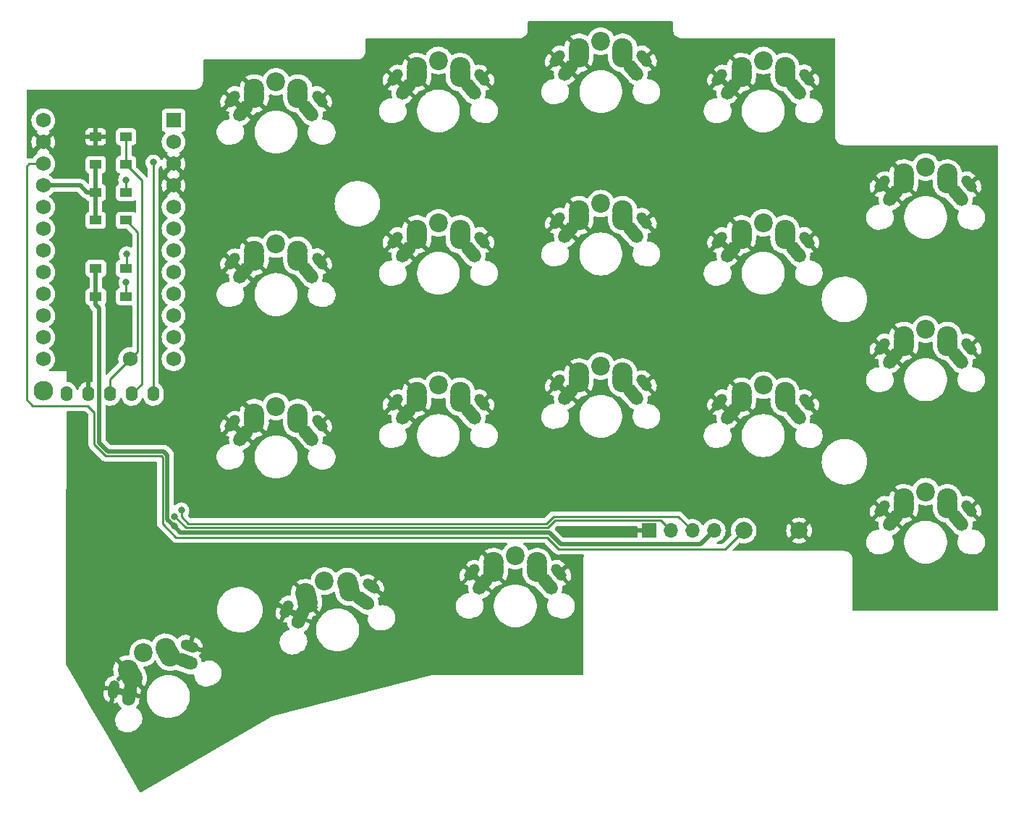
<source format=gbl>
G04 #@! TF.GenerationSoftware,KiCad,Pcbnew,(6.0.2)*
G04 #@! TF.CreationDate,2022-03-08T09:31:39+01:00*
G04 #@! TF.ProjectId,pierce,70696572-6365-42e6-9b69-6361645f7063,v 0.1*
G04 #@! TF.SameCoordinates,Original*
G04 #@! TF.FileFunction,Copper,L2,Bot*
G04 #@! TF.FilePolarity,Positive*
%FSLAX46Y46*%
G04 Gerber Fmt 4.6, Leading zero omitted, Abs format (unit mm)*
G04 Created by KiCad (PCBNEW (6.0.2)) date 2022-03-08 09:31:39*
%MOMM*%
%LPD*%
G01*
G04 APERTURE LIST*
G04 Aperture macros list*
%AMHorizOval*
0 Thick line with rounded ends*
0 $1 width*
0 $2 $3 position (X,Y) of the first rounded end (center of the circle)*
0 $4 $5 position (X,Y) of the second rounded end (center of the circle)*
0 Add line between two ends*
20,1,$1,$2,$3,$4,$5,0*
0 Add two circle primitives to create the rounded ends*
1,1,$1,$2,$3*
1,1,$1,$4,$5*%
G04 Aperture macros list end*
G04 #@! TA.AperFunction,ComponentPad*
%ADD10C,2.400000*%
G04 #@! TD*
G04 #@! TA.AperFunction,ComponentPad*
%ADD11HorizOval,1.550000X0.108530X0.615505X-0.108530X-0.615505X0*%
G04 #@! TD*
G04 #@! TA.AperFunction,ComponentPad*
%ADD12HorizOval,1.250000X0.082483X0.467784X-0.082483X-0.467784X0*%
G04 #@! TD*
G04 #@! TA.AperFunction,ComponentPad*
%ADD13HorizOval,1.250000X0.446354X-0.162460X-0.446354X0.162460X0*%
G04 #@! TD*
G04 #@! TA.AperFunction,ComponentPad*
%ADD14C,2.200000*%
G04 #@! TD*
G04 #@! TA.AperFunction,ComponentPad*
%ADD15HorizOval,1.550000X0.587308X-0.213763X-0.587308X0.213763X0*%
G04 #@! TD*
G04 #@! TA.AperFunction,ComponentPad*
%ADD16HorizOval,1.550000X0.264136X0.566442X-0.264136X-0.566442X0*%
G04 #@! TD*
G04 #@! TA.AperFunction,ComponentPad*
%ADD17HorizOval,1.250000X0.389097X-0.272449X-0.389097X0.272449X0*%
G04 #@! TD*
G04 #@! TA.AperFunction,ComponentPad*
%ADD18HorizOval,1.250000X0.200744X0.430496X-0.200744X-0.430496X0*%
G04 #@! TD*
G04 #@! TA.AperFunction,ComponentPad*
%ADD19HorizOval,1.550000X0.511970X-0.358485X-0.511970X0.358485X0*%
G04 #@! TD*
G04 #@! TA.AperFunction,ComponentPad*
%ADD20HorizOval,1.250000X0.305324X0.363871X-0.305324X-0.363871X0*%
G04 #@! TD*
G04 #@! TA.AperFunction,ComponentPad*
%ADD21HorizOval,1.550000X0.401742X0.478778X-0.401742X-0.478778X0*%
G04 #@! TD*
G04 #@! TA.AperFunction,ComponentPad*
%ADD22HorizOval,1.250000X0.305324X-0.363871X-0.305324X0.363871X0*%
G04 #@! TD*
G04 #@! TA.AperFunction,ComponentPad*
%ADD23HorizOval,1.550000X0.401742X-0.478778X-0.401742X0.478778X0*%
G04 #@! TD*
G04 #@! TA.AperFunction,ComponentPad*
%ADD24R,1.752600X1.752600*%
G04 #@! TD*
G04 #@! TA.AperFunction,ComponentPad*
%ADD25C,1.752600*%
G04 #@! TD*
G04 #@! TA.AperFunction,ComponentPad*
%ADD26O,1.397000X1.778000*%
G04 #@! TD*
G04 #@! TA.AperFunction,ComponentPad*
%ADD27C,2.300000*%
G04 #@! TD*
G04 #@! TA.AperFunction,ComponentPad*
%ADD28C,2.000000*%
G04 #@! TD*
G04 #@! TA.AperFunction,SMDPad,CuDef*
%ADD29R,1.400000X1.000000*%
G04 #@! TD*
G04 #@! TA.AperFunction,ComponentPad*
%ADD30R,1.700000X1.700000*%
G04 #@! TD*
G04 #@! TA.AperFunction,ComponentPad*
%ADD31O,1.700000X1.700000*%
G04 #@! TD*
G04 #@! TA.AperFunction,ViaPad*
%ADD32C,0.800000*%
G04 #@! TD*
G04 #@! TA.AperFunction,Conductor*
%ADD33C,0.250000*%
G04 #@! TD*
G04 #@! TA.AperFunction,Conductor*
%ADD34C,0.500000*%
G04 #@! TD*
G04 APERTURE END LIST*
D10*
X108203142Y-116218110D03*
X107913142Y-115715815D03*
D11*
X108083290Y-118550519D03*
D12*
X106286117Y-118017725D03*
D10*
X108453142Y-116651122D03*
D13*
X115119577Y-112917725D03*
D10*
X112852552Y-114111122D03*
D14*
X109702847Y-113735674D03*
D10*
X112602552Y-113678110D03*
X112312552Y-113175815D03*
D15*
X114682404Y-114740519D03*
D10*
X128964119Y-107838921D03*
D16*
X128115269Y-109577873D03*
D17*
X136369674Y-105958136D03*
D10*
X128834710Y-107355958D03*
X128684595Y-106795721D03*
D18*
X126517231Y-108598090D03*
D19*
X135475624Y-107605672D03*
D10*
X133871022Y-106524120D03*
X133591498Y-105480920D03*
D14*
X130925815Y-105346262D03*
D10*
X133741613Y-106041157D03*
D20*
X148152847Y-104345224D03*
D21*
X149442847Y-105705224D03*
D10*
X150712847Y-103165224D03*
D22*
X158352847Y-104345224D03*
D10*
X150712847Y-104245224D03*
X150712847Y-103745224D03*
D14*
X153252847Y-102345224D03*
D23*
X157062847Y-105705224D03*
D10*
X155792847Y-104245224D03*
X155792847Y-103745224D03*
X155792847Y-103165224D03*
D24*
X113269800Y-51422000D03*
D25*
X113269800Y-53962000D03*
X113269800Y-56502000D03*
X113269800Y-59042000D03*
X113269800Y-61582000D03*
X113269800Y-64122000D03*
X113269800Y-66662000D03*
X113269800Y-69202000D03*
X113269800Y-71742000D03*
X113269800Y-74282000D03*
X113269800Y-76822000D03*
X113269800Y-79362000D03*
X98029800Y-79362000D03*
X98029800Y-76822000D03*
X98029800Y-74282000D03*
X98029800Y-71742000D03*
X98029800Y-69202000D03*
X98029800Y-66662000D03*
X98029800Y-64122000D03*
X98029800Y-61582000D03*
X98029800Y-59042000D03*
X98029800Y-56502000D03*
X98029800Y-53962000D03*
X98029800Y-51422000D03*
X108189800Y-79362000D03*
D20*
X139154847Y-46413202D03*
D22*
X149354847Y-46413202D03*
D10*
X141714847Y-45813202D03*
X141714847Y-46313202D03*
D21*
X140444847Y-47773202D03*
D10*
X141714847Y-45233202D03*
D14*
X144254847Y-44413202D03*
D23*
X148064847Y-47773202D03*
D10*
X146794847Y-45813202D03*
X146794847Y-46313202D03*
X146794847Y-45233202D03*
X141714847Y-64813202D03*
D22*
X149354847Y-65413202D03*
D21*
X140444847Y-66773202D03*
D20*
X139154847Y-65413202D03*
D10*
X141714847Y-64233202D03*
X141714847Y-65313202D03*
X146794847Y-64813202D03*
D23*
X148064847Y-66773202D03*
D14*
X144254847Y-63413202D03*
D10*
X146794847Y-65313202D03*
X146794847Y-64233202D03*
D21*
X140444847Y-85773202D03*
D10*
X141714847Y-83813202D03*
X141714847Y-84313202D03*
D20*
X139154847Y-84413202D03*
D10*
X141714847Y-83233202D03*
D22*
X149354847Y-84413202D03*
D14*
X144254847Y-82413202D03*
D10*
X146794847Y-83813202D03*
X146794847Y-83233202D03*
X146794847Y-84313202D03*
D23*
X148064847Y-85773202D03*
D10*
X160714847Y-44060224D03*
D22*
X168354847Y-44160224D03*
D10*
X160714847Y-42980224D03*
X160714847Y-43560224D03*
D21*
X159444847Y-45520224D03*
D20*
X158154847Y-44160224D03*
D10*
X165794847Y-42980224D03*
D23*
X167064847Y-45520224D03*
D14*
X163254847Y-42160224D03*
D10*
X165794847Y-43560224D03*
X165794847Y-44060224D03*
X160714847Y-62560224D03*
X160714847Y-61980224D03*
D20*
X158154847Y-63160224D03*
D10*
X160714847Y-63060224D03*
D21*
X159444847Y-64520224D03*
D22*
X168354847Y-63160224D03*
D10*
X165794847Y-62560224D03*
X165794847Y-63060224D03*
D14*
X163254847Y-61160224D03*
D23*
X167064847Y-64520224D03*
D10*
X165794847Y-61980224D03*
D22*
X168354847Y-82160224D03*
D10*
X160714847Y-80980224D03*
X160714847Y-81560224D03*
D20*
X158154847Y-82160224D03*
D10*
X160714847Y-82060224D03*
D21*
X159444847Y-83520224D03*
D23*
X167064847Y-83520224D03*
D10*
X165794847Y-80980224D03*
X165794847Y-82060224D03*
X165794847Y-81560224D03*
D14*
X163254847Y-80160224D03*
D10*
X179714847Y-45810662D03*
X179714847Y-46310662D03*
D22*
X187354847Y-46410662D03*
D20*
X177154847Y-46410662D03*
D21*
X178444847Y-47770662D03*
D10*
X179714847Y-45230662D03*
X184794847Y-45810662D03*
D14*
X182254847Y-44410662D03*
D10*
X184794847Y-46310662D03*
D23*
X186064847Y-47770662D03*
D10*
X184794847Y-45230662D03*
X179714847Y-64230662D03*
D22*
X187354847Y-65410662D03*
D10*
X179714847Y-64810662D03*
X179714847Y-65310662D03*
D20*
X177154847Y-65410662D03*
D21*
X178444847Y-66770662D03*
D23*
X186064847Y-66770662D03*
D10*
X184794847Y-64230662D03*
X184794847Y-64810662D03*
D14*
X182254847Y-63410662D03*
D10*
X184794847Y-65310662D03*
X179714847Y-83230662D03*
D22*
X187354847Y-84410662D03*
D21*
X178444847Y-85770662D03*
D20*
X177154847Y-84410662D03*
D10*
X179714847Y-84310662D03*
X179714847Y-83810662D03*
X184794847Y-84310662D03*
D23*
X186064847Y-85770662D03*
D10*
X184794847Y-83230662D03*
X184794847Y-83810662D03*
D14*
X182254847Y-82410662D03*
D10*
X198714847Y-58773598D03*
D21*
X197444847Y-60233598D03*
D22*
X206354847Y-58873598D03*
D10*
X198714847Y-57693598D03*
D20*
X196154847Y-58873598D03*
D10*
X198714847Y-58273598D03*
X203794847Y-57693598D03*
X203794847Y-58773598D03*
D14*
X201254847Y-56873598D03*
D10*
X203794847Y-58273598D03*
D23*
X205064847Y-60233598D03*
D21*
X197444847Y-79233598D03*
D10*
X198714847Y-77273598D03*
X198714847Y-76693598D03*
D22*
X206354847Y-77873598D03*
D10*
X198714847Y-77773598D03*
D20*
X196154847Y-77873598D03*
D10*
X203794847Y-76693598D03*
D14*
X201254847Y-75873598D03*
D10*
X203794847Y-77273598D03*
D23*
X205064847Y-79233598D03*
D10*
X203794847Y-77773598D03*
X198714847Y-96773598D03*
X198714847Y-96273598D03*
D22*
X206354847Y-96873598D03*
D21*
X197444847Y-98233598D03*
D20*
X196154847Y-96873598D03*
D10*
X198714847Y-95693598D03*
X203794847Y-96773598D03*
X203794847Y-95693598D03*
D23*
X205064847Y-98233598D03*
D10*
X203794847Y-96273598D03*
D14*
X201254847Y-94873598D03*
D20*
X120154847Y-48910020D03*
D10*
X122714847Y-47730020D03*
X122714847Y-48310020D03*
D22*
X130354847Y-48910020D03*
D10*
X122714847Y-48810020D03*
D21*
X121444847Y-50270020D03*
D23*
X129064847Y-50270020D03*
D10*
X127794847Y-47730020D03*
X127794847Y-48310020D03*
D14*
X125254847Y-46910020D03*
D10*
X127794847Y-48810020D03*
X122714847Y-66730020D03*
X122714847Y-67310020D03*
D22*
X130354847Y-67910020D03*
D21*
X121444847Y-69270020D03*
D10*
X122714847Y-67810020D03*
D20*
X120154847Y-67910020D03*
D10*
X127794847Y-67810020D03*
X127794847Y-66730020D03*
D14*
X125254847Y-65910020D03*
D23*
X129064847Y-69270020D03*
D10*
X127794847Y-67310020D03*
X122714847Y-86310020D03*
X122714847Y-85730020D03*
D21*
X121444847Y-88270020D03*
D10*
X122714847Y-86810020D03*
D20*
X120154847Y-86910020D03*
D22*
X130354847Y-86910020D03*
D10*
X127794847Y-86310020D03*
D23*
X129064847Y-88270020D03*
D10*
X127794847Y-86810020D03*
X127794847Y-85730020D03*
D14*
X125254847Y-84910020D03*
D26*
X100744400Y-83417000D03*
X103284400Y-83417000D03*
X105824400Y-83417000D03*
X108364400Y-83417000D03*
X110904400Y-83417000D03*
D27*
X98057400Y-83100000D03*
D28*
X179960000Y-99428000D03*
X186460000Y-99428000D03*
D29*
X104154400Y-56594400D03*
X107704400Y-56594400D03*
X104154400Y-53334400D03*
X107704400Y-53334400D03*
X104154400Y-63114400D03*
X107704400Y-63114400D03*
X104154400Y-59854400D03*
X107704400Y-59854400D03*
X107729800Y-72046800D03*
X104179800Y-72046800D03*
X107729800Y-68744800D03*
X104179800Y-68744800D03*
D30*
X168870400Y-99428000D03*
D31*
X171410400Y-99428000D03*
X173950400Y-99428000D03*
X176490400Y-99428000D03*
D32*
X110894900Y-56336900D03*
X107704400Y-58384400D03*
X107783400Y-67068400D03*
X107732600Y-70395800D03*
X113396800Y-97751600D03*
X114191390Y-97047590D03*
X106894400Y-96405400D03*
X113346000Y-98920000D03*
D33*
X109516109Y-58406109D02*
X107704400Y-56594400D01*
X109516109Y-82265291D02*
X109516109Y-58406109D01*
X108364400Y-83417000D02*
X109516109Y-82265291D01*
X107704400Y-56594400D02*
X107704400Y-53334400D01*
X109536000Y-59321400D02*
X109536000Y-59321400D01*
X105824400Y-81727400D02*
X108189800Y-79362000D01*
X109066099Y-78485701D02*
X109066099Y-64476099D01*
X108189800Y-79362000D02*
X109066099Y-78485701D01*
X109066099Y-64476099D02*
X107704400Y-63114400D01*
X105824400Y-83417000D02*
X105824400Y-81727400D01*
X107704400Y-58384400D02*
X107704400Y-58384400D01*
X110904400Y-83417000D02*
X110904400Y-56327400D01*
X107704400Y-59854400D02*
X107704400Y-58384400D01*
X177784790Y-101603210D02*
X179960000Y-99428000D01*
X111971789Y-98618791D02*
X113567987Y-100214989D01*
X96057400Y-56811400D02*
X96057400Y-84069800D01*
X103211400Y-84823000D02*
X103957190Y-85568790D01*
X103957190Y-89353776D02*
X105310024Y-90706610D01*
X96366800Y-56502000D02*
X96057400Y-56811400D01*
X98029800Y-56502000D02*
X96366800Y-56502000D01*
X156947046Y-100214989D02*
X158335267Y-101603210D01*
X111971789Y-90840189D02*
X111971789Y-98618791D01*
X103957190Y-85568790D02*
X103957190Y-89353776D01*
X113567987Y-100214989D02*
X156947046Y-100214989D01*
X105310024Y-90706610D02*
X111838210Y-90706610D01*
X111838210Y-90706610D02*
X111971789Y-90840189D01*
X158335267Y-101603210D02*
X177784790Y-101603210D01*
X96810600Y-84823000D02*
X103211400Y-84823000D01*
X96057400Y-84069800D02*
X96810600Y-84823000D01*
X107783400Y-68691200D02*
X107729800Y-68744800D01*
X107707200Y-68767400D02*
X107729800Y-68744800D01*
X107783400Y-67068400D02*
X107783400Y-68691200D01*
X107729800Y-72046800D02*
X107729800Y-70398600D01*
X107729800Y-70398600D02*
X107732600Y-70395800D01*
X107732600Y-72049600D02*
X107729800Y-72046800D01*
X113396800Y-97751600D02*
X113396800Y-97751600D01*
X114710169Y-99064969D02*
X113396800Y-97751600D01*
X170235399Y-98252999D02*
X157878801Y-98252999D01*
X157878801Y-98252999D02*
X157066831Y-99064969D01*
X157066831Y-99064969D02*
X114710169Y-99064969D01*
X170235399Y-98252999D02*
X171410400Y-99428000D01*
X156880431Y-98614959D02*
X157692400Y-97802990D01*
X157692400Y-97802990D02*
X172325389Y-97802989D01*
X172325389Y-97802989D02*
X173950400Y-99428000D01*
X114996759Y-98614959D02*
X156880431Y-98614959D01*
X114191390Y-97047590D02*
X114191390Y-97809590D01*
X114191390Y-97809590D02*
X114996759Y-98614959D01*
D34*
X103160200Y-59854400D02*
X102347800Y-59042000D01*
X104154400Y-59854400D02*
X103160200Y-59854400D01*
X102347800Y-59042000D02*
X98029800Y-59042000D01*
X104154400Y-56594400D02*
X104154400Y-59854400D01*
X104154400Y-59854400D02*
X104154400Y-63114400D01*
X113346000Y-98920000D02*
X113346000Y-98920000D01*
X104179800Y-73015200D02*
X104532200Y-73367600D01*
X167829000Y-101028200D02*
X158573443Y-101028200D01*
X104179800Y-72046800D02*
X104179800Y-73015200D01*
X104154400Y-72072200D02*
X104179800Y-72046800D01*
X104532200Y-73367600D02*
X104532200Y-89115600D01*
X158573443Y-101028200D02*
X157185222Y-99639979D01*
X112546799Y-98120799D02*
X113346000Y-98920000D01*
X112101400Y-90131600D02*
X112546799Y-90576999D01*
X114065979Y-99639979D02*
X113346000Y-98920000D01*
X104532200Y-89115600D02*
X105548200Y-90131600D01*
X157185222Y-99639979D02*
X114065979Y-99639979D01*
X105548200Y-90131600D02*
X112101400Y-90131600D01*
X174890200Y-101028200D02*
X167829000Y-101028200D01*
X104179800Y-72046800D02*
X104179800Y-68744800D01*
X112546799Y-90576999D02*
X112546799Y-98120799D01*
X176490400Y-99428000D02*
X174890200Y-101028200D01*
G04 #@! TA.AperFunction,Conductor*
G36*
X102964927Y-85476502D02*
G01*
X102985901Y-85493405D01*
X103286785Y-85794289D01*
X103320811Y-85856601D01*
X103323690Y-85883384D01*
X103323690Y-89275009D01*
X103323163Y-89286192D01*
X103321488Y-89293685D01*
X103321737Y-89301611D01*
X103321737Y-89301612D01*
X103323628Y-89361762D01*
X103323690Y-89365721D01*
X103323690Y-89393632D01*
X103324187Y-89397566D01*
X103324187Y-89397567D01*
X103324195Y-89397632D01*
X103325128Y-89409469D01*
X103326517Y-89453665D01*
X103332168Y-89473115D01*
X103336177Y-89492476D01*
X103336330Y-89493683D01*
X103338716Y-89512573D01*
X103341635Y-89519944D01*
X103341635Y-89519946D01*
X103354994Y-89553688D01*
X103358839Y-89564918D01*
X103368961Y-89599759D01*
X103371172Y-89607369D01*
X103375205Y-89614188D01*
X103375207Y-89614193D01*
X103381483Y-89624804D01*
X103390178Y-89642552D01*
X103397638Y-89661393D01*
X103402300Y-89667809D01*
X103402300Y-89667810D01*
X103423626Y-89697163D01*
X103430142Y-89707083D01*
X103447464Y-89736372D01*
X103452648Y-89745138D01*
X103466969Y-89759459D01*
X103479809Y-89774492D01*
X103491718Y-89790883D01*
X103522044Y-89815971D01*
X103525795Y-89819074D01*
X103534574Y-89827064D01*
X104806367Y-91098857D01*
X104813911Y-91107147D01*
X104818024Y-91113628D01*
X104823801Y-91119053D01*
X104867691Y-91160268D01*
X104870533Y-91163023D01*
X104890254Y-91182744D01*
X104893449Y-91185222D01*
X104902471Y-91192928D01*
X104934703Y-91223196D01*
X104941652Y-91227016D01*
X104952456Y-91232956D01*
X104968980Y-91243809D01*
X104984983Y-91256223D01*
X105025567Y-91273786D01*
X105036197Y-91278993D01*
X105074964Y-91300305D01*
X105082641Y-91302276D01*
X105082646Y-91302278D01*
X105094582Y-91305342D01*
X105113290Y-91311747D01*
X105131879Y-91319791D01*
X105139707Y-91321031D01*
X105139714Y-91321033D01*
X105175548Y-91326709D01*
X105187168Y-91329115D01*
X105222313Y-91338138D01*
X105229994Y-91340110D01*
X105250248Y-91340110D01*
X105269958Y-91341661D01*
X105289967Y-91344830D01*
X105297859Y-91344084D01*
X105333985Y-91340669D01*
X105345843Y-91340110D01*
X111212289Y-91340110D01*
X111280410Y-91360112D01*
X111326903Y-91413768D01*
X111338289Y-91466110D01*
X111338289Y-98540024D01*
X111337762Y-98551207D01*
X111336087Y-98558700D01*
X111336336Y-98566626D01*
X111336336Y-98566627D01*
X111338227Y-98626777D01*
X111338289Y-98630736D01*
X111338289Y-98658647D01*
X111338786Y-98662581D01*
X111338786Y-98662582D01*
X111338794Y-98662647D01*
X111339727Y-98674484D01*
X111341116Y-98718680D01*
X111346451Y-98737042D01*
X111346767Y-98738130D01*
X111350776Y-98757491D01*
X111353315Y-98777588D01*
X111356234Y-98784959D01*
X111356234Y-98784961D01*
X111369593Y-98818703D01*
X111373438Y-98829933D01*
X111380239Y-98853343D01*
X111385771Y-98872384D01*
X111389804Y-98879203D01*
X111389806Y-98879208D01*
X111396082Y-98889819D01*
X111404777Y-98907567D01*
X111412237Y-98926408D01*
X111416899Y-98932824D01*
X111416899Y-98932825D01*
X111438225Y-98962178D01*
X111444741Y-98972098D01*
X111454561Y-98988702D01*
X111467247Y-99010153D01*
X111481568Y-99024474D01*
X111494408Y-99039507D01*
X111506317Y-99055898D01*
X111540394Y-99084089D01*
X111549173Y-99092079D01*
X113064335Y-100607242D01*
X113071875Y-100615528D01*
X113075987Y-100622007D01*
X113081764Y-100627432D01*
X113125638Y-100668632D01*
X113128480Y-100671387D01*
X113148217Y-100691124D01*
X113151414Y-100693604D01*
X113160434Y-100701307D01*
X113192666Y-100731575D01*
X113199612Y-100735394D01*
X113199615Y-100735396D01*
X113210421Y-100741337D01*
X113226940Y-100752188D01*
X113242946Y-100764603D01*
X113250215Y-100767748D01*
X113250219Y-100767751D01*
X113283524Y-100782163D01*
X113294174Y-100787380D01*
X113332927Y-100808684D01*
X113340602Y-100810655D01*
X113340603Y-100810655D01*
X113352549Y-100813722D01*
X113371254Y-100820126D01*
X113389842Y-100828170D01*
X113397665Y-100829409D01*
X113397675Y-100829412D01*
X113433511Y-100835088D01*
X113445131Y-100837494D01*
X113480276Y-100846517D01*
X113487957Y-100848489D01*
X113508211Y-100848489D01*
X113527921Y-100850040D01*
X113547930Y-100853209D01*
X113555822Y-100852463D01*
X113581454Y-100850040D01*
X113591949Y-100849048D01*
X113603806Y-100848489D01*
X152187042Y-100848489D01*
X152255163Y-100868491D01*
X152301656Y-100922147D01*
X152311760Y-100992421D01*
X152282266Y-101057001D01*
X152268875Y-101070298D01*
X152111949Y-101204326D01*
X151947519Y-101396848D01*
X151815231Y-101612722D01*
X151813336Y-101617297D01*
X151798333Y-101653517D01*
X151753784Y-101708798D01*
X151686421Y-101731219D01*
X151617630Y-101713661D01*
X151610103Y-101708825D01*
X151585997Y-101692102D01*
X151577960Y-101687367D01*
X151358657Y-101579219D01*
X151350024Y-101575731D01*
X151117135Y-101501182D01*
X151108085Y-101499009D01*
X150866738Y-101459704D01*
X150857449Y-101458892D01*
X150612961Y-101455691D01*
X150603650Y-101456261D01*
X150361369Y-101489234D01*
X150352250Y-101491172D01*
X150117515Y-101559591D01*
X150108762Y-101562863D01*
X149886716Y-101665228D01*
X149878561Y-101669748D01*
X149711315Y-101779399D01*
X149702177Y-101790141D01*
X149706750Y-101799917D01*
X150982962Y-103076129D01*
X151016988Y-103138441D01*
X151011923Y-103209256D01*
X150982962Y-103254319D01*
X150801942Y-103435339D01*
X150739630Y-103469365D01*
X150668815Y-103464300D01*
X150623752Y-103435339D01*
X149349675Y-102161262D01*
X149336367Y-102153995D01*
X149326328Y-102161117D01*
X149321428Y-102167008D01*
X149316015Y-102174597D01*
X149189169Y-102383633D01*
X149184931Y-102391950D01*
X149090376Y-102617438D01*
X149087418Y-102626279D01*
X149034825Y-102833364D01*
X148998670Y-102894466D01*
X148935221Y-102926320D01*
X148867542Y-102919978D01*
X148860268Y-102917185D01*
X148663546Y-102862445D01*
X148651783Y-102860349D01*
X148448263Y-102843797D01*
X148436314Y-102843963D01*
X148233332Y-102866194D01*
X148221637Y-102868615D01*
X148026513Y-102928829D01*
X148015491Y-102933417D01*
X147835271Y-103029443D01*
X147825316Y-103036033D01*
X147665384Y-103165313D01*
X147658827Y-103171445D01*
X147657005Y-103173511D01*
X147459832Y-103408492D01*
X147453463Y-103423044D01*
X147453754Y-103424860D01*
X147458563Y-103431076D01*
X148121540Y-103987381D01*
X149118163Y-104823648D01*
X149157490Y-104882758D01*
X149158616Y-104953746D01*
X149133694Y-105001161D01*
X149089657Y-105053642D01*
X149083289Y-105068193D01*
X149083580Y-105070009D01*
X149088389Y-105076225D01*
X149310630Y-105262708D01*
X149325182Y-105269077D01*
X149329873Y-105268326D01*
X149332125Y-105266736D01*
X150244300Y-104354561D01*
X150248023Y-104350499D01*
X150449561Y-104110315D01*
X150508671Y-104070988D01*
X150526176Y-104066888D01*
X150532290Y-104065910D01*
X150534540Y-104064321D01*
X150623752Y-103975109D01*
X150686064Y-103941083D01*
X150756879Y-103946148D01*
X150801942Y-103975109D01*
X152076579Y-105249746D01*
X152088959Y-105256506D01*
X152097300Y-105250262D01*
X152215547Y-105066426D01*
X152219994Y-105058235D01*
X152320419Y-104835300D01*
X152323614Y-104826522D01*
X152389982Y-104591197D01*
X152391840Y-104582068D01*
X152422891Y-104337994D01*
X152423372Y-104331707D01*
X152425553Y-104248384D01*
X152425402Y-104242075D01*
X152406822Y-103992058D01*
X152407268Y-103992025D01*
X152406953Y-103963273D01*
X152413618Y-103910885D01*
X152442058Y-103845833D01*
X152501152Y-103806484D01*
X152572139Y-103805330D01*
X152586821Y-103810375D01*
X152754256Y-103879729D01*
X152815566Y-103894448D01*
X152995631Y-103937678D01*
X152995637Y-103937679D01*
X153000444Y-103938833D01*
X153252847Y-103958698D01*
X153505250Y-103938833D01*
X153510057Y-103937679D01*
X153510063Y-103937678D01*
X153690128Y-103894448D01*
X153751438Y-103879729D01*
X153916698Y-103811276D01*
X153987288Y-103803687D01*
X154050775Y-103835466D01*
X154087002Y-103896524D01*
X154090771Y-103921638D01*
X154091949Y-103946148D01*
X154092327Y-103954022D01*
X154097034Y-103977686D01*
X154098820Y-104014887D01*
X154088326Y-104119109D01*
X154080143Y-104200375D01*
X154080367Y-104205041D01*
X154080367Y-104205046D01*
X154082146Y-104242075D01*
X154092327Y-104454022D01*
X154113408Y-104560001D01*
X154123624Y-104611360D01*
X154141868Y-104703081D01*
X154143447Y-104707479D01*
X154143449Y-104707486D01*
X154212277Y-104899187D01*
X154227678Y-104942082D01*
X154229895Y-104946208D01*
X154344735Y-105159936D01*
X154347872Y-105165775D01*
X154350667Y-105169518D01*
X154350669Y-105169521D01*
X154497018Y-105365506D01*
X154497023Y-105365512D01*
X154499810Y-105369244D01*
X154503119Y-105372524D01*
X154503124Y-105372530D01*
X154671862Y-105539801D01*
X154680154Y-105548021D01*
X154683916Y-105550779D01*
X154683919Y-105550782D01*
X154765239Y-105610408D01*
X154884941Y-105698177D01*
X154889076Y-105700353D01*
X154889080Y-105700355D01*
X154986449Y-105751583D01*
X155109674Y-105816415D01*
X155151093Y-105830879D01*
X155343210Y-105897969D01*
X155349415Y-105900136D01*
X155354008Y-105901008D01*
X155548837Y-105937998D01*
X155612032Y-105970356D01*
X155628548Y-105989516D01*
X155641864Y-106008533D01*
X155643625Y-106010632D01*
X155643626Y-106010633D01*
X156515340Y-107049502D01*
X156517393Y-107051949D01*
X156636419Y-107170975D01*
X156640928Y-107174132D01*
X156640930Y-107174134D01*
X156646483Y-107178022D01*
X156820387Y-107299792D01*
X156825369Y-107302115D01*
X156825374Y-107302118D01*
X157018946Y-107392381D01*
X157023928Y-107394704D01*
X157029235Y-107396126D01*
X157029246Y-107396130D01*
X157065021Y-107405716D01*
X157125644Y-107442668D01*
X157156665Y-107506529D01*
X157148235Y-107577023D01*
X157144728Y-107584523D01*
X157069607Y-107732275D01*
X157068025Y-107737369D01*
X157068024Y-107737372D01*
X157027927Y-107866504D01*
X157001240Y-107952451D01*
X157000539Y-107957740D01*
X156973836Y-108159217D01*
X156970949Y-108180998D01*
X156971149Y-108186327D01*
X156971149Y-108186329D01*
X156973021Y-108236184D01*
X156979598Y-108411382D01*
X157026940Y-108637015D01*
X157028898Y-108641974D01*
X157028899Y-108641976D01*
X157108667Y-108843959D01*
X157111623Y-108851445D01*
X157114390Y-108856004D01*
X157114391Y-108856007D01*
X157179730Y-108963682D01*
X157231224Y-109048541D01*
X157234721Y-109052571D01*
X157377300Y-109216879D01*
X157382324Y-109222669D01*
X157411633Y-109246701D01*
X157556474Y-109365464D01*
X157556480Y-109365468D01*
X157560602Y-109368848D01*
X157565238Y-109371487D01*
X157565241Y-109371489D01*
X157653416Y-109421681D01*
X157760961Y-109482899D01*
X157977672Y-109561561D01*
X157982921Y-109562510D01*
X157982924Y-109562511D01*
X158115709Y-109586522D01*
X158199579Y-109601688D01*
X158202084Y-109602141D01*
X158232711Y-109611842D01*
X158247503Y-109618708D01*
X158478615Y-109682800D01*
X158582326Y-109693884D01*
X158671069Y-109703368D01*
X158671077Y-109703368D01*
X158674404Y-109703724D01*
X158813650Y-109703724D01*
X158816223Y-109703512D01*
X158816234Y-109703512D01*
X158986723Y-109689495D01*
X158986729Y-109689494D01*
X158991874Y-109689071D01*
X159108179Y-109659857D01*
X159219472Y-109631903D01*
X159219476Y-109631902D01*
X159224483Y-109630644D01*
X159229213Y-109628588D01*
X159229220Y-109628585D01*
X159439688Y-109537071D01*
X159439691Y-109537069D01*
X159444425Y-109535011D01*
X159448759Y-109532207D01*
X159448763Y-109532205D01*
X159641451Y-109407549D01*
X159641454Y-109407547D01*
X159645794Y-109404739D01*
X159654202Y-109397089D01*
X159819360Y-109246806D01*
X159819361Y-109246804D01*
X159823182Y-109243328D01*
X159826381Y-109239277D01*
X159826385Y-109239273D01*
X159957963Y-109072666D01*
X159971826Y-109055112D01*
X160087734Y-108845146D01*
X160132057Y-108719982D01*
X160166066Y-108623944D01*
X160166067Y-108623940D01*
X160167792Y-108619069D01*
X160169410Y-108609985D01*
X160208945Y-108388040D01*
X160208946Y-108388034D01*
X160209851Y-108382951D01*
X160211672Y-108233872D01*
X160212718Y-108148305D01*
X160212718Y-108148303D01*
X160212781Y-108143135D01*
X160176504Y-107906061D01*
X160101993Y-107678095D01*
X160007027Y-107495668D01*
X159993639Y-107469949D01*
X159993638Y-107469948D01*
X159991250Y-107465360D01*
X159975717Y-107444671D01*
X159850354Y-107277704D01*
X159850352Y-107277701D01*
X159847249Y-107273569D01*
X159737120Y-107168327D01*
X159677594Y-107111443D01*
X159677593Y-107111442D01*
X159673857Y-107107872D01*
X159659723Y-107098230D01*
X159480009Y-106975638D01*
X159480010Y-106975638D01*
X159475730Y-106972719D01*
X159315722Y-106898445D01*
X159262877Y-106873915D01*
X159262875Y-106873914D01*
X159258191Y-106871740D01*
X159027079Y-106807648D01*
X158923368Y-106796564D01*
X158834625Y-106787080D01*
X158834617Y-106787080D01*
X158831290Y-106786724D01*
X158795742Y-106786724D01*
X158727621Y-106766722D01*
X158681128Y-106713066D01*
X158671024Y-106642792D01*
X158675558Y-106624734D01*
X158675291Y-106624663D01*
X158731994Y-106413047D01*
X158731994Y-106413045D01*
X158733418Y-106407732D01*
X158752992Y-106184002D01*
X158737417Y-106005983D01*
X158733661Y-105963050D01*
X158747650Y-105893445D01*
X158797050Y-105842452D01*
X158837411Y-105827963D01*
X158954509Y-105807421D01*
X158966019Y-105804251D01*
X159156847Y-105731571D01*
X159161852Y-105729097D01*
X159169817Y-105720215D01*
X159164155Y-105707257D01*
X158075995Y-104410438D01*
X158062652Y-104379950D01*
X158715740Y-104379950D01*
X158719397Y-104386908D01*
X159550889Y-105377841D01*
X159562630Y-105385653D01*
X159570724Y-105380631D01*
X159630199Y-105300110D01*
X159636347Y-105289876D01*
X159724417Y-105105646D01*
X159728521Y-105094433D01*
X159780167Y-104896868D01*
X159782076Y-104885077D01*
X159795431Y-104681322D01*
X159795077Y-104669374D01*
X159769662Y-104466768D01*
X159767056Y-104455109D01*
X159703786Y-104260961D01*
X159699023Y-104250007D01*
X159599475Y-104070049D01*
X159594588Y-104062545D01*
X159592836Y-104060350D01*
X159395688Y-103825399D01*
X159382463Y-103816600D01*
X159380624Y-103816571D01*
X159373666Y-103820228D01*
X158724568Y-104364886D01*
X158715769Y-104378111D01*
X158715740Y-104379950D01*
X158062652Y-104379950D01*
X158047531Y-104345398D01*
X158058748Y-104275293D01*
X158091526Y-104232925D01*
X158384154Y-103987381D01*
X159043629Y-103434015D01*
X159052428Y-103420790D01*
X159052457Y-103418951D01*
X159048800Y-103411993D01*
X158882649Y-103213982D01*
X158878600Y-103209599D01*
X158769603Y-103102300D01*
X158760334Y-103094768D01*
X158590353Y-102981618D01*
X158579827Y-102975974D01*
X158391510Y-102897006D01*
X158380116Y-102893457D01*
X158180262Y-102851524D01*
X158168395Y-102850193D01*
X157964223Y-102846807D01*
X157952314Y-102847745D01*
X157751185Y-102883028D01*
X157739675Y-102886198D01*
X157637663Y-102925051D01*
X157566884Y-102930604D01*
X157504339Y-102897010D01*
X157469924Y-102835110D01*
X157468482Y-102828735D01*
X157431275Y-102664306D01*
X157422280Y-102641175D01*
X157340931Y-102431986D01*
X157340930Y-102431984D01*
X157339238Y-102427633D01*
X157336920Y-102423577D01*
X157215549Y-102211221D01*
X157215547Y-102211219D01*
X157213230Y-102207164D01*
X157056018Y-102007741D01*
X156934935Y-101893838D01*
X156874457Y-101836946D01*
X156874455Y-101836944D01*
X156871056Y-101833747D01*
X156827311Y-101803400D01*
X156666240Y-101691661D01*
X156666237Y-101691659D01*
X156662408Y-101689003D01*
X156658231Y-101686943D01*
X156658224Y-101686939D01*
X156438843Y-101578752D01*
X156438839Y-101578751D01*
X156434657Y-101576688D01*
X156192807Y-101499271D01*
X156188202Y-101498521D01*
X155946782Y-101459204D01*
X155946781Y-101459204D01*
X155942170Y-101458453D01*
X155815211Y-101456791D01*
X155692930Y-101455190D01*
X155692927Y-101455190D01*
X155688253Y-101455129D01*
X155436634Y-101489373D01*
X155432148Y-101490681D01*
X155432146Y-101490681D01*
X155427429Y-101492056D01*
X155192840Y-101560432D01*
X155188587Y-101562392D01*
X155188586Y-101562393D01*
X155166977Y-101572355D01*
X154962227Y-101666746D01*
X154924226Y-101691661D01*
X154893362Y-101711896D01*
X154825427Y-101732519D01*
X154757126Y-101713139D01*
X154707868Y-101654742D01*
X154692358Y-101617296D01*
X154692356Y-101617292D01*
X154690463Y-101612722D01*
X154558175Y-101396848D01*
X154393745Y-101204326D01*
X154236821Y-101070299D01*
X154198012Y-101010849D01*
X154197506Y-100939855D01*
X154235462Y-100879856D01*
X154299830Y-100849903D01*
X154318652Y-100848489D01*
X156632452Y-100848489D01*
X156700573Y-100868491D01*
X156721547Y-100885394D01*
X157831615Y-101995463D01*
X157839155Y-102003749D01*
X157843267Y-102010228D01*
X157849044Y-102015653D01*
X157892918Y-102056853D01*
X157895751Y-102059599D01*
X157915497Y-102079345D01*
X157918694Y-102081825D01*
X157927714Y-102089528D01*
X157959946Y-102119796D01*
X157966892Y-102123615D01*
X157966895Y-102123617D01*
X157977701Y-102129558D01*
X157994220Y-102140409D01*
X158010226Y-102152824D01*
X158017495Y-102155969D01*
X158017499Y-102155972D01*
X158050804Y-102170384D01*
X158061454Y-102175601D01*
X158100207Y-102196905D01*
X158107882Y-102198876D01*
X158107883Y-102198876D01*
X158119829Y-102201943D01*
X158138533Y-102208347D01*
X158145175Y-102211221D01*
X158157122Y-102216391D01*
X158164945Y-102217630D01*
X158164955Y-102217633D01*
X158200791Y-102223309D01*
X158212411Y-102225715D01*
X158247556Y-102234738D01*
X158255237Y-102236710D01*
X158275491Y-102236710D01*
X158295201Y-102238261D01*
X158315210Y-102241430D01*
X158323102Y-102240684D01*
X158359228Y-102237269D01*
X158371086Y-102236710D01*
X161161845Y-102236710D01*
X161229966Y-102256712D01*
X161276459Y-102310368D01*
X161286563Y-102380642D01*
X161276040Y-102415959D01*
X161253020Y-102465326D01*
X161251598Y-102470634D01*
X161251597Y-102470636D01*
X161214695Y-102608356D01*
X161207370Y-102635693D01*
X161206890Y-102641179D01*
X161206889Y-102641185D01*
X161196041Y-102765168D01*
X161194775Y-102775091D01*
X161192815Y-102786743D01*
X161190776Y-102798860D01*
X161190623Y-102811399D01*
X161192412Y-102823891D01*
X161194574Y-102838987D01*
X161195847Y-102856850D01*
X161195846Y-116177401D01*
X161175844Y-116245522D01*
X161122188Y-116292015D01*
X161069846Y-116303401D01*
X143763500Y-116303401D01*
X143740083Y-116301206D01*
X143737244Y-116300669D01*
X143726776Y-116298689D01*
X143717845Y-116299563D01*
X143717844Y-116299563D01*
X143684749Y-116302802D01*
X143672477Y-116303401D01*
X143667370Y-116303401D01*
X143662939Y-116304036D01*
X143662934Y-116304036D01*
X143645865Y-116306481D01*
X143640272Y-116307155D01*
X143615501Y-116309579D01*
X143610786Y-116310793D01*
X143609608Y-116311001D01*
X143597722Y-116313375D01*
X143559802Y-116318806D01*
X143543905Y-116326034D01*
X143523178Y-116333351D01*
X125009106Y-121100523D01*
X124988563Y-121104033D01*
X124984716Y-121104367D01*
X124968259Y-121105792D01*
X124933075Y-121119475D01*
X124927436Y-121121514D01*
X124926929Y-121121684D01*
X124922585Y-121122802D01*
X124918451Y-121124522D01*
X124918436Y-121124527D01*
X124896254Y-121133756D01*
X124893522Y-121134856D01*
X124864055Y-121146315D01*
X124860035Y-121148645D01*
X124854401Y-121151169D01*
X124830544Y-121161095D01*
X124830540Y-121161097D01*
X124822256Y-121164544D01*
X124803336Y-121179804D01*
X124787434Y-121190730D01*
X115336563Y-126669208D01*
X109497737Y-130053857D01*
X109428771Y-130070716D01*
X109361639Y-130047612D01*
X109325455Y-130007895D01*
X105294670Y-123033348D01*
X103309999Y-119599233D01*
X106265173Y-119599233D01*
X106266736Y-119613248D01*
X106275785Y-119616220D01*
X106375692Y-119610023D01*
X106387490Y-119608154D01*
X106585230Y-119557199D01*
X106596460Y-119553133D01*
X106599169Y-119551850D01*
X106600653Y-119551615D01*
X106602096Y-119551093D01*
X106602197Y-119551371D01*
X106669294Y-119540762D01*
X106734282Y-119569348D01*
X106767307Y-119612469D01*
X106857083Y-119804994D01*
X106862561Y-119814480D01*
X106985015Y-119989364D01*
X106992059Y-119997759D01*
X107146913Y-120152614D01*
X107145804Y-120153722D01*
X107181117Y-120206799D01*
X107182244Y-120277787D01*
X107144814Y-120338115D01*
X107129244Y-120350001D01*
X106996760Y-120435709D01*
X106992937Y-120439188D01*
X106992934Y-120439190D01*
X106836091Y-120581907D01*
X106819372Y-120597120D01*
X106816173Y-120601171D01*
X106816169Y-120601175D01*
X106709583Y-120736137D01*
X106670728Y-120785336D01*
X106554820Y-120995302D01*
X106514542Y-121109045D01*
X106489487Y-121179798D01*
X106474762Y-121221379D01*
X106473855Y-121226472D01*
X106473854Y-121226475D01*
X106451188Y-121353724D01*
X106432703Y-121457497D01*
X106432640Y-121462661D01*
X106430074Y-121672708D01*
X106429773Y-121697313D01*
X106466050Y-121934387D01*
X106540561Y-122162353D01*
X106651304Y-122375088D01*
X106654407Y-122379221D01*
X106654409Y-122379224D01*
X106741257Y-122494894D01*
X106795305Y-122566879D01*
X106968697Y-122732576D01*
X107166824Y-122867729D01*
X107384363Y-122968708D01*
X107615475Y-123032800D01*
X107719186Y-123043884D01*
X107807929Y-123053368D01*
X107807937Y-123053368D01*
X107811264Y-123053724D01*
X107950510Y-123053724D01*
X107953083Y-123053512D01*
X107953094Y-123053512D01*
X108123583Y-123039495D01*
X108123589Y-123039494D01*
X108128734Y-123039071D01*
X108245038Y-123009858D01*
X108356332Y-122981903D01*
X108356336Y-122981902D01*
X108361343Y-122980644D01*
X108366073Y-122978588D01*
X108366080Y-122978585D01*
X108576548Y-122887071D01*
X108576551Y-122887069D01*
X108581285Y-122885011D01*
X108585619Y-122882207D01*
X108585623Y-122882205D01*
X108778311Y-122757549D01*
X108778314Y-122757547D01*
X108782654Y-122754739D01*
X108803808Y-122735491D01*
X108956220Y-122596806D01*
X108956221Y-122596804D01*
X108960042Y-122593328D01*
X108963242Y-122589277D01*
X108963245Y-122589273D01*
X109025586Y-122510335D01*
X109054101Y-122483907D01*
X109103334Y-122450761D01*
X109103336Y-122450760D01*
X109107757Y-122447783D01*
X109274573Y-122288648D01*
X109412192Y-122103682D01*
X109424135Y-122080193D01*
X109514260Y-121902928D01*
X109516678Y-121898173D01*
X109585045Y-121677997D01*
X109613585Y-121462661D01*
X109614636Y-121454735D01*
X109614636Y-121454730D01*
X109615336Y-121449450D01*
X109606687Y-121219066D01*
X109591423Y-121146315D01*
X109560440Y-120998652D01*
X109559345Y-120993433D01*
X109474662Y-120779003D01*
X109414575Y-120679982D01*
X109357828Y-120586467D01*
X109355061Y-120581907D01*
X109351564Y-120577877D01*
X109207461Y-120411812D01*
X109207459Y-120411810D01*
X109203961Y-120407779D01*
X109162408Y-120373708D01*
X109029811Y-120264984D01*
X109029805Y-120264980D01*
X109025683Y-120261600D01*
X108957686Y-120222894D01*
X108908380Y-120171812D01*
X108894518Y-120102182D01*
X108920501Y-120036111D01*
X108930923Y-120024297D01*
X108957455Y-119997765D01*
X108964509Y-119989358D01*
X109086960Y-119814479D01*
X109092438Y-119804993D01*
X109182668Y-119611494D01*
X109186414Y-119601202D01*
X109227833Y-119446623D01*
X109229016Y-119441289D01*
X109299546Y-119041292D01*
X109297786Y-119025506D01*
X109296626Y-119024078D01*
X109289351Y-119021099D01*
X109186962Y-119003045D01*
X110144347Y-119003045D01*
X110183907Y-119316199D01*
X110262404Y-119621926D01*
X110263857Y-119625595D01*
X110263857Y-119625596D01*
X110338642Y-119814480D01*
X110378600Y-119915403D01*
X110380506Y-119918871D01*
X110380507Y-119918872D01*
X110509618Y-120153722D01*
X110530663Y-120192003D01*
X110716193Y-120447364D01*
X110932265Y-120677457D01*
X111175472Y-120878656D01*
X111441978Y-121047786D01*
X111445557Y-121049470D01*
X111445564Y-121049474D01*
X111723991Y-121180491D01*
X111723995Y-121180493D01*
X111727581Y-121182180D01*
X112027775Y-121279719D01*
X112337827Y-121338865D01*
X112574009Y-121353724D01*
X112731685Y-121353724D01*
X112967867Y-121338865D01*
X113277919Y-121279719D01*
X113578113Y-121182180D01*
X113581699Y-121180493D01*
X113581703Y-121180491D01*
X113860130Y-121049474D01*
X113860137Y-121049470D01*
X113863716Y-121047786D01*
X114130222Y-120878656D01*
X114373429Y-120677457D01*
X114589501Y-120447364D01*
X114775031Y-120192003D01*
X114796077Y-120153722D01*
X114925187Y-119918872D01*
X114925188Y-119918871D01*
X114927094Y-119915403D01*
X114967053Y-119814480D01*
X115041837Y-119625596D01*
X115041837Y-119625595D01*
X115043290Y-119621926D01*
X115121787Y-119316199D01*
X115161347Y-119003045D01*
X115161347Y-118687403D01*
X115121787Y-118374249D01*
X115043290Y-118068522D01*
X115034675Y-118046762D01*
X114928549Y-117778719D01*
X114928547Y-117778714D01*
X114927094Y-117775045D01*
X114925187Y-117771576D01*
X114776940Y-117501917D01*
X114776938Y-117501914D01*
X114775031Y-117498445D01*
X114603411Y-117262229D01*
X114591829Y-117246288D01*
X114591828Y-117246286D01*
X114589501Y-117243084D01*
X114373429Y-117012991D01*
X114130222Y-116811792D01*
X113863716Y-116642662D01*
X113860137Y-116640978D01*
X113860130Y-116640974D01*
X113581703Y-116509957D01*
X113581699Y-116509955D01*
X113578113Y-116508268D01*
X113277919Y-116410729D01*
X112967867Y-116351583D01*
X112731685Y-116336724D01*
X112574009Y-116336724D01*
X112337827Y-116351583D01*
X112027775Y-116410729D01*
X111727581Y-116508268D01*
X111723995Y-116509955D01*
X111723991Y-116509957D01*
X111445564Y-116640974D01*
X111445557Y-116640978D01*
X111441978Y-116642662D01*
X111175472Y-116811792D01*
X110932265Y-117012991D01*
X110716193Y-117243084D01*
X110713866Y-117246286D01*
X110713865Y-117246288D01*
X110702283Y-117262229D01*
X110530663Y-117498445D01*
X110528756Y-117501914D01*
X110528754Y-117501917D01*
X110380507Y-117771576D01*
X110378600Y-117775045D01*
X110377147Y-117778714D01*
X110377145Y-117778719D01*
X110271019Y-118046762D01*
X110262404Y-118068522D01*
X110183907Y-118374249D01*
X110144347Y-118687403D01*
X110144347Y-119003045D01*
X109186962Y-119003045D01*
X107789042Y-118756554D01*
X106860368Y-118592804D01*
X106796756Y-118561277D01*
X106760286Y-118500363D01*
X106758162Y-118446839D01*
X106770059Y-118379369D01*
X106768298Y-118363586D01*
X106767137Y-118362156D01*
X106759866Y-118359178D01*
X106575349Y-118326643D01*
X108380684Y-118326643D01*
X108382444Y-118342429D01*
X108383604Y-118343857D01*
X108390879Y-118346836D01*
X109373064Y-118520022D01*
X109388850Y-118518262D01*
X109390278Y-118517102D01*
X109393257Y-118509827D01*
X109464579Y-118105342D01*
X109465296Y-118099893D01*
X109469945Y-118046762D01*
X109465030Y-118022305D01*
X109464792Y-118021982D01*
X108601667Y-117158857D01*
X108589846Y-117152402D01*
X108586283Y-117160632D01*
X108380684Y-118326643D01*
X106575349Y-118326643D01*
X106509993Y-118315119D01*
X106494206Y-118316879D01*
X106492779Y-118318039D01*
X106489800Y-118325314D01*
X106265173Y-119599233D01*
X103309999Y-119599233D01*
X102673227Y-118497414D01*
X105066096Y-118497414D01*
X105066284Y-118509342D01*
X105088869Y-118712295D01*
X105091310Y-118723983D01*
X105151866Y-118919006D01*
X105156471Y-118930016D01*
X105252811Y-119110063D01*
X105259421Y-119120013D01*
X105388063Y-119278590D01*
X105396442Y-119287116D01*
X105552752Y-119418508D01*
X105562572Y-119425283D01*
X105740923Y-119524756D01*
X105746024Y-119526996D01*
X105757951Y-119527388D01*
X105764238Y-119514721D01*
X105988723Y-118241601D01*
X105986963Y-118225814D01*
X105985803Y-118224387D01*
X105978528Y-118221408D01*
X105144064Y-118074269D01*
X105128278Y-118076029D01*
X105126850Y-118077189D01*
X105123871Y-118084464D01*
X105078986Y-118339018D01*
X105078228Y-118344950D01*
X105066096Y-118497414D01*
X102673227Y-118497414D01*
X102127424Y-117553000D01*
X105217582Y-117553000D01*
X105219342Y-117568786D01*
X105220502Y-117570214D01*
X105227777Y-117573193D01*
X106580365Y-117811690D01*
X107361317Y-117949393D01*
X107424929Y-117980920D01*
X107461399Y-118041834D01*
X107463523Y-118095359D01*
X107451627Y-118162825D01*
X107453387Y-118178611D01*
X107454547Y-118180039D01*
X107461822Y-118183018D01*
X107859414Y-118253125D01*
X107875200Y-118251365D01*
X107876628Y-118250205D01*
X107879607Y-118242930D01*
X108147194Y-116725371D01*
X108144750Y-116703459D01*
X108141653Y-116698843D01*
X107728301Y-116285491D01*
X107714357Y-116277877D01*
X107712522Y-116278008D01*
X107705909Y-116282258D01*
X106945819Y-117042348D01*
X106883507Y-117076374D01*
X106812692Y-117071309D01*
X106767629Y-117042348D01*
X106586610Y-116861329D01*
X106552584Y-116799017D01*
X106557649Y-116728202D01*
X106586610Y-116683139D01*
X107343467Y-115926282D01*
X107351081Y-115912337D01*
X107350950Y-115910503D01*
X107346699Y-115903889D01*
X107126609Y-115683799D01*
X107092583Y-115621487D01*
X107097648Y-115550672D01*
X107109142Y-115532787D01*
X107107528Y-115531906D01*
X107123822Y-115502066D01*
X107123691Y-115500233D01*
X107119440Y-115493618D01*
X106876610Y-115250788D01*
X106842584Y-115188476D01*
X106847649Y-115117661D01*
X106876610Y-115072598D01*
X106880852Y-115068356D01*
X106888464Y-115054415D01*
X106888333Y-115052579D01*
X106884082Y-115045965D01*
X106549970Y-114711853D01*
X106536662Y-114704586D01*
X106526623Y-114711708D01*
X106521723Y-114717599D01*
X106516310Y-114725188D01*
X106389464Y-114934224D01*
X106385226Y-114942541D01*
X106290671Y-115168029D01*
X106287714Y-115176867D01*
X106227526Y-115413857D01*
X106225905Y-115423047D01*
X106201409Y-115666325D01*
X106201164Y-115675650D01*
X106212896Y-115919879D01*
X106214033Y-115929139D01*
X106261735Y-116168958D01*
X106264224Y-116177933D01*
X106293239Y-116258746D01*
X106297433Y-116329619D01*
X106262644Y-116391508D01*
X106194359Y-116425773D01*
X106184746Y-116427295D01*
X105987004Y-116478251D01*
X105975774Y-116482317D01*
X105791236Y-116569745D01*
X105780982Y-116575857D01*
X105616300Y-116696607D01*
X105607388Y-116704547D01*
X105468514Y-116854254D01*
X105461260Y-116863742D01*
X105353199Y-117037011D01*
X105347872Y-117047695D01*
X105274005Y-117239628D01*
X105271397Y-117248199D01*
X105270842Y-117250951D01*
X105217582Y-117553000D01*
X102127424Y-117553000D01*
X100688308Y-115062871D01*
X100671400Y-114999824D01*
X100671400Y-114340732D01*
X106902472Y-114340732D01*
X106907045Y-114350508D01*
X109239675Y-116683138D01*
X109273701Y-116745450D01*
X109268636Y-116816265D01*
X109239675Y-116861328D01*
X109235432Y-116865571D01*
X109227821Y-116879509D01*
X109227952Y-116881346D01*
X109232204Y-116887962D01*
X109529675Y-117185433D01*
X109563701Y-117247745D01*
X109558636Y-117318560D01*
X109547142Y-117336445D01*
X109548756Y-117337326D01*
X109532462Y-117367166D01*
X109532593Y-117368999D01*
X109536844Y-117375614D01*
X109816874Y-117655644D01*
X109829254Y-117662404D01*
X109837595Y-117656160D01*
X109955842Y-117472324D01*
X109960289Y-117464133D01*
X110060714Y-117241198D01*
X110063909Y-117232420D01*
X110130277Y-116997095D01*
X110132135Y-116987966D01*
X110163186Y-116743892D01*
X110163667Y-116737605D01*
X110165848Y-116654282D01*
X110165697Y-116647973D01*
X110147463Y-116402608D01*
X110146086Y-116393402D01*
X110092121Y-116154908D01*
X110089397Y-116145997D01*
X110000775Y-115918105D01*
X109996761Y-115909689D01*
X109875429Y-115697404D01*
X109870209Y-115689665D01*
X109803163Y-115604617D01*
X109784680Y-115572280D01*
X109759490Y-115507506D01*
X109753442Y-115436768D01*
X109786598Y-115373989D01*
X109848432Y-115339101D01*
X109867036Y-115336226D01*
X109909090Y-115332916D01*
X109955250Y-115329283D01*
X109960057Y-115328129D01*
X109960063Y-115328128D01*
X110116815Y-115290495D01*
X110201438Y-115270179D01*
X110206011Y-115268285D01*
X110430775Y-115175185D01*
X110430779Y-115175183D01*
X110435349Y-115173290D01*
X110651223Y-115041002D01*
X110843745Y-114876572D01*
X110891602Y-114820539D01*
X111004958Y-114687817D01*
X111004960Y-114687814D01*
X111008175Y-114684050D01*
X111010763Y-114679827D01*
X111012508Y-114677425D01*
X111068731Y-114634072D01*
X111139467Y-114627997D01*
X111202259Y-114661129D01*
X111215401Y-114676097D01*
X111251575Y-114724539D01*
X111269206Y-114757351D01*
X111287383Y-114807980D01*
X111407577Y-115031673D01*
X111410372Y-115035416D01*
X111410374Y-115035419D01*
X111556723Y-115231404D01*
X111556728Y-115231410D01*
X111559515Y-115235142D01*
X111562824Y-115238422D01*
X111562829Y-115238428D01*
X111661485Y-115336226D01*
X111739859Y-115413919D01*
X111743621Y-115416677D01*
X111743624Y-115416680D01*
X111902283Y-115533013D01*
X111944646Y-115564075D01*
X111948781Y-115566251D01*
X111948785Y-115566253D01*
X112053768Y-115621487D01*
X112169379Y-115682313D01*
X112225259Y-115701827D01*
X112380562Y-115756061D01*
X112409120Y-115766034D01*
X112658602Y-115813400D01*
X112779084Y-115818133D01*
X112907677Y-115823186D01*
X112907682Y-115823186D01*
X112912345Y-115823369D01*
X113011326Y-115812529D01*
X113160121Y-115796234D01*
X113160127Y-115796233D01*
X113164774Y-115795724D01*
X113274232Y-115766906D01*
X113405825Y-115732260D01*
X113410345Y-115731070D01*
X113478411Y-115701827D01*
X113548895Y-115693315D01*
X113581394Y-115703399D01*
X113603451Y-115713684D01*
X113606044Y-115714628D01*
X113606047Y-115714629D01*
X114878963Y-116177933D01*
X114883389Y-116179544D01*
X114990863Y-116208342D01*
X115040667Y-116221687D01*
X115040669Y-116221687D01*
X115045982Y-116223111D01*
X115269711Y-116242685D01*
X115493439Y-116223111D01*
X115535138Y-116211938D01*
X115606113Y-116213628D01*
X115664909Y-116253422D01*
X115692857Y-116318686D01*
X115693658Y-116328910D01*
X115699007Y-116471382D01*
X115746349Y-116697015D01*
X115748307Y-116701974D01*
X115748308Y-116701976D01*
X115793862Y-116817324D01*
X115831032Y-116911445D01*
X115833799Y-116916004D01*
X115833800Y-116916007D01*
X115892652Y-117012991D01*
X115950633Y-117108541D01*
X115954130Y-117112571D01*
X116077497Y-117254739D01*
X116101733Y-117282669D01*
X116105864Y-117286056D01*
X116275883Y-117425464D01*
X116275889Y-117425468D01*
X116280011Y-117428848D01*
X116284647Y-117431487D01*
X116284650Y-117431489D01*
X116373215Y-117481903D01*
X116480370Y-117542899D01*
X116697081Y-117621561D01*
X116702330Y-117622510D01*
X116702333Y-117622511D01*
X116919864Y-117661847D01*
X116919871Y-117661848D01*
X116923948Y-117662585D01*
X116941670Y-117663421D01*
X116946612Y-117663654D01*
X116946619Y-117663654D01*
X116948100Y-117663724D01*
X117110146Y-117663724D01*
X117177065Y-117658046D01*
X117276665Y-117649595D01*
X117276669Y-117649594D01*
X117281976Y-117649144D01*
X117287131Y-117647806D01*
X117287137Y-117647805D01*
X117458187Y-117603409D01*
X117505128Y-117591225D01*
X117509994Y-117589033D01*
X117509997Y-117589032D01*
X117593500Y-117551416D01*
X117634928Y-117540722D01*
X117655014Y-117539071D01*
X117660033Y-117537810D01*
X117660035Y-117537810D01*
X117882612Y-117481903D01*
X117882616Y-117481902D01*
X117887623Y-117480644D01*
X117892353Y-117478588D01*
X117892360Y-117478585D01*
X118102828Y-117387071D01*
X118102831Y-117387069D01*
X118107565Y-117385011D01*
X118111899Y-117382207D01*
X118111903Y-117382205D01*
X118304591Y-117257549D01*
X118304594Y-117257547D01*
X118308934Y-117254739D01*
X118316122Y-117248199D01*
X118482500Y-117096806D01*
X118482501Y-117096804D01*
X118486322Y-117093328D01*
X118489521Y-117089277D01*
X118489525Y-117089273D01*
X118596111Y-116954311D01*
X118634966Y-116905112D01*
X118750874Y-116695146D01*
X118826241Y-116482317D01*
X118829206Y-116473944D01*
X118829207Y-116473940D01*
X118830932Y-116469069D01*
X118838644Y-116425773D01*
X118872085Y-116238040D01*
X118872086Y-116238034D01*
X118872991Y-116232951D01*
X118875921Y-115993135D01*
X118839644Y-115756061D01*
X118765133Y-115528095D01*
X118654390Y-115315360D01*
X118621335Y-115271334D01*
X118513494Y-115127704D01*
X118513492Y-115127701D01*
X118510389Y-115123569D01*
X118336997Y-114957872D01*
X118212310Y-114872816D01*
X118143149Y-114825638D01*
X118143150Y-114825638D01*
X118138870Y-114822719D01*
X117921331Y-114721740D01*
X117744796Y-114672783D01*
X117695192Y-114659027D01*
X117695191Y-114659027D01*
X117690219Y-114657648D01*
X117586508Y-114646564D01*
X117497765Y-114637080D01*
X117497757Y-114637080D01*
X117494430Y-114636724D01*
X117355184Y-114636724D01*
X117352611Y-114636936D01*
X117352600Y-114636936D01*
X117182111Y-114650953D01*
X117182105Y-114650954D01*
X117176960Y-114651377D01*
X117078545Y-114676097D01*
X116949362Y-114708545D01*
X116949358Y-114708546D01*
X116944351Y-114709804D01*
X116939621Y-114711860D01*
X116939614Y-114711863D01*
X116810099Y-114768178D01*
X116724409Y-114805437D01*
X116720067Y-114808246D01*
X116719651Y-114808469D01*
X116650165Y-114823032D01*
X116583835Y-114797716D01*
X116541722Y-114740558D01*
X116538402Y-114730036D01*
X116532644Y-114708545D01*
X116480414Y-114513623D01*
X116385501Y-114310081D01*
X116258284Y-114128394D01*
X116235597Y-114061120D01*
X116252882Y-113992260D01*
X116280591Y-113959532D01*
X116371724Y-113883198D01*
X116380113Y-113874691D01*
X116509034Y-113716338D01*
X116512131Y-113711694D01*
X116514588Y-113700018D01*
X116503203Y-113691625D01*
X114912422Y-113112628D01*
X114855251Y-113070534D01*
X114829913Y-113004212D01*
X114837116Y-112951132D01*
X114904956Y-112764744D01*
X115450321Y-112764744D01*
X115451216Y-112766352D01*
X115457862Y-112770549D01*
X116673421Y-113212976D01*
X116687494Y-113213870D01*
X116691993Y-113205474D01*
X116703238Y-113106014D01*
X116703446Y-113094065D01*
X116687603Y-112890488D01*
X116685548Y-112878715D01*
X116631494Y-112681803D01*
X116627255Y-112670642D01*
X116578027Y-112570818D01*
X125680321Y-112570818D01*
X125716598Y-112807892D01*
X125791109Y-113035858D01*
X125901852Y-113248593D01*
X125904955Y-113252726D01*
X125904957Y-113252729D01*
X126042748Y-113436249D01*
X126045853Y-113440384D01*
X126049591Y-113443956D01*
X126164457Y-113553724D01*
X126219245Y-113606081D01*
X126223517Y-113608995D01*
X126223518Y-113608996D01*
X126262800Y-113635792D01*
X126417372Y-113741234D01*
X126634911Y-113842213D01*
X126866023Y-113906305D01*
X126969734Y-113917389D01*
X127058477Y-113926873D01*
X127058485Y-113926873D01*
X127061812Y-113927229D01*
X127201058Y-113927229D01*
X127203631Y-113927017D01*
X127203642Y-113927017D01*
X127374131Y-113913000D01*
X127374137Y-113912999D01*
X127379282Y-113912576D01*
X127496241Y-113883198D01*
X127606880Y-113855408D01*
X127606884Y-113855407D01*
X127611891Y-113854149D01*
X127616621Y-113852093D01*
X127616628Y-113852090D01*
X127827096Y-113760576D01*
X127827099Y-113760574D01*
X127831833Y-113758516D01*
X128013544Y-113640961D01*
X128030219Y-113631880D01*
X128209019Y-113551337D01*
X128400263Y-113422584D01*
X128567079Y-113263449D01*
X128704698Y-113078483D01*
X128708740Y-113070534D01*
X128806766Y-112877729D01*
X128809184Y-112872974D01*
X128827867Y-112812807D01*
X128875968Y-112657896D01*
X128877551Y-112652798D01*
X128887739Y-112575932D01*
X128907142Y-112429536D01*
X128907142Y-112429531D01*
X128907842Y-112424251D01*
X128907520Y-112415658D01*
X128903202Y-112300644D01*
X128899193Y-112193867D01*
X128892545Y-112162180D01*
X128852946Y-111973453D01*
X128851851Y-111968234D01*
X128848899Y-111960759D01*
X128769129Y-111758769D01*
X128769128Y-111758767D01*
X128767168Y-111753804D01*
X128743751Y-111715213D01*
X128665254Y-111585856D01*
X128647567Y-111556708D01*
X128521764Y-111411733D01*
X128492226Y-111347175D01*
X128502280Y-111276894D01*
X128553931Y-111220035D01*
X128583358Y-111203045D01*
X129944347Y-111203045D01*
X129983907Y-111516199D01*
X130062404Y-111821926D01*
X130063857Y-111825595D01*
X130063857Y-111825596D01*
X130172494Y-112099980D01*
X130178600Y-112115403D01*
X130180506Y-112118871D01*
X130180507Y-112118872D01*
X130294330Y-112325913D01*
X130330663Y-112392003D01*
X130516193Y-112647364D01*
X130732265Y-112877457D01*
X130975472Y-113078656D01*
X131092717Y-113153062D01*
X131236019Y-113244004D01*
X131241978Y-113247786D01*
X131245557Y-113249470D01*
X131245564Y-113249474D01*
X131523991Y-113380491D01*
X131523995Y-113380493D01*
X131527581Y-113382180D01*
X131827775Y-113479719D01*
X132137827Y-113538865D01*
X132374009Y-113553724D01*
X132531685Y-113553724D01*
X132767867Y-113538865D01*
X133077919Y-113479719D01*
X133378113Y-113382180D01*
X133381699Y-113380493D01*
X133381703Y-113380491D01*
X133660130Y-113249474D01*
X133660137Y-113249470D01*
X133663716Y-113247786D01*
X133669676Y-113244004D01*
X133812977Y-113153062D01*
X133930222Y-113078656D01*
X134173429Y-112877457D01*
X134389501Y-112647364D01*
X134575031Y-112392003D01*
X134611365Y-112325913D01*
X134725187Y-112118872D01*
X134725188Y-112118871D01*
X134727094Y-112115403D01*
X134733201Y-112099980D01*
X134841837Y-111825596D01*
X134841837Y-111825595D01*
X134843290Y-111821926D01*
X134921787Y-111516199D01*
X134961347Y-111203045D01*
X134961347Y-110887403D01*
X134921787Y-110574249D01*
X134843290Y-110268522D01*
X134826524Y-110226175D01*
X134728549Y-109978719D01*
X134728547Y-109978714D01*
X134727094Y-109975045D01*
X134658487Y-109850250D01*
X134576940Y-109701917D01*
X134576938Y-109701914D01*
X134575031Y-109698445D01*
X134389501Y-109443084D01*
X134201917Y-109243328D01*
X134176144Y-109215882D01*
X134176143Y-109215881D01*
X134173429Y-109212991D01*
X134106320Y-109157473D01*
X133990968Y-109062046D01*
X133930222Y-109011792D01*
X133669732Y-108846480D01*
X133667063Y-108844786D01*
X133667062Y-108844786D01*
X133663716Y-108842662D01*
X133660137Y-108840978D01*
X133660130Y-108840974D01*
X133381703Y-108709957D01*
X133381699Y-108709955D01*
X133378113Y-108708268D01*
X133077919Y-108610729D01*
X132767867Y-108551583D01*
X132531685Y-108536724D01*
X132374009Y-108536724D01*
X132137827Y-108551583D01*
X131827775Y-108610729D01*
X131527581Y-108708268D01*
X131523995Y-108709955D01*
X131523991Y-108709957D01*
X131245564Y-108840974D01*
X131245557Y-108840978D01*
X131241978Y-108842662D01*
X131238632Y-108844786D01*
X131238631Y-108844786D01*
X131235962Y-108846480D01*
X130975472Y-109011792D01*
X130914726Y-109062046D01*
X130799375Y-109157473D01*
X130732265Y-109212991D01*
X130729551Y-109215881D01*
X130729550Y-109215882D01*
X130703777Y-109243328D01*
X130516193Y-109443084D01*
X130330663Y-109698445D01*
X130328756Y-109701914D01*
X130328754Y-109701917D01*
X130247207Y-109850250D01*
X130178600Y-109975045D01*
X130177147Y-109978714D01*
X130177145Y-109978719D01*
X130079170Y-110226175D01*
X130062404Y-110268522D01*
X129983907Y-110574249D01*
X129944347Y-110887403D01*
X129944347Y-111203045D01*
X128583358Y-111203045D01*
X128585080Y-111202051D01*
X128594054Y-111195767D01*
X128757602Y-111058535D01*
X128765357Y-111050779D01*
X128902579Y-110887245D01*
X128908872Y-110878258D01*
X128988884Y-110739671D01*
X128991406Y-110734827D01*
X129163062Y-110366711D01*
X129165446Y-110351010D01*
X129164695Y-110349329D01*
X129158440Y-110344569D01*
X128092180Y-109847364D01*
X127777722Y-109700730D01*
X127249251Y-109454300D01*
X128458087Y-109454300D01*
X128458838Y-109455981D01*
X128465093Y-109460741D01*
X129368990Y-109882235D01*
X129384691Y-109884619D01*
X129386372Y-109883868D01*
X129391132Y-109877613D01*
X129564714Y-109505365D01*
X129566810Y-109500304D01*
X129574618Y-109478852D01*
X129616713Y-109421681D01*
X129643281Y-109406180D01*
X129750703Y-109360028D01*
X129758975Y-109355721D01*
X129966896Y-109227056D01*
X129968739Y-109225717D01*
X129976157Y-109214462D01*
X129970093Y-109204105D01*
X129027938Y-108261950D01*
X129015558Y-108255190D01*
X129010559Y-108258932D01*
X128460471Y-109438599D01*
X128458087Y-109454300D01*
X127249251Y-109454300D01*
X126923074Y-109302201D01*
X126869789Y-109255284D01*
X126850328Y-109187006D01*
X126862129Y-109134757D01*
X126891082Y-109072666D01*
X126893467Y-109056963D01*
X126892716Y-109055281D01*
X126886464Y-109050524D01*
X126656505Y-108943292D01*
X126640804Y-108940908D01*
X126639122Y-108941659D01*
X126634365Y-108947911D01*
X126087675Y-110120289D01*
X126085558Y-110134229D01*
X126093531Y-110139443D01*
X126191633Y-110159313D01*
X126203520Y-110160563D01*
X126407703Y-110162523D01*
X126419607Y-110161503D01*
X126422547Y-110160966D01*
X126424039Y-110161123D01*
X126425581Y-110160991D01*
X126425606Y-110161288D01*
X126493153Y-110168402D01*
X126548531Y-110212830D01*
X126569274Y-110263035D01*
X126606161Y-110472229D01*
X126609001Y-110482825D01*
X126682017Y-110683438D01*
X126686647Y-110693366D01*
X126796146Y-110883025D01*
X126794533Y-110883956D01*
X126814564Y-110943389D01*
X126797265Y-111012246D01*
X126745486Y-111060820D01*
X126719357Y-111070564D01*
X126668619Y-111083309D01*
X126663889Y-111085365D01*
X126663882Y-111085368D01*
X126453414Y-111176882D01*
X126453411Y-111176884D01*
X126448677Y-111178942D01*
X126444343Y-111181746D01*
X126444339Y-111181748D01*
X126251651Y-111306404D01*
X126251648Y-111306406D01*
X126247308Y-111309214D01*
X126243485Y-111312693D01*
X126243482Y-111312695D01*
X126075243Y-111465781D01*
X126069920Y-111470625D01*
X126066721Y-111474676D01*
X126066717Y-111474680D01*
X126030899Y-111520034D01*
X125921276Y-111658841D01*
X125805368Y-111868807D01*
X125803641Y-111873685D01*
X125729123Y-112084117D01*
X125725310Y-112094884D01*
X125724403Y-112099977D01*
X125724402Y-112099980D01*
X125687743Y-112305786D01*
X125683251Y-112331002D01*
X125680321Y-112570818D01*
X116578027Y-112570818D01*
X116536936Y-112487494D01*
X116530665Y-112477340D01*
X116407347Y-112314579D01*
X116399262Y-112305786D01*
X116247390Y-112169280D01*
X116237795Y-112162180D01*
X116061590Y-112056096D01*
X116053615Y-112052047D01*
X116051036Y-112051036D01*
X115762791Y-111946123D01*
X115746940Y-111945116D01*
X115745332Y-111946010D01*
X115741135Y-111952657D01*
X115451328Y-112748893D01*
X115450321Y-112764744D01*
X114904956Y-112764744D01*
X114967768Y-112592169D01*
X115262208Y-111783202D01*
X115263215Y-111767353D01*
X115262320Y-111765744D01*
X115255673Y-111761546D01*
X115012785Y-111673142D01*
X115007076Y-111671367D01*
X114859032Y-111632941D01*
X114847249Y-111631054D01*
X114643461Y-111618054D01*
X114631526Y-111618429D01*
X114428948Y-111644200D01*
X114417312Y-111646822D01*
X114223259Y-111710437D01*
X114212326Y-111715213D01*
X114033811Y-111814369D01*
X114023965Y-111821136D01*
X113867429Y-111952252D01*
X113859039Y-111960759D01*
X113791337Y-112043918D01*
X113732817Y-112084117D01*
X113661854Y-112086296D01*
X113600978Y-112049763D01*
X113594681Y-112042381D01*
X113575723Y-112018332D01*
X113421958Y-111873685D01*
X113394162Y-111847537D01*
X113394160Y-111847535D01*
X113390761Y-111844338D01*
X113302634Y-111783202D01*
X113185945Y-111702252D01*
X113185942Y-111702250D01*
X113182113Y-111699594D01*
X113177936Y-111697534D01*
X113177929Y-111697530D01*
X112958548Y-111589343D01*
X112958544Y-111589342D01*
X112954362Y-111587279D01*
X112712512Y-111509862D01*
X112707907Y-111509112D01*
X112466487Y-111469795D01*
X112466486Y-111469795D01*
X112461875Y-111469044D01*
X112334916Y-111467382D01*
X112212635Y-111465781D01*
X112212632Y-111465781D01*
X112207958Y-111465720D01*
X111956339Y-111499964D01*
X111712545Y-111571023D01*
X111481932Y-111677337D01*
X111478023Y-111679900D01*
X111273480Y-111814004D01*
X111273475Y-111814008D01*
X111269567Y-111816570D01*
X111216120Y-111864273D01*
X111099642Y-111968234D01*
X111080114Y-111985663D01*
X110917735Y-112180902D01*
X110895372Y-112217755D01*
X110800809Y-112373590D01*
X110748370Y-112421451D01*
X110678380Y-112433363D01*
X110627255Y-112415658D01*
X110439569Y-112300644D01*
X110435349Y-112298058D01*
X110430779Y-112296165D01*
X110430775Y-112296163D01*
X110206011Y-112203063D01*
X110206009Y-112203062D01*
X110201438Y-112201169D01*
X110068610Y-112169280D01*
X109960063Y-112143220D01*
X109960057Y-112143219D01*
X109955250Y-112142065D01*
X109702847Y-112122200D01*
X109450444Y-112142065D01*
X109445637Y-112143219D01*
X109445631Y-112143220D01*
X109337084Y-112169280D01*
X109204256Y-112201169D01*
X109199685Y-112203062D01*
X109199683Y-112203063D01*
X108974919Y-112296163D01*
X108974915Y-112296165D01*
X108970345Y-112298058D01*
X108754471Y-112430346D01*
X108561949Y-112594776D01*
X108397519Y-112787298D01*
X108265231Y-113003172D01*
X108263338Y-113007742D01*
X108263336Y-113007746D01*
X108181435Y-113205474D01*
X108168342Y-113237083D01*
X108165579Y-113248593D01*
X108118677Y-113443956D01*
X108109238Y-113483271D01*
X108089373Y-113735674D01*
X108089761Y-113740604D01*
X108100141Y-113872497D01*
X108085545Y-113941977D01*
X108035702Y-113992537D01*
X107972880Y-114008372D01*
X107813256Y-114006282D01*
X107803945Y-114006852D01*
X107561664Y-114039825D01*
X107552545Y-114041763D01*
X107317810Y-114110182D01*
X107309057Y-114113454D01*
X107087011Y-114215819D01*
X107078856Y-114220339D01*
X106911610Y-114329990D01*
X106902472Y-114340732D01*
X100671400Y-114340732D01*
X100671400Y-108737185D01*
X118362654Y-108737185D01*
X118371741Y-108852648D01*
X118387676Y-109055112D01*
X118388170Y-109061395D01*
X118453006Y-109380078D01*
X118556198Y-109688484D01*
X118696205Y-109982016D01*
X118698267Y-109985253D01*
X118698270Y-109985258D01*
X118755166Y-110074566D01*
X118870941Y-110256297D01*
X118873384Y-110259260D01*
X118873385Y-110259262D01*
X119048942Y-110472229D01*
X119077801Y-110507238D01*
X119313702Y-110731099D01*
X119575126Y-110924543D01*
X119647438Y-110965455D01*
X119854819Y-111082786D01*
X119854823Y-111082788D01*
X119858176Y-111084685D01*
X119861737Y-111086160D01*
X119861739Y-111086161D01*
X119866128Y-111087979D01*
X120158632Y-111209138D01*
X120256939Y-111236401D01*
X120468300Y-111295017D01*
X120468308Y-111295019D01*
X120472016Y-111296047D01*
X120793656Y-111344116D01*
X120796954Y-111344260D01*
X120908718Y-111349140D01*
X120908722Y-111349140D01*
X120910094Y-111349200D01*
X121108398Y-111349200D01*
X121350405Y-111334398D01*
X121354188Y-111333697D01*
X121354195Y-111333696D01*
X121554259Y-111296616D01*
X121670172Y-111275133D01*
X121879482Y-111209138D01*
X121976660Y-111178498D01*
X121976663Y-111178497D01*
X121980332Y-111177340D01*
X121983829Y-111175746D01*
X121983835Y-111175744D01*
X122272754Y-111044076D01*
X122272758Y-111044074D01*
X122276262Y-111042477D01*
X122279544Y-111040466D01*
X122550273Y-110874563D01*
X122550276Y-110874561D01*
X122553551Y-110872554D01*
X122556555Y-110870164D01*
X122556560Y-110870161D01*
X122703099Y-110753598D01*
X122808064Y-110670105D01*
X122810758Y-110667364D01*
X122810762Y-110667360D01*
X123033313Y-110440890D01*
X123033317Y-110440885D01*
X123036008Y-110438147D01*
X123202139Y-110221641D01*
X123231635Y-110183202D01*
X123231637Y-110183198D01*
X123233985Y-110180139D01*
X123387447Y-109919612D01*
X123397089Y-109903243D01*
X123397091Y-109903240D01*
X123399042Y-109899927D01*
X123528720Y-109601688D01*
X123530641Y-109595205D01*
X123575744Y-109442939D01*
X123621085Y-109289869D01*
X123674438Y-108971047D01*
X125180343Y-108971047D01*
X125188360Y-109175089D01*
X125189960Y-109186924D01*
X125236415Y-109385768D01*
X125240225Y-109397089D01*
X125323445Y-109583564D01*
X125329321Y-109593951D01*
X125446305Y-109761333D01*
X125454040Y-109770423D01*
X125600560Y-109912658D01*
X125604914Y-109916146D01*
X125616332Y-109919612D01*
X125625684Y-109909003D01*
X126172029Y-108737364D01*
X126174413Y-108721663D01*
X126173662Y-108719982D01*
X126167408Y-108715222D01*
X125399456Y-108357121D01*
X125383755Y-108354737D01*
X125382074Y-108355488D01*
X125377314Y-108361743D01*
X125268075Y-108596006D01*
X125265809Y-108601540D01*
X125214630Y-108745665D01*
X125211723Y-108757238D01*
X125181009Y-108959121D01*
X125180343Y-108971047D01*
X123674438Y-108971047D01*
X123674761Y-108969117D01*
X123688946Y-108644215D01*
X123671032Y-108416601D01*
X123663732Y-108323840D01*
X123663732Y-108323837D01*
X123663430Y-108320005D01*
X123598594Y-108001322D01*
X123560792Y-107888346D01*
X125603000Y-107888346D01*
X125603751Y-107890027D01*
X125610005Y-107894787D01*
X126394374Y-108260543D01*
X127573480Y-108810369D01*
X127626765Y-108857286D01*
X127646226Y-108925564D01*
X127634425Y-108977813D01*
X127605472Y-109039904D01*
X127603087Y-109055607D01*
X127603838Y-109057289D01*
X127610090Y-109062046D01*
X127975995Y-109232671D01*
X127991696Y-109235055D01*
X127993377Y-109234304D01*
X127998137Y-109228050D01*
X128625207Y-107883291D01*
X128627591Y-107867590D01*
X128622749Y-107856761D01*
X127637586Y-106871598D01*
X127603560Y-106809286D01*
X127608625Y-106738471D01*
X127637586Y-106693408D01*
X127818606Y-106512388D01*
X127880918Y-106478362D01*
X127951733Y-106483427D01*
X127996796Y-106512388D01*
X128645121Y-107160713D01*
X128659065Y-107168327D01*
X128660898Y-107168196D01*
X128667513Y-107163945D01*
X128667749Y-107163709D01*
X128675620Y-107149295D01*
X128680808Y-107125447D01*
X128642714Y-107111238D01*
X128629129Y-107099465D01*
X127321423Y-105791759D01*
X127308115Y-105784492D01*
X127298076Y-105791614D01*
X127293176Y-105797505D01*
X127287763Y-105805094D01*
X127160917Y-106014130D01*
X127156679Y-106022447D01*
X127062124Y-106247935D01*
X127059167Y-106256773D01*
X126998979Y-106493763D01*
X126997358Y-106502953D01*
X126972862Y-106746231D01*
X126972617Y-106755556D01*
X126979810Y-106905297D01*
X126963099Y-106974299D01*
X126911736Y-107023312D01*
X126840782Y-107036651D01*
X126830950Y-107035617D01*
X126626759Y-107033657D01*
X126614856Y-107034677D01*
X126413975Y-107071364D01*
X126402492Y-107074614D01*
X126212173Y-107148625D01*
X126201503Y-107153991D01*
X126028617Y-107262652D01*
X126019152Y-107269942D01*
X125869928Y-107409338D01*
X125862019Y-107418278D01*
X125740989Y-107584557D01*
X125736253Y-107592158D01*
X125735020Y-107594642D01*
X125605384Y-107872645D01*
X125603000Y-107888346D01*
X123560792Y-107888346D01*
X123495402Y-107692916D01*
X123467512Y-107634442D01*
X123392182Y-107476510D01*
X123355395Y-107399384D01*
X123302062Y-107315667D01*
X123275242Y-107273569D01*
X123180659Y-107125103D01*
X123178215Y-107122138D01*
X122976242Y-106877125D01*
X122976238Y-106877120D01*
X122973799Y-106874162D01*
X122737898Y-106650301D01*
X122476474Y-106456857D01*
X122271581Y-106340934D01*
X122196781Y-106298614D01*
X122196777Y-106298612D01*
X122193424Y-106296715D01*
X121892968Y-106172262D01*
X121789512Y-106143571D01*
X121583300Y-106086383D01*
X121583292Y-106086381D01*
X121579584Y-106085353D01*
X121257944Y-106037284D01*
X121254646Y-106037140D01*
X121142882Y-106032260D01*
X121142878Y-106032260D01*
X121141506Y-106032200D01*
X120943202Y-106032200D01*
X120701195Y-106047002D01*
X120697412Y-106047703D01*
X120697405Y-106047704D01*
X120541312Y-106076634D01*
X120381428Y-106106267D01*
X120199397Y-106163661D01*
X120074940Y-106202902D01*
X120074937Y-106202903D01*
X120071268Y-106204060D01*
X120067771Y-106205654D01*
X120067765Y-106205656D01*
X119778846Y-106337324D01*
X119778842Y-106337326D01*
X119775338Y-106338923D01*
X119772059Y-106340933D01*
X119772056Y-106340934D01*
X119654379Y-106413047D01*
X119498049Y-106508846D01*
X119495045Y-106511236D01*
X119495040Y-106511239D01*
X119493596Y-106512388D01*
X119243536Y-106711295D01*
X119240842Y-106714036D01*
X119240838Y-106714040D01*
X119018287Y-106940510D01*
X119018283Y-106940515D01*
X119015592Y-106943253D01*
X118903643Y-107089148D01*
X118843845Y-107167078D01*
X118817615Y-107201261D01*
X118706055Y-107390653D01*
X118660187Y-107468522D01*
X118652558Y-107481473D01*
X118522880Y-107779712D01*
X118521786Y-107783406D01*
X118521784Y-107783411D01*
X118490701Y-107888346D01*
X118430515Y-108091531D01*
X118376839Y-108412283D01*
X118362654Y-108737185D01*
X100671400Y-108737185D01*
X100671400Y-105420638D01*
X127673925Y-105420638D01*
X127678498Y-105430414D01*
X128954710Y-106706626D01*
X128988736Y-106768938D01*
X128983671Y-106839753D01*
X128954710Y-106884816D01*
X128851556Y-106987970D01*
X128843685Y-107002384D01*
X128838497Y-107026232D01*
X128876591Y-107040441D01*
X128890176Y-107052214D01*
X130161243Y-108323281D01*
X130195269Y-108385593D01*
X130190204Y-108456408D01*
X130161243Y-108501471D01*
X130086373Y-108576341D01*
X130078759Y-108590285D01*
X130078890Y-108592118D01*
X130083141Y-108598733D01*
X130327851Y-108843443D01*
X130340231Y-108850203D01*
X130348572Y-108843959D01*
X130466819Y-108660123D01*
X130471266Y-108651932D01*
X130571691Y-108428997D01*
X130574886Y-108420219D01*
X130641254Y-108184894D01*
X130643112Y-108175765D01*
X130674163Y-107931691D01*
X130674644Y-107925404D01*
X130676825Y-107842081D01*
X130676674Y-107835772D01*
X130658440Y-107590407D01*
X130657063Y-107581201D01*
X130603098Y-107342707D01*
X130600374Y-107333796D01*
X130539797Y-107178022D01*
X130531577Y-107141693D01*
X130529034Y-107107470D01*
X130527652Y-107098230D01*
X130526011Y-107090976D01*
X130530485Y-107020120D01*
X130572557Y-106962932D01*
X130638868Y-106937567D01*
X130668608Y-106938718D01*
X130673412Y-106939871D01*
X130925815Y-106959736D01*
X131178218Y-106939871D01*
X131183025Y-106938717D01*
X131183031Y-106938716D01*
X131350771Y-106898445D01*
X131424406Y-106880767D01*
X131440352Y-106874162D01*
X131653743Y-106785773D01*
X131653747Y-106785771D01*
X131658317Y-106783878D01*
X131874191Y-106651590D01*
X131877946Y-106648383D01*
X131877950Y-106648380D01*
X131943006Y-106592816D01*
X132007796Y-106563785D01*
X132077996Y-106574390D01*
X132131318Y-106621264D01*
X132143425Y-106646050D01*
X132164138Y-106703741D01*
X132170357Y-106729891D01*
X132170502Y-106732918D01*
X132175005Y-106755556D01*
X132218516Y-106974299D01*
X132220043Y-106981977D01*
X132221622Y-106986375D01*
X132221624Y-106986382D01*
X132280001Y-107148975D01*
X132305853Y-107220978D01*
X132308070Y-107225104D01*
X132423465Y-107439865D01*
X132426047Y-107444671D01*
X132428842Y-107448414D01*
X132428844Y-107448417D01*
X132575193Y-107644402D01*
X132575198Y-107644408D01*
X132577985Y-107648140D01*
X132581294Y-107651420D01*
X132581299Y-107651426D01*
X132755012Y-107823629D01*
X132758329Y-107826917D01*
X132762091Y-107829675D01*
X132762094Y-107829678D01*
X132892648Y-107925404D01*
X132963116Y-107977073D01*
X132967251Y-107979249D01*
X132967255Y-107979251D01*
X133016373Y-108005093D01*
X133187849Y-108095311D01*
X133237532Y-108112661D01*
X133418235Y-108175765D01*
X133427590Y-108179032D01*
X133677072Y-108226398D01*
X133797554Y-108231131D01*
X133926147Y-108236184D01*
X133926152Y-108236184D01*
X133930815Y-108236367D01*
X133962568Y-108232890D01*
X134067441Y-108221405D01*
X134137334Y-108233872D01*
X134162149Y-108250134D01*
X134181563Y-108266425D01*
X134183804Y-108267994D01*
X134183809Y-108267998D01*
X135243021Y-109009666D01*
X135297315Y-109047683D01*
X135443092Y-109131847D01*
X135448255Y-109133726D01*
X135448259Y-109133728D01*
X135513499Y-109157473D01*
X135654132Y-109208659D01*
X135659549Y-109209614D01*
X135659552Y-109209615D01*
X135721008Y-109220451D01*
X135875302Y-109247657D01*
X135916079Y-109247657D01*
X135984200Y-109267659D01*
X136030693Y-109321315D01*
X136040797Y-109391589D01*
X136036412Y-109411019D01*
X136028143Y-109437650D01*
X136027442Y-109442939D01*
X136006226Y-109603017D01*
X135997852Y-109666197D01*
X135998052Y-109671526D01*
X135998052Y-109671528D01*
X135998475Y-109682800D01*
X136006501Y-109896581D01*
X136053843Y-110122214D01*
X136055801Y-110127173D01*
X136055802Y-110127175D01*
X136072084Y-110168402D01*
X136138526Y-110336644D01*
X136141293Y-110341203D01*
X136141294Y-110341206D01*
X136200120Y-110438147D01*
X136258127Y-110533740D01*
X136261624Y-110537770D01*
X136388028Y-110683438D01*
X136409227Y-110707868D01*
X136413358Y-110711255D01*
X136583377Y-110850663D01*
X136583383Y-110850667D01*
X136587505Y-110854047D01*
X136592141Y-110856686D01*
X136592144Y-110856688D01*
X136711349Y-110924543D01*
X136787864Y-110968098D01*
X137004575Y-111046760D01*
X137009824Y-111047709D01*
X137009827Y-111047710D01*
X137227358Y-111087046D01*
X137227365Y-111087047D01*
X137231442Y-111087784D01*
X137249164Y-111088620D01*
X137254106Y-111088853D01*
X137254113Y-111088853D01*
X137255594Y-111088923D01*
X137417640Y-111088923D01*
X137498641Y-111082050D01*
X137584159Y-111074794D01*
X137584163Y-111074793D01*
X137589470Y-111074343D01*
X137589935Y-111074222D01*
X137621574Y-111073228D01*
X137683644Y-111079862D01*
X137683667Y-111079863D01*
X137686996Y-111080219D01*
X137826242Y-111080219D01*
X137828815Y-111080007D01*
X137828826Y-111080007D01*
X137999315Y-111065990D01*
X137999321Y-111065989D01*
X138004466Y-111065566D01*
X138166437Y-111024882D01*
X138232064Y-111008398D01*
X138232068Y-111008397D01*
X138237075Y-111007139D01*
X138241805Y-111005083D01*
X138241812Y-111005080D01*
X138452280Y-110913566D01*
X138452283Y-110913564D01*
X138457017Y-110911506D01*
X138461351Y-110908702D01*
X138461355Y-110908700D01*
X138654043Y-110784044D01*
X138654046Y-110784042D01*
X138658386Y-110781234D01*
X138704676Y-110739114D01*
X138831952Y-110623301D01*
X138831953Y-110623299D01*
X138835774Y-110619823D01*
X138838973Y-110615772D01*
X138838977Y-110615768D01*
X138970307Y-110449474D01*
X138984418Y-110431607D01*
X139100326Y-110221641D01*
X139180384Y-109995564D01*
X139182220Y-109985258D01*
X139221537Y-109764535D01*
X139221538Y-109764529D01*
X139222443Y-109759446D01*
X139224146Y-109620087D01*
X139225310Y-109524800D01*
X139225310Y-109524798D01*
X139225373Y-109519630D01*
X139189096Y-109282556D01*
X139114585Y-109054590D01*
X139011209Y-108856007D01*
X139006231Y-108846444D01*
X139006230Y-108846443D01*
X139003842Y-108841855D01*
X138985139Y-108816944D01*
X138862946Y-108654199D01*
X138862944Y-108654196D01*
X138859841Y-108650064D01*
X138741369Y-108536850D01*
X138690186Y-108487938D01*
X138690185Y-108487937D01*
X138686449Y-108484367D01*
X138592412Y-108420219D01*
X138492601Y-108352133D01*
X138492602Y-108352133D01*
X138488322Y-108349214D01*
X138484227Y-108347313D01*
X146292913Y-108347313D01*
X146329190Y-108584387D01*
X146403701Y-108812353D01*
X146424051Y-108851445D01*
X146507523Y-109011792D01*
X146514444Y-109025088D01*
X146517547Y-109029221D01*
X146517549Y-109029224D01*
X146652273Y-109208659D01*
X146658445Y-109216879D01*
X146831837Y-109382576D01*
X146836109Y-109385490D01*
X146836110Y-109385491D01*
X146939445Y-109455981D01*
X147029964Y-109517729D01*
X147120468Y-109559740D01*
X147232714Y-109611843D01*
X147247503Y-109618708D01*
X147478615Y-109682800D01*
X147582326Y-109693884D01*
X147671069Y-109703368D01*
X147671077Y-109703368D01*
X147674404Y-109703724D01*
X147813650Y-109703724D01*
X147816223Y-109703512D01*
X147816234Y-109703512D01*
X147986723Y-109689495D01*
X147986729Y-109689494D01*
X147991874Y-109689071D01*
X148224483Y-109630644D01*
X148229216Y-109628586D01*
X148229225Y-109628583D01*
X148280918Y-109606106D01*
X148320507Y-109596107D01*
X148397256Y-109589595D01*
X148397260Y-109589594D01*
X148402567Y-109589144D01*
X148407722Y-109587806D01*
X148407728Y-109587805D01*
X148620550Y-109532567D01*
X148620554Y-109532566D01*
X148625719Y-109531225D01*
X148630585Y-109529033D01*
X148630588Y-109529032D01*
X148821708Y-109442939D01*
X148835922Y-109436536D01*
X149027166Y-109307783D01*
X149033018Y-109302201D01*
X149135848Y-109204105D01*
X149193982Y-109148648D01*
X149331601Y-108963682D01*
X149339620Y-108947911D01*
X149386346Y-108856007D01*
X149436087Y-108758173D01*
X149442549Y-108737364D01*
X149502871Y-108543095D01*
X149504454Y-108537997D01*
X149520064Y-108420219D01*
X149522340Y-108403045D01*
X150744347Y-108403045D01*
X150783907Y-108716199D01*
X150862404Y-109021926D01*
X150863857Y-109025595D01*
X150863857Y-109025596D01*
X150974126Y-109304102D01*
X150978600Y-109315403D01*
X150980506Y-109318871D01*
X150980507Y-109318872D01*
X151126024Y-109583564D01*
X151130663Y-109592003D01*
X151316193Y-109847364D01*
X151532265Y-110077457D01*
X151535316Y-110079981D01*
X151535317Y-110079982D01*
X151600890Y-110134229D01*
X151775472Y-110278656D01*
X152041978Y-110447786D01*
X152045557Y-110449470D01*
X152045564Y-110449474D01*
X152323991Y-110580491D01*
X152323995Y-110580493D01*
X152327581Y-110582180D01*
X152627775Y-110679719D01*
X152937827Y-110738865D01*
X153174009Y-110753724D01*
X153331685Y-110753724D01*
X153567867Y-110738865D01*
X153877919Y-110679719D01*
X154178113Y-110582180D01*
X154181699Y-110580493D01*
X154181703Y-110580491D01*
X154460130Y-110449474D01*
X154460137Y-110449470D01*
X154463716Y-110447786D01*
X154730222Y-110278656D01*
X154904804Y-110134229D01*
X154970377Y-110079982D01*
X154970378Y-110079981D01*
X154973429Y-110077457D01*
X155189501Y-109847364D01*
X155375031Y-109592003D01*
X155379671Y-109583564D01*
X155525187Y-109318872D01*
X155525188Y-109318871D01*
X155527094Y-109315403D01*
X155531569Y-109304102D01*
X155641837Y-109025596D01*
X155641837Y-109025595D01*
X155643290Y-109021926D01*
X155721787Y-108716199D01*
X155761347Y-108403045D01*
X155761347Y-108087403D01*
X155721787Y-107774249D01*
X155643290Y-107468522D01*
X155632752Y-107441907D01*
X155528549Y-107178719D01*
X155528547Y-107178714D01*
X155527094Y-107175045D01*
X155525187Y-107171576D01*
X155376940Y-106901917D01*
X155376938Y-106901914D01*
X155375031Y-106898445D01*
X155195681Y-106651590D01*
X155191829Y-106646288D01*
X155191828Y-106646286D01*
X155189501Y-106643084D01*
X154973429Y-106412991D01*
X154960342Y-106402164D01*
X154830365Y-106294638D01*
X154730222Y-106211792D01*
X154470555Y-106047002D01*
X154467063Y-106044786D01*
X154467062Y-106044786D01*
X154463716Y-106042662D01*
X154460137Y-106040978D01*
X154460130Y-106040974D01*
X154181703Y-105909957D01*
X154181699Y-105909955D01*
X154178113Y-105908268D01*
X154145764Y-105897757D01*
X153938275Y-105830340D01*
X153877919Y-105810729D01*
X153567867Y-105751583D01*
X153331685Y-105736724D01*
X153174009Y-105736724D01*
X152937827Y-105751583D01*
X152627775Y-105810729D01*
X152567419Y-105830340D01*
X152359931Y-105897757D01*
X152327581Y-105908268D01*
X152323995Y-105909955D01*
X152323991Y-105909957D01*
X152045564Y-106040974D01*
X152045557Y-106040978D01*
X152041978Y-106042662D01*
X152038632Y-106044786D01*
X152038631Y-106044786D01*
X152035139Y-106047002D01*
X151775472Y-106211792D01*
X151675329Y-106294638D01*
X151545353Y-106402164D01*
X151532265Y-106412991D01*
X151316193Y-106643084D01*
X151313866Y-106646286D01*
X151313865Y-106646288D01*
X151310013Y-106651590D01*
X151130663Y-106898445D01*
X151128756Y-106901914D01*
X151128754Y-106901917D01*
X150980507Y-107171576D01*
X150978600Y-107175045D01*
X150977147Y-107178714D01*
X150977145Y-107178719D01*
X150872942Y-107441907D01*
X150862404Y-107468522D01*
X150783907Y-107774249D01*
X150744347Y-108087403D01*
X150744347Y-108403045D01*
X149522340Y-108403045D01*
X149534045Y-108314735D01*
X149534045Y-108314730D01*
X149534745Y-108309450D01*
X149532849Y-108258932D01*
X149526564Y-108091531D01*
X149526096Y-108079066D01*
X149478754Y-107853433D01*
X149394071Y-107639003D01*
X149382228Y-107619486D01*
X149365692Y-107592235D01*
X149347453Y-107523621D01*
X149369205Y-107456038D01*
X149424042Y-107410945D01*
X149440800Y-107405163D01*
X149476282Y-107395656D01*
X149486579Y-107391907D01*
X149680072Y-107301681D01*
X149689560Y-107296204D01*
X149864441Y-107173750D01*
X149872849Y-107166694D01*
X149985979Y-107053564D01*
X149989702Y-107049502D01*
X150250769Y-106738374D01*
X150257138Y-106723822D01*
X150256847Y-106722006D01*
X150252038Y-106715790D01*
X149468528Y-106058346D01*
X149011187Y-105674591D01*
X149805966Y-105674591D01*
X149806257Y-105676407D01*
X149811066Y-105682623D01*
X150575072Y-106323700D01*
X150589624Y-106330069D01*
X150591440Y-106329778D01*
X150597656Y-106324969D01*
X150861671Y-106010329D01*
X150865006Y-106005983D01*
X150877106Y-105988703D01*
X150932564Y-105944376D01*
X150966599Y-105935726D01*
X151020337Y-105929840D01*
X151029491Y-105928144D01*
X151265954Y-105865889D01*
X151274773Y-105862852D01*
X151499431Y-105766331D01*
X151507703Y-105762024D01*
X151715624Y-105633359D01*
X151717467Y-105632020D01*
X151724885Y-105620765D01*
X151718821Y-105610408D01*
X150725659Y-104617246D01*
X150711715Y-104609632D01*
X150709882Y-104609763D01*
X150703267Y-104614014D01*
X150623103Y-104694178D01*
X150619380Y-104698240D01*
X149812335Y-105660039D01*
X149805966Y-105674591D01*
X149011187Y-105674591D01*
X148362624Y-105130382D01*
X148323297Y-105071272D01*
X148322171Y-105000284D01*
X148347093Y-104952869D01*
X148391131Y-104900387D01*
X148397499Y-104885837D01*
X148397208Y-104884021D01*
X148392399Y-104877805D01*
X148198031Y-104714711D01*
X148183480Y-104708343D01*
X148181664Y-104708634D01*
X148175448Y-104713443D01*
X147343955Y-105704377D01*
X147338301Y-105717296D01*
X147344654Y-105724396D01*
X147434270Y-105768980D01*
X147445427Y-105773263D01*
X147642154Y-105828004D01*
X147653904Y-105830097D01*
X147656892Y-105830340D01*
X147658296Y-105830879D01*
X147659810Y-105831149D01*
X147659758Y-105831441D01*
X147723166Y-105855799D01*
X147765156Y-105913047D01*
X147772197Y-105966906D01*
X147753683Y-106178527D01*
X147753683Y-106189478D01*
X147772291Y-106402164D01*
X147774194Y-106412959D01*
X147830874Y-106624490D01*
X147829347Y-106624899D01*
X147833392Y-106688473D01*
X147798879Y-106750516D01*
X147736302Y-106784051D01*
X147710486Y-106786724D01*
X147692044Y-106786724D01*
X147689471Y-106786936D01*
X147689460Y-106786936D01*
X147518971Y-106800953D01*
X147518965Y-106800954D01*
X147513820Y-106801377D01*
X147397516Y-106830590D01*
X147286222Y-106858545D01*
X147286218Y-106858546D01*
X147281211Y-106859804D01*
X147276481Y-106861860D01*
X147276474Y-106861863D01*
X147066006Y-106953377D01*
X147066003Y-106953379D01*
X147061269Y-106955437D01*
X147056935Y-106958241D01*
X147056931Y-106958243D01*
X146864243Y-107082899D01*
X146864240Y-107082901D01*
X146859900Y-107085709D01*
X146856077Y-107089188D01*
X146856074Y-107089190D01*
X146694208Y-107236477D01*
X146682512Y-107247120D01*
X146679313Y-107251171D01*
X146679309Y-107251175D01*
X146572723Y-107386137D01*
X146533868Y-107435336D01*
X146417960Y-107645302D01*
X146404606Y-107683013D01*
X146343079Y-107856761D01*
X146337902Y-107871379D01*
X146336995Y-107876472D01*
X146336994Y-107876475D01*
X146297739Y-108096854D01*
X146295843Y-108107497D01*
X146295780Y-108112661D01*
X146293207Y-108323281D01*
X146292913Y-108347313D01*
X138484227Y-108347313D01*
X138356369Y-108287963D01*
X138275469Y-108250410D01*
X138275467Y-108250409D01*
X138270783Y-108248235D01*
X138039671Y-108184143D01*
X137935960Y-108173059D01*
X137847217Y-108163575D01*
X137847209Y-108163575D01*
X137843882Y-108163219D01*
X137704636Y-108163219D01*
X137702063Y-108163431D01*
X137702052Y-108163431D01*
X137531563Y-108177448D01*
X137531557Y-108177449D01*
X137526412Y-108177872D01*
X137427432Y-108202734D01*
X137356493Y-108199930D01*
X137298329Y-108159217D01*
X137271410Y-108093522D01*
X137271273Y-108076449D01*
X137271095Y-108076449D01*
X137271094Y-107857370D01*
X137271094Y-107851865D01*
X137232096Y-107630693D01*
X137218975Y-107594642D01*
X137173590Y-107469949D01*
X137156237Y-107422272D01*
X137151734Y-107351419D01*
X137186252Y-107289379D01*
X137221488Y-107264937D01*
X137329282Y-107214787D01*
X137339570Y-107208751D01*
X137505100Y-107089148D01*
X137509284Y-107085472D01*
X137514680Y-107074829D01*
X137505856Y-107063776D01*
X136278055Y-106204060D01*
X136119134Y-106092782D01*
X136074806Y-106037325D01*
X136067497Y-105966706D01*
X136088192Y-105917298D01*
X136103126Y-105895970D01*
X136728742Y-105895970D01*
X136729191Y-105897757D01*
X136734521Y-105903528D01*
X137794156Y-106645491D01*
X137807518Y-106649998D01*
X137814036Y-106643053D01*
X137850643Y-106549883D01*
X137853933Y-106538409D01*
X137891321Y-106337656D01*
X137892382Y-106325767D01*
X137891136Y-106121564D01*
X137889929Y-106109687D01*
X137850091Y-105909408D01*
X137846659Y-105897969D01*
X137769669Y-105708837D01*
X137764137Y-105698256D01*
X137652771Y-105527095D01*
X137645339Y-105517752D01*
X137502602Y-105369684D01*
X137495942Y-105363704D01*
X137493690Y-105362043D01*
X137242440Y-105186116D01*
X137227391Y-105181040D01*
X137225606Y-105181488D01*
X137219830Y-105186823D01*
X136733818Y-105880921D01*
X136728742Y-105895970D01*
X136103126Y-105895970D01*
X136801081Y-104899187D01*
X136806157Y-104884138D01*
X136805708Y-104882351D01*
X136800378Y-104876580D01*
X136654686Y-104774565D01*
X146711809Y-104774565D01*
X146712559Y-104786484D01*
X146744679Y-104988146D01*
X146747666Y-104999698D01*
X146817343Y-105191654D01*
X146822462Y-105202436D01*
X146927177Y-105377750D01*
X146930478Y-105382244D01*
X146940610Y-105388547D01*
X146952389Y-105380720D01*
X147783359Y-104390409D01*
X147789728Y-104375857D01*
X147789437Y-104374041D01*
X147784628Y-104367825D01*
X147135529Y-103823165D01*
X147120977Y-103816796D01*
X147119161Y-103817087D01*
X147112945Y-103821896D01*
X146946795Y-104019905D01*
X146943172Y-104024666D01*
X146856435Y-104150634D01*
X146850631Y-104161063D01*
X146768716Y-104348112D01*
X146764984Y-104359462D01*
X146719918Y-104558623D01*
X146718400Y-104570475D01*
X146711809Y-104774565D01*
X136654686Y-104774565D01*
X136588641Y-104728320D01*
X136583587Y-104725128D01*
X136450531Y-104649695D01*
X136439644Y-104644825D01*
X136246152Y-104579520D01*
X136234538Y-104576796D01*
X136032192Y-104549258D01*
X136020273Y-104548779D01*
X135816364Y-104560001D01*
X135804574Y-104561784D01*
X135606473Y-104611360D01*
X135595212Y-104615348D01*
X135410066Y-104701485D01*
X135399778Y-104707521D01*
X135313573Y-104769808D01*
X135246642Y-104793491D01*
X135177533Y-104777229D01*
X135130386Y-104730201D01*
X135061475Y-104609632D01*
X135011881Y-104522860D01*
X134854669Y-104323437D01*
X134718900Y-104195719D01*
X134673108Y-104152642D01*
X134673106Y-104152640D01*
X134669707Y-104149443D01*
X134613304Y-104110315D01*
X134464891Y-104007357D01*
X134464888Y-104007355D01*
X134461059Y-104004699D01*
X134456882Y-104002639D01*
X134456875Y-104002635D01*
X134237494Y-103894448D01*
X134237490Y-103894447D01*
X134233308Y-103892384D01*
X133991458Y-103814967D01*
X133986853Y-103814217D01*
X133745433Y-103774900D01*
X133745432Y-103774900D01*
X133740821Y-103774149D01*
X133613862Y-103772487D01*
X133491581Y-103770886D01*
X133491578Y-103770886D01*
X133486904Y-103770825D01*
X133235285Y-103805069D01*
X133230799Y-103806377D01*
X133230797Y-103806377D01*
X133195051Y-103816796D01*
X132991491Y-103876128D01*
X132760878Y-103982442D01*
X132756969Y-103985005D01*
X132552426Y-104119109D01*
X132552421Y-104119113D01*
X132548513Y-104121675D01*
X132359060Y-104290768D01*
X132346407Y-104305981D01*
X132287471Y-104345564D01*
X132216489Y-104346999D01*
X132153724Y-104307240D01*
X132069926Y-104209125D01*
X132069921Y-104209120D01*
X132066713Y-104205364D01*
X131874191Y-104040934D01*
X131658317Y-103908646D01*
X131653747Y-103906753D01*
X131653743Y-103906751D01*
X131428979Y-103813651D01*
X131428977Y-103813650D01*
X131424406Y-103811757D01*
X131303957Y-103782840D01*
X131183031Y-103753808D01*
X131183025Y-103753807D01*
X131178218Y-103752653D01*
X130925815Y-103732788D01*
X130673412Y-103752653D01*
X130668605Y-103753807D01*
X130668599Y-103753808D01*
X130547673Y-103782840D01*
X130427224Y-103811757D01*
X130422653Y-103813650D01*
X130422651Y-103813651D01*
X130197887Y-103906751D01*
X130197883Y-103906753D01*
X130193313Y-103908646D01*
X129977439Y-104040934D01*
X129784917Y-104205364D01*
X129620487Y-104397886D01*
X129488199Y-104613760D01*
X129486306Y-104618330D01*
X129486304Y-104618334D01*
X129400070Y-104826522D01*
X129391310Y-104847671D01*
X129382583Y-104884021D01*
X129338090Y-105069349D01*
X129302738Y-105130918D01*
X129239711Y-105163601D01*
X129177157Y-105159936D01*
X129088891Y-105131681D01*
X129079833Y-105129506D01*
X128838486Y-105090201D01*
X128829197Y-105089389D01*
X128584709Y-105086188D01*
X128575398Y-105086758D01*
X128333117Y-105119731D01*
X128323998Y-105121669D01*
X128089263Y-105190088D01*
X128080510Y-105193360D01*
X127858464Y-105295725D01*
X127850309Y-105300245D01*
X127683063Y-105409896D01*
X127673925Y-105420638D01*
X100671400Y-105420638D01*
X100671400Y-103644400D01*
X100721573Y-85582150D01*
X100741765Y-85514085D01*
X100795549Y-85467741D01*
X100847573Y-85456500D01*
X102896806Y-85456500D01*
X102964927Y-85476502D01*
G37*
G04 #@! TD.AperFunction*
G04 #@! TA.AperFunction,Conductor*
G36*
X171637968Y-39839402D02*
G01*
X171684461Y-39893058D01*
X171695847Y-39945400D01*
X171695847Y-40758194D01*
X171694101Y-40779098D01*
X171690776Y-40798862D01*
X171690623Y-40811401D01*
X171691312Y-40816208D01*
X171691312Y-40816215D01*
X171693662Y-40832620D01*
X171694456Y-40839502D01*
X171697421Y-40873395D01*
X171707370Y-40987107D01*
X171753019Y-41157473D01*
X171755341Y-41162453D01*
X171755342Y-41162455D01*
X171821456Y-41304234D01*
X171827560Y-41317325D01*
X171928725Y-41461804D01*
X172053443Y-41586522D01*
X172197922Y-41687687D01*
X172202900Y-41690008D01*
X172202903Y-41690010D01*
X172352792Y-41759905D01*
X172357774Y-41762228D01*
X172363082Y-41763650D01*
X172363084Y-41763651D01*
X172522825Y-41806453D01*
X172522826Y-41806453D01*
X172528140Y-41807877D01*
X172533626Y-41808357D01*
X172533632Y-41808358D01*
X172657615Y-41819206D01*
X172667538Y-41820472D01*
X172686514Y-41823665D01*
X172686519Y-41823665D01*
X172691307Y-41824471D01*
X172697606Y-41824548D01*
X172698987Y-41824565D01*
X172698991Y-41824565D01*
X172703846Y-41824624D01*
X172731434Y-41820673D01*
X172749297Y-41819400D01*
X190569847Y-41819400D01*
X190637968Y-41839402D01*
X190684461Y-41893058D01*
X190695847Y-41945400D01*
X190695847Y-53258194D01*
X190694101Y-53279098D01*
X190690776Y-53298862D01*
X190690623Y-53311401D01*
X190691312Y-53316208D01*
X190691312Y-53316215D01*
X190693662Y-53332620D01*
X190694456Y-53339502D01*
X190697320Y-53372231D01*
X190707370Y-53487107D01*
X190708794Y-53492421D01*
X190708794Y-53492422D01*
X190742954Y-53619908D01*
X190753019Y-53657473D01*
X190755341Y-53662453D01*
X190755342Y-53662455D01*
X190822034Y-53805474D01*
X190827560Y-53817325D01*
X190928725Y-53961804D01*
X191053443Y-54086522D01*
X191197922Y-54187687D01*
X191202900Y-54190008D01*
X191202903Y-54190010D01*
X191327571Y-54248144D01*
X191357774Y-54262228D01*
X191363082Y-54263650D01*
X191363084Y-54263651D01*
X191522825Y-54306453D01*
X191522826Y-54306453D01*
X191528140Y-54307877D01*
X191533626Y-54308357D01*
X191533632Y-54308358D01*
X191657615Y-54319206D01*
X191667538Y-54320472D01*
X191686514Y-54323665D01*
X191686519Y-54323665D01*
X191691307Y-54324471D01*
X191697606Y-54324548D01*
X191698987Y-54324565D01*
X191698991Y-54324565D01*
X191703846Y-54324624D01*
X191731434Y-54320673D01*
X191749297Y-54319400D01*
X193295973Y-54319400D01*
X209569847Y-54319401D01*
X209637968Y-54339403D01*
X209684461Y-54393059D01*
X209695847Y-54445401D01*
X209695847Y-108677400D01*
X209675845Y-108745521D01*
X209622189Y-108792014D01*
X209569847Y-108803400D01*
X192837846Y-108803400D01*
X192769725Y-108783398D01*
X192723232Y-108729742D01*
X192711846Y-108677400D01*
X192711846Y-102864607D01*
X192713592Y-102843703D01*
X192716110Y-102828735D01*
X192716917Y-102823939D01*
X192717070Y-102811400D01*
X192716381Y-102806587D01*
X192716380Y-102806575D01*
X192714031Y-102790174D01*
X192713237Y-102783292D01*
X192700804Y-102641175D01*
X192700803Y-102641170D01*
X192700324Y-102635694D01*
X192654674Y-102465327D01*
X192652351Y-102460345D01*
X192582457Y-102310457D01*
X192582455Y-102310454D01*
X192580134Y-102305476D01*
X192478969Y-102160996D01*
X192354252Y-102036279D01*
X192349744Y-102033122D01*
X192349741Y-102033120D01*
X192214281Y-101938270D01*
X192214279Y-101938269D01*
X192209772Y-101935113D01*
X192204790Y-101932790D01*
X192204785Y-101932787D01*
X192054903Y-101862896D01*
X192054902Y-101862895D01*
X192049921Y-101860573D01*
X192044613Y-101859151D01*
X192044611Y-101859150D01*
X191884869Y-101816347D01*
X191884867Y-101816347D01*
X191879554Y-101814923D01*
X191874068Y-101814443D01*
X191874062Y-101814442D01*
X191750079Y-101803594D01*
X191740156Y-101802328D01*
X191721180Y-101799135D01*
X191721175Y-101799135D01*
X191716387Y-101798329D01*
X191710088Y-101798252D01*
X191708707Y-101798235D01*
X191708703Y-101798235D01*
X191703848Y-101798176D01*
X191676260Y-101802127D01*
X191658397Y-101803400D01*
X178784694Y-101803400D01*
X178716573Y-101783398D01*
X178670080Y-101729742D01*
X178659976Y-101659468D01*
X178689470Y-101594888D01*
X178695599Y-101588305D01*
X179381540Y-100902364D01*
X179443852Y-100868338D01*
X179500049Y-100868940D01*
X179718476Y-100921380D01*
X179718482Y-100921381D01*
X179723289Y-100922535D01*
X179960000Y-100941165D01*
X180196711Y-100922535D01*
X180201518Y-100921381D01*
X180201524Y-100921380D01*
X180391847Y-100875687D01*
X180427594Y-100867105D01*
X180432167Y-100865211D01*
X180642389Y-100778135D01*
X180642393Y-100778133D01*
X180646963Y-100776240D01*
X180671232Y-100761368D01*
X180835556Y-100660670D01*
X185592160Y-100660670D01*
X185597887Y-100668320D01*
X185769042Y-100773205D01*
X185777837Y-100777687D01*
X185987988Y-100864734D01*
X185997373Y-100867783D01*
X186218554Y-100920885D01*
X186228301Y-100922428D01*
X186455070Y-100940275D01*
X186464930Y-100940275D01*
X186691699Y-100922428D01*
X186701446Y-100920885D01*
X186889705Y-100875687D01*
X194294913Y-100875687D01*
X194331190Y-101112761D01*
X194405701Y-101340727D01*
X194408091Y-101345318D01*
X194488098Y-101499009D01*
X194516444Y-101553462D01*
X194519547Y-101557595D01*
X194519549Y-101557598D01*
X194636333Y-101713139D01*
X194660445Y-101745253D01*
X194833837Y-101910950D01*
X194838109Y-101913864D01*
X194838110Y-101913865D01*
X194912939Y-101964910D01*
X195031964Y-102046103D01*
X195108905Y-102081818D01*
X195234714Y-102140217D01*
X195249503Y-102147082D01*
X195352359Y-102175606D01*
X195452929Y-102203496D01*
X195480615Y-102211174D01*
X195584326Y-102222258D01*
X195673069Y-102231742D01*
X195673077Y-102231742D01*
X195676404Y-102232098D01*
X195815650Y-102232098D01*
X195818223Y-102231886D01*
X195818234Y-102231886D01*
X195988723Y-102217869D01*
X195988729Y-102217868D01*
X195993874Y-102217445D01*
X196226483Y-102159018D01*
X196231216Y-102156960D01*
X196231225Y-102156957D01*
X196282918Y-102134480D01*
X196322507Y-102124481D01*
X196399256Y-102117969D01*
X196399260Y-102117968D01*
X196404567Y-102117518D01*
X196409722Y-102116180D01*
X196409728Y-102116179D01*
X196622550Y-102060941D01*
X196622554Y-102060940D01*
X196627719Y-102059599D01*
X196632585Y-102057407D01*
X196632588Y-102057406D01*
X196833049Y-101967105D01*
X196837922Y-101964910D01*
X197029166Y-101836157D01*
X197068919Y-101798235D01*
X197140717Y-101729742D01*
X197195982Y-101677022D01*
X197333601Y-101492056D01*
X197350463Y-101458892D01*
X197390665Y-101379819D01*
X197438087Y-101286547D01*
X197451121Y-101244573D01*
X197504871Y-101071469D01*
X197506454Y-101066371D01*
X197521916Y-100949708D01*
X197524340Y-100931419D01*
X198746347Y-100931419D01*
X198785907Y-101244573D01*
X198864404Y-101550300D01*
X198865857Y-101553969D01*
X198865857Y-101553970D01*
X198976629Y-101833747D01*
X198980600Y-101843777D01*
X198982506Y-101847245D01*
X198982507Y-101847246D01*
X199116450Y-102090885D01*
X199132663Y-102120377D01*
X199318193Y-102375738D01*
X199534265Y-102605831D01*
X199537316Y-102608355D01*
X199537317Y-102608356D01*
X199599686Y-102659952D01*
X199777472Y-102807030D01*
X200043978Y-102976160D01*
X200047557Y-102977844D01*
X200047564Y-102977848D01*
X200325991Y-103108865D01*
X200325995Y-103108867D01*
X200329581Y-103110554D01*
X200629775Y-103208093D01*
X200939827Y-103267239D01*
X201176009Y-103282098D01*
X201333685Y-103282098D01*
X201569867Y-103267239D01*
X201879919Y-103208093D01*
X202180113Y-103110554D01*
X202183699Y-103108867D01*
X202183703Y-103108865D01*
X202462130Y-102977848D01*
X202462137Y-102977844D01*
X202465716Y-102976160D01*
X202732222Y-102807030D01*
X202910008Y-102659952D01*
X202972377Y-102608356D01*
X202972378Y-102608355D01*
X202975429Y-102605831D01*
X203191501Y-102375738D01*
X203377031Y-102120377D01*
X203393245Y-102090885D01*
X203527187Y-101847246D01*
X203527188Y-101847245D01*
X203529094Y-101843777D01*
X203533066Y-101833747D01*
X203643837Y-101553970D01*
X203643837Y-101553969D01*
X203645290Y-101550300D01*
X203723787Y-101244573D01*
X203763347Y-100931419D01*
X203763347Y-100615777D01*
X203723787Y-100302623D01*
X203645290Y-99996896D01*
X203605182Y-99895594D01*
X203530549Y-99707093D01*
X203530547Y-99707088D01*
X203529094Y-99703419D01*
X203527187Y-99699950D01*
X203378940Y-99430291D01*
X203378938Y-99430288D01*
X203377031Y-99426819D01*
X203212486Y-99200342D01*
X203193829Y-99174662D01*
X203193828Y-99174660D01*
X203191501Y-99171458D01*
X202997974Y-98965373D01*
X202978144Y-98944256D01*
X202978143Y-98944255D01*
X202975429Y-98941365D01*
X202962342Y-98930538D01*
X202735274Y-98742691D01*
X202732222Y-98740166D01*
X202465716Y-98571036D01*
X202462137Y-98569352D01*
X202462130Y-98569348D01*
X202183703Y-98438331D01*
X202183699Y-98438329D01*
X202180113Y-98436642D01*
X202174660Y-98434870D01*
X201940275Y-98358714D01*
X201879919Y-98339103D01*
X201569867Y-98279957D01*
X201333685Y-98265098D01*
X201176009Y-98265098D01*
X200939827Y-98279957D01*
X200629775Y-98339103D01*
X200569419Y-98358714D01*
X200335035Y-98434870D01*
X200329581Y-98436642D01*
X200325995Y-98438329D01*
X200325991Y-98438331D01*
X200047564Y-98569348D01*
X200047557Y-98569352D01*
X200043978Y-98571036D01*
X199777472Y-98740166D01*
X199774420Y-98742691D01*
X199547353Y-98930538D01*
X199534265Y-98941365D01*
X199531551Y-98944255D01*
X199531550Y-98944256D01*
X199511720Y-98965373D01*
X199318193Y-99171458D01*
X199315866Y-99174660D01*
X199315865Y-99174662D01*
X199297208Y-99200342D01*
X199132663Y-99426819D01*
X199130756Y-99430288D01*
X199130754Y-99430291D01*
X198982507Y-99699950D01*
X198980600Y-99703419D01*
X198979147Y-99707088D01*
X198979145Y-99707093D01*
X198904512Y-99895594D01*
X198864404Y-99996896D01*
X198785907Y-100302623D01*
X198746347Y-100615777D01*
X198746347Y-100931419D01*
X197524340Y-100931419D01*
X197536045Y-100843109D01*
X197536045Y-100843104D01*
X197536745Y-100837824D01*
X197536265Y-100825022D01*
X197530393Y-100668632D01*
X197528096Y-100607440D01*
X197480754Y-100381807D01*
X197396071Y-100167377D01*
X197384228Y-100147860D01*
X197367692Y-100120609D01*
X197349453Y-100051995D01*
X197371205Y-99984412D01*
X197426042Y-99939319D01*
X197442800Y-99933537D01*
X197478282Y-99924030D01*
X197488579Y-99920281D01*
X197682072Y-99830055D01*
X197691560Y-99824578D01*
X197866441Y-99702124D01*
X197874849Y-99695068D01*
X197987979Y-99581938D01*
X197991702Y-99577876D01*
X198252769Y-99266748D01*
X198259138Y-99252196D01*
X198258847Y-99250380D01*
X198254038Y-99244164D01*
X197476154Y-98591441D01*
X197013187Y-98202965D01*
X197807966Y-98202965D01*
X197808257Y-98204781D01*
X197813066Y-98210997D01*
X198577072Y-98852074D01*
X198591624Y-98858443D01*
X198593440Y-98858152D01*
X198599656Y-98853343D01*
X198863671Y-98538703D01*
X198867006Y-98534357D01*
X198879106Y-98517077D01*
X198934564Y-98472750D01*
X198968599Y-98464100D01*
X199022337Y-98458214D01*
X199031491Y-98456518D01*
X199267954Y-98394263D01*
X199276773Y-98391226D01*
X199501431Y-98294705D01*
X199509703Y-98290398D01*
X199717624Y-98161733D01*
X199719467Y-98160394D01*
X199726885Y-98149139D01*
X199720821Y-98138782D01*
X198727659Y-97145620D01*
X198713715Y-97138006D01*
X198711882Y-97138137D01*
X198705267Y-97142388D01*
X198625103Y-97222552D01*
X198621380Y-97226614D01*
X197814335Y-98188413D01*
X197807966Y-98202965D01*
X197013187Y-98202965D01*
X196364624Y-97658756D01*
X196325297Y-97599646D01*
X196324171Y-97528658D01*
X196349093Y-97481243D01*
X196393131Y-97428761D01*
X196399499Y-97414211D01*
X196399208Y-97412395D01*
X196394399Y-97406179D01*
X196200031Y-97243085D01*
X196185480Y-97236717D01*
X196183664Y-97237008D01*
X196177448Y-97241817D01*
X195345955Y-98232751D01*
X195340301Y-98245670D01*
X195346654Y-98252770D01*
X195436270Y-98297354D01*
X195447427Y-98301637D01*
X195644154Y-98356378D01*
X195655904Y-98358471D01*
X195658892Y-98358714D01*
X195660296Y-98359253D01*
X195661810Y-98359523D01*
X195661758Y-98359815D01*
X195725166Y-98384173D01*
X195767156Y-98441421D01*
X195774197Y-98495280D01*
X195755683Y-98706901D01*
X195755683Y-98717852D01*
X195774291Y-98930538D01*
X195776194Y-98941333D01*
X195832874Y-99152864D01*
X195831347Y-99153273D01*
X195835392Y-99216847D01*
X195800879Y-99278890D01*
X195738302Y-99312425D01*
X195712486Y-99315098D01*
X195694044Y-99315098D01*
X195691471Y-99315310D01*
X195691460Y-99315310D01*
X195520971Y-99329327D01*
X195520965Y-99329328D01*
X195515820Y-99329751D01*
X195399516Y-99358964D01*
X195288222Y-99386919D01*
X195288218Y-99386920D01*
X195283211Y-99388178D01*
X195278481Y-99390234D01*
X195278474Y-99390237D01*
X195068006Y-99481751D01*
X195068003Y-99481753D01*
X195063269Y-99483811D01*
X195058935Y-99486615D01*
X195058931Y-99486617D01*
X194866243Y-99611273D01*
X194866240Y-99611275D01*
X194861900Y-99614083D01*
X194858077Y-99617562D01*
X194858074Y-99617564D01*
X194688334Y-99772016D01*
X194684512Y-99775494D01*
X194681313Y-99779545D01*
X194681309Y-99779549D01*
X194645407Y-99825009D01*
X194535868Y-99963710D01*
X194419960Y-100173676D01*
X194406606Y-100211387D01*
X194374298Y-100302623D01*
X194339902Y-100399753D01*
X194338995Y-100404846D01*
X194338994Y-100404849D01*
X194300313Y-100622007D01*
X194297843Y-100635871D01*
X194297010Y-100704087D01*
X194295010Y-100867783D01*
X194294913Y-100875687D01*
X186889705Y-100875687D01*
X186922627Y-100867783D01*
X186932012Y-100864734D01*
X187142163Y-100777687D01*
X187150958Y-100773205D01*
X187318445Y-100670568D01*
X187327907Y-100660110D01*
X187324124Y-100651334D01*
X186472812Y-99800022D01*
X186458868Y-99792408D01*
X186457035Y-99792539D01*
X186450420Y-99796790D01*
X185598920Y-100648290D01*
X185592160Y-100660670D01*
X180835556Y-100660670D01*
X180845202Y-100654759D01*
X180845208Y-100654755D01*
X180849416Y-100652176D01*
X181029969Y-100497969D01*
X181184176Y-100317416D01*
X181186755Y-100313208D01*
X181186759Y-100313202D01*
X181305654Y-100119183D01*
X181308240Y-100114963D01*
X181310229Y-100110163D01*
X181397211Y-99900167D01*
X181397212Y-99900165D01*
X181399105Y-99895594D01*
X181426965Y-99779549D01*
X181453380Y-99669524D01*
X181453381Y-99669518D01*
X181454535Y-99664711D01*
X181472777Y-99432930D01*
X184947725Y-99432930D01*
X184965572Y-99659699D01*
X184967115Y-99669446D01*
X185020217Y-99890627D01*
X185023266Y-99900012D01*
X185110313Y-100110163D01*
X185114795Y-100118958D01*
X185217432Y-100286445D01*
X185227890Y-100295907D01*
X185236666Y-100292124D01*
X186087978Y-99440812D01*
X186094356Y-99429132D01*
X186824408Y-99429132D01*
X186824539Y-99430965D01*
X186828790Y-99437580D01*
X187680290Y-100289080D01*
X187692670Y-100295840D01*
X187700320Y-100290113D01*
X187805205Y-100118958D01*
X187809687Y-100110163D01*
X187896734Y-99900012D01*
X187899783Y-99890627D01*
X187952885Y-99669446D01*
X187954428Y-99659699D01*
X187972275Y-99432930D01*
X187972275Y-99423070D01*
X187954428Y-99196301D01*
X187952885Y-99186554D01*
X187899783Y-98965373D01*
X187896734Y-98955988D01*
X187809687Y-98745837D01*
X187805205Y-98737042D01*
X187702568Y-98569555D01*
X187692110Y-98560093D01*
X187683334Y-98563876D01*
X186832022Y-99415188D01*
X186824408Y-99429132D01*
X186094356Y-99429132D01*
X186095592Y-99426868D01*
X186095461Y-99425035D01*
X186091210Y-99418420D01*
X185239710Y-98566920D01*
X185227330Y-98560160D01*
X185219680Y-98565887D01*
X185114795Y-98737042D01*
X185110313Y-98745837D01*
X185023266Y-98955988D01*
X185020217Y-98965373D01*
X184967115Y-99186554D01*
X184965572Y-99196301D01*
X184947725Y-99423070D01*
X184947725Y-99432930D01*
X181472777Y-99432930D01*
X181473165Y-99428000D01*
X181454535Y-99191289D01*
X181450544Y-99174662D01*
X181416170Y-99031488D01*
X181399105Y-98960406D01*
X181397211Y-98955833D01*
X181310135Y-98745611D01*
X181310133Y-98745607D01*
X181308240Y-98741037D01*
X181294032Y-98717851D01*
X181186759Y-98542798D01*
X181186755Y-98542792D01*
X181184176Y-98538584D01*
X181029969Y-98358031D01*
X180849416Y-98203824D01*
X180845208Y-98201245D01*
X180845202Y-98201241D01*
X180836470Y-98195890D01*
X185592093Y-98195890D01*
X185595876Y-98204666D01*
X186447188Y-99055978D01*
X186461132Y-99063592D01*
X186462965Y-99063461D01*
X186469580Y-99059210D01*
X187321080Y-98207710D01*
X187327840Y-98195330D01*
X187322113Y-98187680D01*
X187150958Y-98082795D01*
X187142163Y-98078313D01*
X186932012Y-97991266D01*
X186922627Y-97988217D01*
X186701446Y-97935115D01*
X186691699Y-97933572D01*
X186464930Y-97915725D01*
X186455070Y-97915725D01*
X186228301Y-97933572D01*
X186218554Y-97935115D01*
X185997373Y-97988217D01*
X185987988Y-97991266D01*
X185777837Y-98078313D01*
X185769042Y-98082795D01*
X185601555Y-98185432D01*
X185592093Y-98195890D01*
X180836470Y-98195890D01*
X180651183Y-98082346D01*
X180646963Y-98079760D01*
X180642393Y-98077867D01*
X180642389Y-98077865D01*
X180432167Y-97990789D01*
X180432165Y-97990788D01*
X180427594Y-97988895D01*
X180347391Y-97969640D01*
X180201524Y-97934620D01*
X180201518Y-97934619D01*
X180196711Y-97933465D01*
X179960000Y-97914835D01*
X179723289Y-97933465D01*
X179718482Y-97934619D01*
X179718476Y-97934620D01*
X179572609Y-97969640D01*
X179492406Y-97988895D01*
X179487835Y-97990788D01*
X179487833Y-97990789D01*
X179277611Y-98077865D01*
X179277607Y-98077867D01*
X179273037Y-98079760D01*
X179268817Y-98082346D01*
X179074798Y-98201241D01*
X179074792Y-98201245D01*
X179070584Y-98203824D01*
X178890031Y-98358031D01*
X178735824Y-98538584D01*
X178733245Y-98542792D01*
X178733241Y-98542798D01*
X178625968Y-98717851D01*
X178611760Y-98741037D01*
X178609867Y-98745607D01*
X178609865Y-98745611D01*
X178522789Y-98955833D01*
X178520895Y-98960406D01*
X178503830Y-99031488D01*
X178469457Y-99174662D01*
X178465465Y-99191289D01*
X178446835Y-99428000D01*
X178465465Y-99664711D01*
X178466619Y-99669518D01*
X178466620Y-99669524D01*
X178519060Y-99887950D01*
X178515513Y-99958858D01*
X178485636Y-100006459D01*
X177559290Y-100932805D01*
X177496978Y-100966831D01*
X177470195Y-100969710D01*
X176937830Y-100969710D01*
X176869709Y-100949708D01*
X176823216Y-100896052D01*
X176813112Y-100825778D01*
X176842606Y-100761198D01*
X176901622Y-100723024D01*
X176982829Y-100698661D01*
X176982834Y-100698659D01*
X176987784Y-100697174D01*
X177188394Y-100598896D01*
X177370260Y-100469173D01*
X177528496Y-100311489D01*
X177544599Y-100289080D01*
X177655835Y-100134277D01*
X177658853Y-100130077D01*
X177663533Y-100120609D01*
X177755536Y-99934453D01*
X177755537Y-99934451D01*
X177757830Y-99929811D01*
X177822770Y-99716069D01*
X177851929Y-99494590D01*
X177852124Y-99486617D01*
X177853474Y-99431365D01*
X177853474Y-99431361D01*
X177853556Y-99428000D01*
X177835252Y-99205361D01*
X177780831Y-98988702D01*
X177691754Y-98783840D01*
X177591421Y-98628749D01*
X177573222Y-98600617D01*
X177573220Y-98600614D01*
X177570414Y-98596277D01*
X177420070Y-98431051D01*
X177416019Y-98427852D01*
X177416015Y-98427848D01*
X177248814Y-98295800D01*
X177248810Y-98295798D01*
X177244759Y-98292598D01*
X177049189Y-98184638D01*
X177044320Y-98182914D01*
X177044316Y-98182912D01*
X176843487Y-98111795D01*
X176843483Y-98111794D01*
X176838612Y-98110069D01*
X176833519Y-98109162D01*
X176833516Y-98109161D01*
X176623773Y-98071800D01*
X176623767Y-98071799D01*
X176618684Y-98070894D01*
X176544852Y-98069992D01*
X176400481Y-98068228D01*
X176400479Y-98068228D01*
X176395311Y-98068165D01*
X176174491Y-98101955D01*
X175962156Y-98171357D01*
X175935118Y-98185432D01*
X175769367Y-98271717D01*
X175764007Y-98274507D01*
X175759874Y-98277610D01*
X175759871Y-98277612D01*
X175589500Y-98405530D01*
X175585365Y-98408635D01*
X175558601Y-98436642D01*
X175460779Y-98539007D01*
X175431029Y-98570138D01*
X175323601Y-98727621D01*
X175268693Y-98772621D01*
X175198168Y-98780792D01*
X175134421Y-98749538D01*
X175113724Y-98725054D01*
X175033222Y-98600617D01*
X175033220Y-98600614D01*
X175030414Y-98596277D01*
X174880070Y-98431051D01*
X174876019Y-98427852D01*
X174876015Y-98427848D01*
X174708814Y-98295800D01*
X174708810Y-98295798D01*
X174704759Y-98292598D01*
X174509189Y-98184638D01*
X174504320Y-98182914D01*
X174504316Y-98182912D01*
X174303487Y-98111795D01*
X174303483Y-98111794D01*
X174298612Y-98110069D01*
X174293519Y-98109162D01*
X174293516Y-98109161D01*
X174083773Y-98071800D01*
X174083767Y-98071799D01*
X174078684Y-98070894D01*
X174004852Y-98069992D01*
X173860481Y-98068228D01*
X173860479Y-98068228D01*
X173855311Y-98068165D01*
X173634491Y-98101955D01*
X173621932Y-98106060D01*
X173550968Y-98108210D01*
X173493694Y-98075389D01*
X172829041Y-97410736D01*
X172821501Y-97402450D01*
X172817389Y-97395971D01*
X172767737Y-97349345D01*
X172764896Y-97346591D01*
X172745159Y-97326854D01*
X172741962Y-97324374D01*
X172732940Y-97316669D01*
X172718319Y-97302939D01*
X194713809Y-97302939D01*
X194714559Y-97314858D01*
X194746679Y-97516520D01*
X194749666Y-97528072D01*
X194819343Y-97720028D01*
X194824462Y-97730810D01*
X194929177Y-97906124D01*
X194932478Y-97910618D01*
X194942610Y-97916921D01*
X194954389Y-97909094D01*
X195785359Y-96918783D01*
X195791728Y-96904231D01*
X195791437Y-96902415D01*
X195786628Y-96896199D01*
X195137529Y-96351539D01*
X195122977Y-96345170D01*
X195121161Y-96345461D01*
X195114945Y-96350270D01*
X194948795Y-96548279D01*
X194945172Y-96553040D01*
X194858435Y-96679008D01*
X194852631Y-96689437D01*
X194770716Y-96876486D01*
X194766984Y-96887836D01*
X194721918Y-97086997D01*
X194720400Y-97098849D01*
X194713809Y-97302939D01*
X172718319Y-97302939D01*
X172700710Y-97286403D01*
X172693764Y-97282584D01*
X172693761Y-97282582D01*
X172682955Y-97276641D01*
X172666436Y-97265790D01*
X172665972Y-97265430D01*
X172650430Y-97253375D01*
X172643161Y-97250230D01*
X172643157Y-97250227D01*
X172609852Y-97235815D01*
X172599202Y-97230598D01*
X172560449Y-97209294D01*
X172540826Y-97204256D01*
X172522123Y-97197852D01*
X172510809Y-97192956D01*
X172510808Y-97192956D01*
X172503534Y-97189808D01*
X172495711Y-97188569D01*
X172495701Y-97188566D01*
X172459865Y-97182890D01*
X172448245Y-97180484D01*
X172413100Y-97171461D01*
X172413099Y-97171461D01*
X172405419Y-97169489D01*
X172385165Y-97169489D01*
X172365454Y-97167938D01*
X172362923Y-97167537D01*
X172345446Y-97164769D01*
X172337554Y-97165515D01*
X172301428Y-97168930D01*
X172289570Y-97169489D01*
X166446427Y-97169489D01*
X157771168Y-97169490D01*
X157759985Y-97168963D01*
X157752492Y-97167288D01*
X157744566Y-97167537D01*
X157744565Y-97167537D01*
X157684402Y-97169428D01*
X157680444Y-97169490D01*
X157652544Y-97169490D01*
X157648554Y-97169994D01*
X157636720Y-97170926D01*
X157592511Y-97172316D01*
X157584895Y-97174529D01*
X157584893Y-97174529D01*
X157573052Y-97177969D01*
X157553693Y-97181978D01*
X157552383Y-97182144D01*
X157533603Y-97184516D01*
X157526237Y-97187432D01*
X157526231Y-97187434D01*
X157492498Y-97200790D01*
X157481268Y-97204635D01*
X157446417Y-97214760D01*
X157438807Y-97216971D01*
X157431984Y-97221006D01*
X157421366Y-97227285D01*
X157403613Y-97235982D01*
X157401757Y-97236717D01*
X157384783Y-97243438D01*
X157378368Y-97248099D01*
X157349012Y-97269427D01*
X157339095Y-97275941D01*
X157301038Y-97298448D01*
X157286717Y-97312769D01*
X157271684Y-97325609D01*
X157255293Y-97337518D01*
X157250242Y-97343623D01*
X157250237Y-97343628D01*
X157227101Y-97371594D01*
X157219113Y-97380372D01*
X156654931Y-97944554D01*
X156592619Y-97978580D01*
X156565836Y-97981459D01*
X115311353Y-97981459D01*
X115243232Y-97961457D01*
X115222258Y-97944554D01*
X114973835Y-97696131D01*
X114939809Y-97633819D01*
X114944874Y-97563004D01*
X114953808Y-97544041D01*
X115020366Y-97428761D01*
X115022613Y-97424869D01*
X115022614Y-97424868D01*
X115025917Y-97419146D01*
X115084932Y-97237518D01*
X115086052Y-97226867D01*
X115104204Y-97054155D01*
X115104894Y-97047590D01*
X115090257Y-96908324D01*
X115085622Y-96864225D01*
X115085622Y-96864223D01*
X115084932Y-96857662D01*
X115025917Y-96676034D01*
X114930430Y-96510646D01*
X114923981Y-96503483D01*
X114807065Y-96373635D01*
X114807064Y-96373634D01*
X114802643Y-96368724D01*
X114648142Y-96256472D01*
X114642114Y-96253788D01*
X114642112Y-96253787D01*
X114479709Y-96181481D01*
X114479708Y-96181481D01*
X114473678Y-96178796D01*
X114380278Y-96158943D01*
X114293334Y-96140462D01*
X114293329Y-96140462D01*
X114286877Y-96139090D01*
X114095903Y-96139090D01*
X114089451Y-96140462D01*
X114089446Y-96140462D01*
X114002503Y-96158943D01*
X113909102Y-96178796D01*
X113903072Y-96181481D01*
X113903071Y-96181481D01*
X113740668Y-96253787D01*
X113740666Y-96253788D01*
X113734638Y-96256472D01*
X113580137Y-96368724D01*
X113575716Y-96373634D01*
X113575715Y-96373635D01*
X113524935Y-96430032D01*
X113464489Y-96467272D01*
X113393505Y-96465920D01*
X113334521Y-96426407D01*
X113306263Y-96361276D01*
X113305299Y-96345722D01*
X113305299Y-95951418D01*
X195455463Y-95951418D01*
X195455754Y-95953234D01*
X195460563Y-95959450D01*
X196123540Y-96515755D01*
X197120163Y-97352022D01*
X197159490Y-97411132D01*
X197160616Y-97482120D01*
X197135694Y-97529535D01*
X197091657Y-97582016D01*
X197085289Y-97596567D01*
X197085580Y-97598383D01*
X197090389Y-97604599D01*
X197312630Y-97791082D01*
X197327182Y-97797451D01*
X197331873Y-97796700D01*
X197334125Y-97795110D01*
X198246300Y-96882935D01*
X198250023Y-96878873D01*
X198451561Y-96638689D01*
X198510671Y-96599362D01*
X198528176Y-96595262D01*
X198534290Y-96594284D01*
X198536540Y-96592695D01*
X198625752Y-96503483D01*
X198688064Y-96469457D01*
X198758879Y-96474522D01*
X198803942Y-96503483D01*
X200078579Y-97778120D01*
X200090959Y-97784880D01*
X200099300Y-97778636D01*
X200217547Y-97594800D01*
X200221994Y-97586609D01*
X200322419Y-97363674D01*
X200325614Y-97354896D01*
X200391982Y-97119571D01*
X200393840Y-97110442D01*
X200424891Y-96866368D01*
X200425372Y-96860081D01*
X200427553Y-96776758D01*
X200427402Y-96770449D01*
X200408822Y-96520432D01*
X200409268Y-96520399D01*
X200408953Y-96491647D01*
X200415618Y-96439259D01*
X200444058Y-96374207D01*
X200503152Y-96334858D01*
X200574139Y-96333704D01*
X200588821Y-96338749D01*
X200756256Y-96408103D01*
X200826213Y-96424898D01*
X200997631Y-96466052D01*
X200997637Y-96466053D01*
X201002444Y-96467207D01*
X201254847Y-96487072D01*
X201507250Y-96467207D01*
X201512057Y-96466053D01*
X201512063Y-96466052D01*
X201683481Y-96424898D01*
X201753438Y-96408103D01*
X201918698Y-96339650D01*
X201989288Y-96332061D01*
X202052775Y-96363840D01*
X202089002Y-96424898D01*
X202092771Y-96450012D01*
X202093949Y-96474522D01*
X202094327Y-96482396D01*
X202098970Y-96505738D01*
X202099034Y-96506060D01*
X202100820Y-96543261D01*
X202088027Y-96670311D01*
X202082143Y-96728749D01*
X202082367Y-96733415D01*
X202082367Y-96733420D01*
X202084146Y-96770449D01*
X202094327Y-96982396D01*
X202117491Y-97098849D01*
X202141790Y-97221006D01*
X202143868Y-97231455D01*
X202145447Y-97235853D01*
X202145449Y-97235860D01*
X202214708Y-97428761D01*
X202229678Y-97470456D01*
X202231895Y-97474582D01*
X202317564Y-97634020D01*
X202349872Y-97694149D01*
X202352667Y-97697892D01*
X202352669Y-97697895D01*
X202499018Y-97893880D01*
X202499023Y-97893886D01*
X202501810Y-97897618D01*
X202505119Y-97900898D01*
X202505124Y-97900904D01*
X202673852Y-98068165D01*
X202682154Y-98076395D01*
X202685916Y-98079153D01*
X202685919Y-98079156D01*
X202861245Y-98207710D01*
X202886941Y-98226551D01*
X202891076Y-98228727D01*
X202891080Y-98228729D01*
X202988449Y-98279957D01*
X203111674Y-98344789D01*
X203153093Y-98359253D01*
X203305206Y-98412373D01*
X203351415Y-98428510D01*
X203356008Y-98429382D01*
X203550837Y-98466372D01*
X203614032Y-98498730D01*
X203630548Y-98517890D01*
X203643864Y-98536907D01*
X203645625Y-98539006D01*
X203645626Y-98539007D01*
X204517340Y-99577876D01*
X204519393Y-99580323D01*
X204638419Y-99699349D01*
X204642928Y-99702506D01*
X204642930Y-99702508D01*
X204649478Y-99707093D01*
X204822387Y-99828166D01*
X204827369Y-99830489D01*
X204827374Y-99830492D01*
X205020946Y-99920755D01*
X205025928Y-99923078D01*
X205031235Y-99924500D01*
X205031246Y-99924504D01*
X205067021Y-99934090D01*
X205127644Y-99971042D01*
X205158665Y-100034903D01*
X205150235Y-100105397D01*
X205146728Y-100112897D01*
X205071607Y-100260649D01*
X205070025Y-100265743D01*
X205070024Y-100265746D01*
X205029927Y-100394878D01*
X205003240Y-100480825D01*
X205002539Y-100486114D01*
X204974018Y-100701309D01*
X204972949Y-100709372D01*
X204973149Y-100714701D01*
X204973149Y-100714703D01*
X204973926Y-100735396D01*
X204981598Y-100939756D01*
X205028940Y-101165389D01*
X205030898Y-101170348D01*
X205030899Y-101170350D01*
X205096243Y-101335809D01*
X205113623Y-101379819D01*
X205116390Y-101384378D01*
X205116391Y-101384381D01*
X205159322Y-101455129D01*
X205233224Y-101576915D01*
X205236721Y-101580945D01*
X205379300Y-101745253D01*
X205384324Y-101751043D01*
X205413761Y-101775180D01*
X205558474Y-101893838D01*
X205558480Y-101893842D01*
X205562602Y-101897222D01*
X205567238Y-101899861D01*
X205567241Y-101899863D01*
X205625653Y-101933113D01*
X205762961Y-102011273D01*
X205979672Y-102089935D01*
X205984921Y-102090884D01*
X205984924Y-102090885D01*
X206124804Y-102116179D01*
X206198792Y-102129558D01*
X206204084Y-102130515D01*
X206234711Y-102140216D01*
X206249503Y-102147082D01*
X206352359Y-102175606D01*
X206452929Y-102203496D01*
X206480615Y-102211174D01*
X206584326Y-102222258D01*
X206673069Y-102231742D01*
X206673077Y-102231742D01*
X206676404Y-102232098D01*
X206815650Y-102232098D01*
X206818223Y-102231886D01*
X206818234Y-102231886D01*
X206988723Y-102217869D01*
X206988729Y-102217868D01*
X206993874Y-102217445D01*
X207110179Y-102188231D01*
X207221472Y-102160277D01*
X207221476Y-102160276D01*
X207226483Y-102159018D01*
X207231213Y-102156962D01*
X207231220Y-102156959D01*
X207441688Y-102065445D01*
X207441691Y-102065443D01*
X207446425Y-102063385D01*
X207450759Y-102060581D01*
X207450763Y-102060579D01*
X207643451Y-101935923D01*
X207643454Y-101935921D01*
X207647794Y-101933113D01*
X207668948Y-101913865D01*
X207821360Y-101775180D01*
X207821361Y-101775178D01*
X207825182Y-101771702D01*
X207828381Y-101767651D01*
X207828385Y-101767647D01*
X207950737Y-101612722D01*
X207973826Y-101583486D01*
X208089734Y-101373520D01*
X208134038Y-101248408D01*
X208168066Y-101152318D01*
X208168067Y-101152314D01*
X208169792Y-101147443D01*
X208170700Y-101142347D01*
X208210945Y-100916414D01*
X208210946Y-100916408D01*
X208211851Y-100911325D01*
X208213928Y-100741337D01*
X208214718Y-100676679D01*
X208214718Y-100676677D01*
X208214781Y-100671509D01*
X208178504Y-100434435D01*
X208103993Y-100206469D01*
X207993250Y-99993734D01*
X207976213Y-99971042D01*
X207852354Y-99806078D01*
X207852352Y-99806075D01*
X207849249Y-99801943D01*
X207711821Y-99670614D01*
X207679594Y-99639817D01*
X207679593Y-99639816D01*
X207675857Y-99636246D01*
X207658083Y-99624121D01*
X207482009Y-99504012D01*
X207482010Y-99504012D01*
X207477730Y-99501093D01*
X207340904Y-99437580D01*
X207264877Y-99402289D01*
X207264875Y-99402288D01*
X207260191Y-99400114D01*
X207029079Y-99336022D01*
X206925368Y-99324938D01*
X206836625Y-99315454D01*
X206836617Y-99315454D01*
X206833290Y-99315098D01*
X206797742Y-99315098D01*
X206729621Y-99295096D01*
X206683128Y-99241440D01*
X206673024Y-99171166D01*
X206677558Y-99153108D01*
X206677291Y-99153037D01*
X206733994Y-98941421D01*
X206733994Y-98941419D01*
X206735418Y-98936106D01*
X206754992Y-98712376D01*
X206747849Y-98630736D01*
X206735661Y-98491424D01*
X206749650Y-98421819D01*
X206799050Y-98370826D01*
X206839411Y-98356337D01*
X206956509Y-98335795D01*
X206968019Y-98332625D01*
X207158847Y-98259945D01*
X207163852Y-98257471D01*
X207171817Y-98248589D01*
X207166155Y-98235631D01*
X206077995Y-96938812D01*
X206064652Y-96908324D01*
X206717740Y-96908324D01*
X206721397Y-96915282D01*
X207552889Y-97906215D01*
X207564630Y-97914027D01*
X207572724Y-97909005D01*
X207632199Y-97828484D01*
X207638347Y-97818250D01*
X207726417Y-97634020D01*
X207730521Y-97622807D01*
X207782167Y-97425242D01*
X207784076Y-97413451D01*
X207797431Y-97209696D01*
X207797077Y-97197748D01*
X207771662Y-96995142D01*
X207769056Y-96983483D01*
X207705786Y-96789335D01*
X207701023Y-96778381D01*
X207601475Y-96598423D01*
X207596588Y-96590919D01*
X207594836Y-96588724D01*
X207397688Y-96353773D01*
X207384463Y-96344974D01*
X207382624Y-96344945D01*
X207375666Y-96348602D01*
X206726568Y-96893260D01*
X206717769Y-96906485D01*
X206717740Y-96908324D01*
X206064652Y-96908324D01*
X206049531Y-96873772D01*
X206060748Y-96803667D01*
X206093526Y-96761299D01*
X206386154Y-96515755D01*
X207045629Y-95962389D01*
X207054428Y-95949164D01*
X207054457Y-95947325D01*
X207050800Y-95940367D01*
X206884649Y-95742356D01*
X206880600Y-95737973D01*
X206771603Y-95630674D01*
X206762334Y-95623142D01*
X206592353Y-95509992D01*
X206581827Y-95504348D01*
X206393510Y-95425380D01*
X206382116Y-95421831D01*
X206182262Y-95379898D01*
X206170395Y-95378567D01*
X205966223Y-95375181D01*
X205954314Y-95376119D01*
X205753185Y-95411402D01*
X205741675Y-95414572D01*
X205639663Y-95453425D01*
X205568884Y-95458978D01*
X205506339Y-95425384D01*
X205471924Y-95363484D01*
X205434306Y-95197237D01*
X205433275Y-95192680D01*
X205341238Y-94956007D01*
X205215230Y-94735538D01*
X205058018Y-94536115D01*
X204974472Y-94457523D01*
X204876457Y-94365320D01*
X204876455Y-94365318D01*
X204873056Y-94362121D01*
X204824290Y-94328291D01*
X204668240Y-94220035D01*
X204668237Y-94220033D01*
X204664408Y-94217377D01*
X204660231Y-94215317D01*
X204660224Y-94215313D01*
X204440843Y-94107126D01*
X204440839Y-94107125D01*
X204436657Y-94105062D01*
X204194807Y-94027645D01*
X204170141Y-94023628D01*
X203948782Y-93987578D01*
X203948781Y-93987578D01*
X203944170Y-93986827D01*
X203817211Y-93985165D01*
X203694930Y-93983564D01*
X203694927Y-93983564D01*
X203690253Y-93983503D01*
X203438634Y-94017747D01*
X203434148Y-94019055D01*
X203434146Y-94019055D01*
X203399546Y-94029140D01*
X203194840Y-94088806D01*
X203190587Y-94090766D01*
X203190586Y-94090767D01*
X203162665Y-94103639D01*
X202964227Y-94195120D01*
X202926226Y-94220035D01*
X202895362Y-94240270D01*
X202827427Y-94260893D01*
X202759126Y-94241513D01*
X202709868Y-94183116D01*
X202694358Y-94145670D01*
X202694356Y-94145666D01*
X202692463Y-94141096D01*
X202560175Y-93925222D01*
X202395745Y-93732700D01*
X202203223Y-93568270D01*
X201987349Y-93435982D01*
X201982779Y-93434089D01*
X201982775Y-93434087D01*
X201758011Y-93340987D01*
X201758009Y-93340986D01*
X201753438Y-93339093D01*
X201667220Y-93318394D01*
X201512063Y-93281144D01*
X201512057Y-93281143D01*
X201507250Y-93279989D01*
X201254847Y-93260124D01*
X201002444Y-93279989D01*
X200997637Y-93281143D01*
X200997631Y-93281144D01*
X200842474Y-93318394D01*
X200756256Y-93339093D01*
X200751685Y-93340986D01*
X200751683Y-93340987D01*
X200526919Y-93434087D01*
X200526915Y-93434089D01*
X200522345Y-93435982D01*
X200306471Y-93568270D01*
X200113949Y-93732700D01*
X199949519Y-93925222D01*
X199817231Y-94141096D01*
X199815336Y-94145671D01*
X199800333Y-94181891D01*
X199755784Y-94237172D01*
X199688421Y-94259593D01*
X199619630Y-94242035D01*
X199612103Y-94237199D01*
X199587997Y-94220476D01*
X199579960Y-94215741D01*
X199360657Y-94107593D01*
X199352024Y-94104105D01*
X199119135Y-94029556D01*
X199110085Y-94027383D01*
X198868738Y-93988078D01*
X198859449Y-93987266D01*
X198614961Y-93984065D01*
X198605650Y-93984635D01*
X198363369Y-94017608D01*
X198354250Y-94019546D01*
X198119515Y-94087965D01*
X198110762Y-94091237D01*
X197888716Y-94193602D01*
X197880561Y-94198122D01*
X197713315Y-94307773D01*
X197704177Y-94318515D01*
X197708750Y-94328291D01*
X198984962Y-95604503D01*
X199018988Y-95666815D01*
X199013923Y-95737630D01*
X198984962Y-95782693D01*
X198803942Y-95963713D01*
X198741630Y-95997739D01*
X198670815Y-95992674D01*
X198625752Y-95963713D01*
X197351675Y-94689636D01*
X197338367Y-94682369D01*
X197328328Y-94689491D01*
X197323428Y-94695382D01*
X197318015Y-94702971D01*
X197191169Y-94912007D01*
X197186931Y-94920324D01*
X197092376Y-95145812D01*
X197089418Y-95154653D01*
X197036825Y-95361738D01*
X197000670Y-95422840D01*
X196937221Y-95454694D01*
X196869542Y-95448352D01*
X196862268Y-95445559D01*
X196665546Y-95390819D01*
X196653783Y-95388723D01*
X196450263Y-95372171D01*
X196438314Y-95372337D01*
X196235332Y-95394568D01*
X196223637Y-95396989D01*
X196028513Y-95457203D01*
X196017491Y-95461791D01*
X195837271Y-95557817D01*
X195827316Y-95564407D01*
X195667384Y-95693687D01*
X195660827Y-95699819D01*
X195659005Y-95701885D01*
X195461832Y-95936866D01*
X195455463Y-95951418D01*
X113305299Y-95951418D01*
X113305299Y-90912109D01*
X118294913Y-90912109D01*
X118331190Y-91149183D01*
X118405701Y-91377149D01*
X118516444Y-91589884D01*
X118519547Y-91594017D01*
X118519549Y-91594020D01*
X118611978Y-91717123D01*
X118660445Y-91781675D01*
X118833837Y-91947372D01*
X118838109Y-91950286D01*
X118838110Y-91950287D01*
X118912939Y-92001332D01*
X119031964Y-92082525D01*
X119122468Y-92124536D01*
X119234714Y-92176639D01*
X119249503Y-92183504D01*
X119480615Y-92247596D01*
X119584326Y-92258680D01*
X119673069Y-92268164D01*
X119673077Y-92268164D01*
X119676404Y-92268520D01*
X119815650Y-92268520D01*
X119818223Y-92268308D01*
X119818234Y-92268308D01*
X119988723Y-92254291D01*
X119988729Y-92254290D01*
X119993874Y-92253867D01*
X120226483Y-92195440D01*
X120231216Y-92193382D01*
X120231225Y-92193379D01*
X120282918Y-92170902D01*
X120322507Y-92160903D01*
X120399256Y-92154391D01*
X120399260Y-92154390D01*
X120404567Y-92153940D01*
X120409722Y-92152602D01*
X120409728Y-92152601D01*
X120622550Y-92097363D01*
X120622554Y-92097362D01*
X120627719Y-92096021D01*
X120632585Y-92093829D01*
X120632588Y-92093828D01*
X120833049Y-92003527D01*
X120837922Y-92001332D01*
X121029166Y-91872579D01*
X121195982Y-91713444D01*
X121241016Y-91652917D01*
X121287536Y-91590392D01*
X121333601Y-91528478D01*
X121365311Y-91466110D01*
X121390665Y-91416241D01*
X121438087Y-91322969D01*
X121440052Y-91316643D01*
X121504871Y-91107891D01*
X121506454Y-91102793D01*
X121520577Y-90996235D01*
X121524340Y-90967841D01*
X122746347Y-90967841D01*
X122785907Y-91280995D01*
X122864404Y-91586722D01*
X122865857Y-91590391D01*
X122865857Y-91590392D01*
X122976126Y-91868898D01*
X122980600Y-91880199D01*
X122982506Y-91883667D01*
X122982507Y-91883668D01*
X123116450Y-92127307D01*
X123132663Y-92156799D01*
X123318193Y-92412160D01*
X123534265Y-92642253D01*
X123777472Y-92843452D01*
X124043978Y-93012582D01*
X124047557Y-93014266D01*
X124047564Y-93014270D01*
X124325991Y-93145287D01*
X124325995Y-93145289D01*
X124329581Y-93146976D01*
X124629775Y-93244515D01*
X124939827Y-93303661D01*
X125176009Y-93318520D01*
X125333685Y-93318520D01*
X125569867Y-93303661D01*
X125879919Y-93244515D01*
X126180113Y-93146976D01*
X126183699Y-93145289D01*
X126183703Y-93145287D01*
X126462130Y-93014270D01*
X126462137Y-93014266D01*
X126465716Y-93012582D01*
X126732222Y-92843452D01*
X126975429Y-92642253D01*
X127191501Y-92412160D01*
X127377031Y-92156799D01*
X127393245Y-92127307D01*
X127527187Y-91883668D01*
X127527188Y-91883667D01*
X127529094Y-91880199D01*
X127533569Y-91868898D01*
X127643837Y-91590392D01*
X127643837Y-91590391D01*
X127645290Y-91586722D01*
X127723787Y-91280995D01*
X127763347Y-90967841D01*
X127763347Y-90652199D01*
X127723787Y-90339045D01*
X127645290Y-90033318D01*
X127597574Y-89912802D01*
X127530549Y-89743515D01*
X127530547Y-89743510D01*
X127529094Y-89739841D01*
X127527187Y-89736372D01*
X127378940Y-89466713D01*
X127378938Y-89466710D01*
X127377031Y-89463241D01*
X127191501Y-89207880D01*
X126975429Y-88977787D01*
X126962342Y-88966960D01*
X126735274Y-88779113D01*
X126732222Y-88776588D01*
X126465716Y-88607458D01*
X126462137Y-88605774D01*
X126462130Y-88605770D01*
X126183703Y-88474753D01*
X126183699Y-88474751D01*
X126180113Y-88473064D01*
X126173832Y-88471023D01*
X125940275Y-88395136D01*
X125879919Y-88375525D01*
X125569867Y-88316379D01*
X125333685Y-88301520D01*
X125176009Y-88301520D01*
X124939827Y-88316379D01*
X124629775Y-88375525D01*
X124569419Y-88395136D01*
X124335863Y-88471023D01*
X124329581Y-88473064D01*
X124325995Y-88474751D01*
X124325991Y-88474753D01*
X124047564Y-88605770D01*
X124047557Y-88605774D01*
X124043978Y-88607458D01*
X123777472Y-88776588D01*
X123774420Y-88779113D01*
X123547353Y-88966960D01*
X123534265Y-88977787D01*
X123318193Y-89207880D01*
X123132663Y-89463241D01*
X123130756Y-89466710D01*
X123130754Y-89466713D01*
X122982507Y-89736372D01*
X122980600Y-89739841D01*
X122979147Y-89743510D01*
X122979145Y-89743515D01*
X122912120Y-89912802D01*
X122864404Y-90033318D01*
X122785907Y-90339045D01*
X122746347Y-90652199D01*
X122746347Y-90967841D01*
X121524340Y-90967841D01*
X121536045Y-90879531D01*
X121536045Y-90879526D01*
X121536745Y-90874246D01*
X121528096Y-90643862D01*
X121480754Y-90418229D01*
X121474076Y-90401318D01*
X121420660Y-90266063D01*
X121396071Y-90203799D01*
X121384228Y-90184282D01*
X121367692Y-90157031D01*
X121349453Y-90088417D01*
X121371205Y-90020834D01*
X121426042Y-89975741D01*
X121442800Y-89969959D01*
X121478282Y-89960452D01*
X121488579Y-89956703D01*
X121682072Y-89866477D01*
X121691560Y-89861000D01*
X121866441Y-89738546D01*
X121874849Y-89731490D01*
X121987979Y-89618360D01*
X121991702Y-89614298D01*
X122252769Y-89303170D01*
X122259138Y-89288618D01*
X122258847Y-89286802D01*
X122254038Y-89280586D01*
X121476154Y-88627863D01*
X121013187Y-88239387D01*
X121807966Y-88239387D01*
X121808257Y-88241203D01*
X121813066Y-88247419D01*
X122577072Y-88888496D01*
X122591624Y-88894865D01*
X122593440Y-88894574D01*
X122599656Y-88889765D01*
X122863671Y-88575125D01*
X122867006Y-88570779D01*
X122879106Y-88553499D01*
X122934564Y-88509172D01*
X122968599Y-88500522D01*
X123022337Y-88494636D01*
X123031491Y-88492940D01*
X123267954Y-88430685D01*
X123276773Y-88427648D01*
X123501431Y-88331127D01*
X123509703Y-88326820D01*
X123717624Y-88198155D01*
X123719467Y-88196816D01*
X123726885Y-88185561D01*
X123720821Y-88175204D01*
X122727659Y-87182042D01*
X122713715Y-87174428D01*
X122711882Y-87174559D01*
X122705267Y-87178810D01*
X122625103Y-87258974D01*
X122621380Y-87263036D01*
X121814335Y-88224835D01*
X121807966Y-88239387D01*
X121013187Y-88239387D01*
X120364624Y-87695178D01*
X120325297Y-87636068D01*
X120324171Y-87565080D01*
X120349093Y-87517665D01*
X120393131Y-87465183D01*
X120399499Y-87450633D01*
X120399208Y-87448817D01*
X120394399Y-87442601D01*
X120200031Y-87279507D01*
X120185480Y-87273139D01*
X120183664Y-87273430D01*
X120177448Y-87278239D01*
X119345955Y-88269173D01*
X119340301Y-88282092D01*
X119346654Y-88289192D01*
X119436270Y-88333776D01*
X119447427Y-88338059D01*
X119644154Y-88392800D01*
X119655904Y-88394893D01*
X119658892Y-88395136D01*
X119660296Y-88395675D01*
X119661810Y-88395945D01*
X119661758Y-88396237D01*
X119725166Y-88420595D01*
X119767156Y-88477843D01*
X119774197Y-88531702D01*
X119755683Y-88743323D01*
X119755683Y-88754274D01*
X119774291Y-88966960D01*
X119776194Y-88977755D01*
X119832874Y-89189286D01*
X119831347Y-89189695D01*
X119835392Y-89253269D01*
X119800879Y-89315312D01*
X119738302Y-89348847D01*
X119712486Y-89351520D01*
X119694044Y-89351520D01*
X119691471Y-89351732D01*
X119691460Y-89351732D01*
X119520971Y-89365749D01*
X119520965Y-89365750D01*
X119515820Y-89366173D01*
X119404876Y-89394040D01*
X119288222Y-89423341D01*
X119288218Y-89423342D01*
X119283211Y-89424600D01*
X119278481Y-89426656D01*
X119278474Y-89426659D01*
X119068006Y-89518173D01*
X119068003Y-89518175D01*
X119063269Y-89520233D01*
X119058935Y-89523037D01*
X119058931Y-89523039D01*
X118866243Y-89647695D01*
X118866240Y-89647697D01*
X118861900Y-89650505D01*
X118858077Y-89653984D01*
X118858074Y-89653986D01*
X118707627Y-89790883D01*
X118684512Y-89811916D01*
X118681313Y-89815967D01*
X118681309Y-89815971D01*
X118607367Y-89909598D01*
X118535868Y-90000132D01*
X118419960Y-90210098D01*
X118400142Y-90266063D01*
X118352246Y-90401318D01*
X118339902Y-90436175D01*
X118338995Y-90441268D01*
X118338994Y-90441271D01*
X118301786Y-90650158D01*
X118297843Y-90672293D01*
X118297780Y-90677457D01*
X118295376Y-90874246D01*
X118294913Y-90912109D01*
X113305299Y-90912109D01*
X113305299Y-90644068D01*
X113306732Y-90625117D01*
X113308898Y-90610882D01*
X113308898Y-90610880D01*
X113309998Y-90603650D01*
X113305714Y-90550981D01*
X113305299Y-90540766D01*
X113305299Y-90532706D01*
X113303028Y-90513224D01*
X113302010Y-90504492D01*
X113301577Y-90500117D01*
X113296253Y-90434660D01*
X113296252Y-90434657D01*
X113295659Y-90427362D01*
X113293403Y-90420398D01*
X113292212Y-90414439D01*
X113290828Y-90408584D01*
X113289981Y-90401318D01*
X113265064Y-90332672D01*
X113263647Y-90328544D01*
X113243406Y-90266063D01*
X113243405Y-90266061D01*
X113241150Y-90259100D01*
X113237354Y-90252845D01*
X113234848Y-90247371D01*
X113232129Y-90241941D01*
X113229632Y-90235062D01*
X113189608Y-90174015D01*
X113187271Y-90170311D01*
X113152308Y-90112692D01*
X113152304Y-90112687D01*
X113149394Y-90107891D01*
X113141996Y-90099515D01*
X113142022Y-90099492D01*
X113139373Y-90096502D01*
X113136665Y-90093263D01*
X113132655Y-90087147D01*
X113127348Y-90082120D01*
X113127345Y-90082116D01*
X113076416Y-90033871D01*
X113073974Y-90031493D01*
X112685170Y-89642689D01*
X112672784Y-89628277D01*
X112664251Y-89616682D01*
X112664246Y-89616677D01*
X112659908Y-89610782D01*
X112654330Y-89606043D01*
X112654327Y-89606040D01*
X112619632Y-89576565D01*
X112612116Y-89569635D01*
X112606421Y-89563940D01*
X112589910Y-89550877D01*
X112584149Y-89546319D01*
X112580745Y-89543528D01*
X112530697Y-89501009D01*
X112530695Y-89501008D01*
X112525115Y-89496267D01*
X112518599Y-89492939D01*
X112513550Y-89489572D01*
X112508421Y-89486405D01*
X112502684Y-89481866D01*
X112436525Y-89450945D01*
X112432625Y-89449039D01*
X112426176Y-89445746D01*
X112367592Y-89415831D01*
X112360484Y-89414092D01*
X112354841Y-89411993D01*
X112349078Y-89410076D01*
X112342450Y-89406978D01*
X112270983Y-89392113D01*
X112266699Y-89391143D01*
X112257541Y-89388902D01*
X112195790Y-89373792D01*
X112190188Y-89373444D01*
X112190185Y-89373444D01*
X112184636Y-89373100D01*
X112184638Y-89373064D01*
X112180645Y-89372825D01*
X112176453Y-89372451D01*
X112169285Y-89370960D01*
X112103075Y-89372751D01*
X112091879Y-89373054D01*
X112088472Y-89373100D01*
X105914571Y-89373100D01*
X105846450Y-89353098D01*
X105825476Y-89336195D01*
X105327605Y-88838324D01*
X105293579Y-88776012D01*
X105290700Y-88749229D01*
X105290700Y-87339361D01*
X118713809Y-87339361D01*
X118714559Y-87351280D01*
X118746679Y-87552942D01*
X118749666Y-87564494D01*
X118819343Y-87756450D01*
X118824462Y-87767232D01*
X118929177Y-87942546D01*
X118932478Y-87947040D01*
X118942610Y-87953343D01*
X118954389Y-87945516D01*
X119785359Y-86955205D01*
X119791728Y-86940653D01*
X119791437Y-86938837D01*
X119786628Y-86932621D01*
X119137529Y-86387961D01*
X119122977Y-86381592D01*
X119121161Y-86381883D01*
X119114945Y-86386692D01*
X118948795Y-86584701D01*
X118945172Y-86589462D01*
X118858435Y-86715430D01*
X118852631Y-86725859D01*
X118770716Y-86912908D01*
X118766984Y-86924258D01*
X118721918Y-87123419D01*
X118720400Y-87135271D01*
X118713809Y-87339361D01*
X105290700Y-87339361D01*
X105290700Y-85987840D01*
X119455463Y-85987840D01*
X119455754Y-85989656D01*
X119460563Y-85995872D01*
X120123540Y-86552177D01*
X121120163Y-87388444D01*
X121159490Y-87447554D01*
X121160616Y-87518542D01*
X121135694Y-87565957D01*
X121091657Y-87618438D01*
X121085289Y-87632989D01*
X121085580Y-87634805D01*
X121090389Y-87641021D01*
X121312630Y-87827504D01*
X121327182Y-87833873D01*
X121331873Y-87833122D01*
X121334125Y-87831532D01*
X122246300Y-86919357D01*
X122250023Y-86915295D01*
X122451561Y-86675111D01*
X122510671Y-86635784D01*
X122528176Y-86631684D01*
X122534290Y-86630706D01*
X122536540Y-86629117D01*
X122625752Y-86539905D01*
X122688064Y-86505879D01*
X122758879Y-86510944D01*
X122803942Y-86539905D01*
X124078579Y-87814542D01*
X124090959Y-87821302D01*
X124099300Y-87815058D01*
X124217547Y-87631222D01*
X124221994Y-87623031D01*
X124322419Y-87400096D01*
X124325614Y-87391318D01*
X124391982Y-87155993D01*
X124393840Y-87146864D01*
X124424891Y-86902790D01*
X124425372Y-86896503D01*
X124427553Y-86813180D01*
X124427402Y-86806871D01*
X124408822Y-86556854D01*
X124409268Y-86556821D01*
X124408953Y-86528069D01*
X124415618Y-86475681D01*
X124444058Y-86410629D01*
X124503152Y-86371280D01*
X124574139Y-86370126D01*
X124588821Y-86375171D01*
X124756256Y-86444525D01*
X124808119Y-86456976D01*
X124997631Y-86502474D01*
X124997637Y-86502475D01*
X125002444Y-86503629D01*
X125254847Y-86523494D01*
X125507250Y-86503629D01*
X125512057Y-86502475D01*
X125512063Y-86502474D01*
X125701575Y-86456976D01*
X125753438Y-86444525D01*
X125918698Y-86376072D01*
X125989288Y-86368483D01*
X126052775Y-86400262D01*
X126089002Y-86461320D01*
X126092771Y-86486434D01*
X126093949Y-86510944D01*
X126094327Y-86518818D01*
X126099034Y-86542482D01*
X126100820Y-86579683D01*
X126088138Y-86705636D01*
X126082143Y-86765171D01*
X126082367Y-86769837D01*
X126082367Y-86769842D01*
X126087184Y-86870112D01*
X126094327Y-87018818D01*
X126115600Y-87125763D01*
X126140618Y-87251536D01*
X126143868Y-87267877D01*
X126145447Y-87272275D01*
X126145449Y-87272282D01*
X126213810Y-87462682D01*
X126229678Y-87506878D01*
X126231895Y-87511004D01*
X126341838Y-87715618D01*
X126349872Y-87730571D01*
X126352667Y-87734314D01*
X126352669Y-87734317D01*
X126499018Y-87930302D01*
X126499023Y-87930308D01*
X126501810Y-87934040D01*
X126505119Y-87937320D01*
X126505124Y-87937326D01*
X126673862Y-88104597D01*
X126682154Y-88112817D01*
X126685916Y-88115575D01*
X126685919Y-88115578D01*
X126857250Y-88241203D01*
X126886941Y-88262973D01*
X126891076Y-88265149D01*
X126891080Y-88265151D01*
X126988449Y-88316379D01*
X127111674Y-88381211D01*
X127216635Y-88417865D01*
X127318616Y-88453478D01*
X127351415Y-88464932D01*
X127366587Y-88467813D01*
X127550837Y-88502794D01*
X127614032Y-88535152D01*
X127630548Y-88554312D01*
X127643864Y-88573329D01*
X127645625Y-88575428D01*
X127645626Y-88575429D01*
X128517340Y-89614298D01*
X128519393Y-89616745D01*
X128638419Y-89735771D01*
X128642928Y-89738928D01*
X128642930Y-89738930D01*
X128689733Y-89771702D01*
X128822387Y-89864588D01*
X128827369Y-89866911D01*
X128827374Y-89866914D01*
X129020946Y-89957177D01*
X129025928Y-89959500D01*
X129031235Y-89960922D01*
X129031246Y-89960926D01*
X129067021Y-89970512D01*
X129127644Y-90007464D01*
X129158665Y-90071325D01*
X129150235Y-90141819D01*
X129146728Y-90149319D01*
X129071607Y-90297071D01*
X129070025Y-90302165D01*
X129070024Y-90302168D01*
X129031150Y-90427362D01*
X129003240Y-90517247D01*
X129002539Y-90522536D01*
X128981978Y-90677673D01*
X128972949Y-90745794D01*
X128973149Y-90751123D01*
X128973149Y-90751125D01*
X128975155Y-90804552D01*
X128981598Y-90976178D01*
X129028940Y-91201811D01*
X129030898Y-91206770D01*
X129030899Y-91206772D01*
X129096243Y-91372231D01*
X129113623Y-91416241D01*
X129233224Y-91613337D01*
X129236721Y-91617367D01*
X129379300Y-91781675D01*
X129384324Y-91787465D01*
X129413761Y-91811602D01*
X129558474Y-91930260D01*
X129558480Y-91930264D01*
X129562602Y-91933644D01*
X129567238Y-91936283D01*
X129567241Y-91936285D01*
X129625653Y-91969535D01*
X129762961Y-92047695D01*
X129979672Y-92126357D01*
X129984921Y-92127306D01*
X129984924Y-92127307D01*
X130204084Y-92166937D01*
X130234711Y-92176638D01*
X130249503Y-92183504D01*
X130480615Y-92247596D01*
X130584326Y-92258680D01*
X130673069Y-92268164D01*
X130673077Y-92268164D01*
X130676404Y-92268520D01*
X130815650Y-92268520D01*
X130818223Y-92268308D01*
X130818234Y-92268308D01*
X130988723Y-92254291D01*
X130988729Y-92254290D01*
X130993874Y-92253867D01*
X131110179Y-92224653D01*
X131221472Y-92196699D01*
X131221476Y-92196698D01*
X131226483Y-92195440D01*
X131231213Y-92193384D01*
X131231220Y-92193381D01*
X131441688Y-92101867D01*
X131441691Y-92101865D01*
X131446425Y-92099807D01*
X131450759Y-92097003D01*
X131450763Y-92097001D01*
X131643451Y-91972345D01*
X131643454Y-91972343D01*
X131647794Y-91969535D01*
X131668948Y-91950287D01*
X131821360Y-91811602D01*
X131821361Y-91811600D01*
X131825182Y-91808124D01*
X131828381Y-91804073D01*
X131828385Y-91804069D01*
X131970621Y-91623966D01*
X131973826Y-91619908D01*
X132085736Y-91417185D01*
X189089354Y-91417185D01*
X189097739Y-91523723D01*
X189112334Y-91709166D01*
X189114870Y-91741395D01*
X189179706Y-92060078D01*
X189282898Y-92368484D01*
X189422905Y-92662016D01*
X189597641Y-92936297D01*
X189600084Y-92939260D01*
X189600085Y-92939262D01*
X189771312Y-93146976D01*
X189804501Y-93187238D01*
X190040402Y-93411099D01*
X190301826Y-93604543D01*
X190443351Y-93684614D01*
X190581519Y-93762786D01*
X190581523Y-93762788D01*
X190584876Y-93764685D01*
X190885332Y-93889138D01*
X190988788Y-93917829D01*
X191195000Y-93975017D01*
X191195008Y-93975019D01*
X191198716Y-93976047D01*
X191520356Y-94024116D01*
X191523654Y-94024260D01*
X191635418Y-94029140D01*
X191635422Y-94029140D01*
X191636794Y-94029200D01*
X191835098Y-94029200D01*
X192077105Y-94014398D01*
X192080888Y-94013697D01*
X192080895Y-94013696D01*
X192280959Y-93976616D01*
X192396872Y-93955133D01*
X192606182Y-93889138D01*
X192703360Y-93858498D01*
X192703363Y-93858497D01*
X192707032Y-93857340D01*
X192710529Y-93855746D01*
X192710535Y-93855744D01*
X192999454Y-93724076D01*
X192999458Y-93724074D01*
X193002962Y-93722477D01*
X193254605Y-93568270D01*
X193276973Y-93554563D01*
X193276976Y-93554561D01*
X193280251Y-93552554D01*
X193283255Y-93550164D01*
X193283260Y-93550161D01*
X193429184Y-93434087D01*
X193534764Y-93350105D01*
X193537458Y-93347364D01*
X193537462Y-93347360D01*
X193760013Y-93120890D01*
X193760017Y-93120885D01*
X193762708Y-93118147D01*
X193960685Y-92860139D01*
X194125742Y-92579927D01*
X194255420Y-92281688D01*
X194259384Y-92268308D01*
X194309296Y-92099807D01*
X194347785Y-91969869D01*
X194401461Y-91649117D01*
X194415646Y-91324215D01*
X194397803Y-91097504D01*
X194390432Y-91003840D01*
X194390432Y-91003837D01*
X194390130Y-91000005D01*
X194325294Y-90681322D01*
X194222102Y-90372916D01*
X194205947Y-90339045D01*
X194143804Y-90208760D01*
X194082095Y-90079384D01*
X194050734Y-90030156D01*
X193977589Y-89915342D01*
X193907359Y-89805103D01*
X193895637Y-89790883D01*
X193702942Y-89557125D01*
X193702938Y-89557120D01*
X193700499Y-89554162D01*
X193464598Y-89330301D01*
X193203174Y-89136857D01*
X192998281Y-89020934D01*
X192923481Y-88978614D01*
X192923477Y-88978612D01*
X192920124Y-88976715D01*
X192896574Y-88966960D01*
X192748693Y-88905706D01*
X192619668Y-88852262D01*
X192516212Y-88823571D01*
X192310000Y-88766383D01*
X192309992Y-88766381D01*
X192306284Y-88765353D01*
X191984644Y-88717284D01*
X191981346Y-88717140D01*
X191869582Y-88712260D01*
X191869578Y-88712260D01*
X191868206Y-88712200D01*
X191669902Y-88712200D01*
X191427895Y-88727002D01*
X191424112Y-88727703D01*
X191424105Y-88727704D01*
X191268011Y-88756635D01*
X191108128Y-88786267D01*
X191005854Y-88818514D01*
X190801640Y-88882902D01*
X190801637Y-88882903D01*
X190797968Y-88884060D01*
X190794471Y-88885654D01*
X190794465Y-88885656D01*
X190505546Y-89017324D01*
X190505542Y-89017326D01*
X190502038Y-89018923D01*
X190498759Y-89020933D01*
X190498756Y-89020934D01*
X190329576Y-89124608D01*
X190224749Y-89188846D01*
X190221745Y-89191236D01*
X190221740Y-89191239D01*
X190143758Y-89253269D01*
X189970236Y-89391295D01*
X189967542Y-89394036D01*
X189967538Y-89394040D01*
X189744987Y-89620510D01*
X189744983Y-89620515D01*
X189742292Y-89623253D01*
X189628383Y-89771702D01*
X189557109Y-89864588D01*
X189544315Y-89881261D01*
X189455822Y-90031493D01*
X189381875Y-90157031D01*
X189379258Y-90161473D01*
X189249580Y-90459712D01*
X189248486Y-90463406D01*
X189248484Y-90463411D01*
X189227958Y-90532706D01*
X189157215Y-90771531D01*
X189103539Y-91092283D01*
X189089354Y-91417185D01*
X132085736Y-91417185D01*
X132089734Y-91409942D01*
X132134038Y-91284830D01*
X132168066Y-91188740D01*
X132168067Y-91188736D01*
X132169792Y-91183865D01*
X132173505Y-91163023D01*
X132210945Y-90952836D01*
X132210946Y-90952830D01*
X132211851Y-90947747D01*
X132213424Y-90819036D01*
X132214718Y-90713101D01*
X132214718Y-90713099D01*
X132214781Y-90707931D01*
X132178504Y-90470857D01*
X132103993Y-90242891D01*
X132027788Y-90096502D01*
X131995639Y-90034745D01*
X131995638Y-90034744D01*
X131993250Y-90030156D01*
X131976213Y-90007464D01*
X131852354Y-89842500D01*
X131852352Y-89842497D01*
X131849249Y-89838365D01*
X131755510Y-89748786D01*
X131679594Y-89676239D01*
X131679593Y-89676238D01*
X131675857Y-89672668D01*
X131668736Y-89667810D01*
X131482009Y-89540434D01*
X131482010Y-89540434D01*
X131477730Y-89537515D01*
X131313482Y-89461273D01*
X131264877Y-89438711D01*
X131264875Y-89438710D01*
X131260191Y-89436536D01*
X131029079Y-89372444D01*
X130925368Y-89361360D01*
X130836625Y-89351876D01*
X130836617Y-89351876D01*
X130833290Y-89351520D01*
X130797742Y-89351520D01*
X130729621Y-89331518D01*
X130683128Y-89277862D01*
X130673024Y-89207588D01*
X130677558Y-89189530D01*
X130677291Y-89189459D01*
X130733994Y-88977843D01*
X130733994Y-88977841D01*
X130735418Y-88972528D01*
X130754992Y-88748798D01*
X130742034Y-88600686D01*
X130735661Y-88527846D01*
X130749650Y-88458241D01*
X130791258Y-88415291D01*
X137294913Y-88415291D01*
X137331190Y-88652365D01*
X137405701Y-88880331D01*
X137413267Y-88894865D01*
X137477848Y-89018923D01*
X137516444Y-89093066D01*
X137519547Y-89097199D01*
X137519549Y-89097202D01*
X137611978Y-89220305D01*
X137660445Y-89284857D01*
X137681221Y-89304711D01*
X137816814Y-89434286D01*
X137833837Y-89450554D01*
X137838109Y-89453468D01*
X137838110Y-89453469D01*
X137932963Y-89518173D01*
X138031964Y-89585707D01*
X138122468Y-89627718D01*
X138239350Y-89681973D01*
X138249503Y-89686686D01*
X138480615Y-89750778D01*
X138584326Y-89761862D01*
X138673069Y-89771346D01*
X138673077Y-89771346D01*
X138676404Y-89771702D01*
X138815650Y-89771702D01*
X138818223Y-89771490D01*
X138818234Y-89771490D01*
X138988723Y-89757473D01*
X138988729Y-89757472D01*
X138993874Y-89757049D01*
X139226483Y-89698622D01*
X139231216Y-89696564D01*
X139231225Y-89696561D01*
X139282918Y-89674084D01*
X139322507Y-89664085D01*
X139399256Y-89657573D01*
X139399260Y-89657572D01*
X139404567Y-89657122D01*
X139409722Y-89655784D01*
X139409728Y-89655783D01*
X139622550Y-89600545D01*
X139622554Y-89600544D01*
X139627719Y-89599203D01*
X139632585Y-89597011D01*
X139632588Y-89597010D01*
X139807600Y-89518173D01*
X139837922Y-89504514D01*
X140029166Y-89375761D01*
X140035688Y-89369540D01*
X140121051Y-89288107D01*
X140195982Y-89216626D01*
X140202707Y-89207588D01*
X140287536Y-89093574D01*
X140333601Y-89031660D01*
X140339055Y-89020934D01*
X140390665Y-88919423D01*
X140438087Y-88826151D01*
X140440459Y-88818514D01*
X140504871Y-88611073D01*
X140506454Y-88605975D01*
X140507492Y-88598146D01*
X140524341Y-88471023D01*
X141746347Y-88471023D01*
X141785907Y-88784177D01*
X141864404Y-89089904D01*
X141865857Y-89093573D01*
X141865857Y-89093574D01*
X141978140Y-89377167D01*
X141980600Y-89383381D01*
X141982506Y-89386849D01*
X141982507Y-89386850D01*
X142128959Y-89653243D01*
X142132663Y-89659981D01*
X142259671Y-89834793D01*
X142295848Y-89884586D01*
X142318193Y-89915342D01*
X142534265Y-90145435D01*
X142537316Y-90147959D01*
X142537317Y-90147960D01*
X142612429Y-90210098D01*
X142777472Y-90346634D01*
X142916179Y-90434660D01*
X143039976Y-90513224D01*
X143043978Y-90515764D01*
X143047557Y-90517448D01*
X143047564Y-90517452D01*
X143325991Y-90648469D01*
X143325995Y-90648471D01*
X143329581Y-90650158D01*
X143333353Y-90651384D01*
X143333354Y-90651384D01*
X143348047Y-90656158D01*
X143629775Y-90747697D01*
X143939827Y-90806843D01*
X144176009Y-90821702D01*
X144333685Y-90821702D01*
X144569867Y-90806843D01*
X144879919Y-90747697D01*
X145161647Y-90656158D01*
X145176340Y-90651384D01*
X145176341Y-90651384D01*
X145180113Y-90650158D01*
X145183699Y-90648471D01*
X145183703Y-90648469D01*
X145462130Y-90517452D01*
X145462137Y-90517448D01*
X145465716Y-90515764D01*
X145469719Y-90513224D01*
X145593515Y-90434660D01*
X145732222Y-90346634D01*
X145897265Y-90210098D01*
X145972377Y-90147960D01*
X145972378Y-90147959D01*
X145975429Y-90145435D01*
X146191501Y-89915342D01*
X146213847Y-89884586D01*
X146250023Y-89834793D01*
X146377031Y-89659981D01*
X146380736Y-89653243D01*
X146527187Y-89386850D01*
X146527188Y-89386849D01*
X146529094Y-89383381D01*
X146531555Y-89377167D01*
X146643837Y-89093574D01*
X146643837Y-89093573D01*
X146645290Y-89089904D01*
X146723787Y-88784177D01*
X146763347Y-88471023D01*
X146763347Y-88155381D01*
X146723787Y-87842227D01*
X146645290Y-87536500D01*
X146632618Y-87504495D01*
X146530549Y-87246697D01*
X146530547Y-87246692D01*
X146529094Y-87243023D01*
X146526986Y-87239188D01*
X146378940Y-86969895D01*
X146378938Y-86969892D01*
X146377031Y-86966423D01*
X146191501Y-86711062D01*
X145975429Y-86480969D01*
X145969307Y-86475904D01*
X145768788Y-86310020D01*
X145732222Y-86279770D01*
X145465716Y-86110640D01*
X145462137Y-86108956D01*
X145462130Y-86108952D01*
X145183703Y-85977935D01*
X145183699Y-85977933D01*
X145180113Y-85976246D01*
X145168523Y-85972480D01*
X144940275Y-85898318D01*
X144879919Y-85878707D01*
X144569867Y-85819561D01*
X144333685Y-85804702D01*
X144176009Y-85804702D01*
X143939827Y-85819561D01*
X143629775Y-85878707D01*
X143569419Y-85898318D01*
X143341172Y-85972480D01*
X143329581Y-85976246D01*
X143325995Y-85977933D01*
X143325991Y-85977935D01*
X143047564Y-86108952D01*
X143047557Y-86108956D01*
X143043978Y-86110640D01*
X142777472Y-86279770D01*
X142740906Y-86310020D01*
X142540388Y-86475904D01*
X142534265Y-86480969D01*
X142318193Y-86711062D01*
X142132663Y-86966423D01*
X142130756Y-86969892D01*
X142130754Y-86969895D01*
X141982708Y-87239188D01*
X141980600Y-87243023D01*
X141979147Y-87246692D01*
X141979145Y-87246697D01*
X141877076Y-87504495D01*
X141864404Y-87536500D01*
X141785907Y-87842227D01*
X141746347Y-88155381D01*
X141746347Y-88471023D01*
X140524341Y-88471023D01*
X140536045Y-88382713D01*
X140536045Y-88382708D01*
X140536745Y-88377428D01*
X140533433Y-88289192D01*
X140530015Y-88198155D01*
X140528096Y-88147044D01*
X140480754Y-87921411D01*
X140396071Y-87706981D01*
X140368997Y-87662364D01*
X140367692Y-87660213D01*
X140349453Y-87591599D01*
X140371205Y-87524016D01*
X140426042Y-87478923D01*
X140442800Y-87473141D01*
X140478282Y-87463634D01*
X140488579Y-87459885D01*
X140682072Y-87369659D01*
X140691560Y-87364182D01*
X140866441Y-87241728D01*
X140874849Y-87234672D01*
X140987979Y-87121542D01*
X140991708Y-87117473D01*
X141252769Y-86806352D01*
X141259138Y-86791800D01*
X141258847Y-86789984D01*
X141254038Y-86783768D01*
X140468295Y-86124450D01*
X140350622Y-86025711D01*
X140013187Y-85742569D01*
X140807966Y-85742569D01*
X140808257Y-85744385D01*
X140813066Y-85750601D01*
X141577072Y-86391678D01*
X141591624Y-86398047D01*
X141593440Y-86397756D01*
X141599656Y-86392947D01*
X141863671Y-86078307D01*
X141867006Y-86073961D01*
X141879106Y-86056681D01*
X141934564Y-86012354D01*
X141968599Y-86003704D01*
X142022337Y-85997818D01*
X142031491Y-85996122D01*
X142267954Y-85933867D01*
X142276773Y-85930830D01*
X142501431Y-85834309D01*
X142509703Y-85830002D01*
X142717624Y-85701337D01*
X142719467Y-85699998D01*
X142726885Y-85688743D01*
X142720821Y-85678386D01*
X141727659Y-84685224D01*
X141713715Y-84677610D01*
X141711882Y-84677741D01*
X141705267Y-84681992D01*
X141625103Y-84762156D01*
X141621380Y-84766218D01*
X140814335Y-85728017D01*
X140807966Y-85742569D01*
X140013187Y-85742569D01*
X139364624Y-85198360D01*
X139325297Y-85139250D01*
X139324171Y-85068262D01*
X139349093Y-85020847D01*
X139393131Y-84968365D01*
X139399499Y-84953815D01*
X139399208Y-84951999D01*
X139394399Y-84945783D01*
X139200031Y-84782689D01*
X139185480Y-84776321D01*
X139183664Y-84776612D01*
X139177448Y-84781421D01*
X138345955Y-85772355D01*
X138340301Y-85785274D01*
X138346654Y-85792374D01*
X138436270Y-85836958D01*
X138447427Y-85841241D01*
X138644154Y-85895982D01*
X138655904Y-85898075D01*
X138658892Y-85898318D01*
X138660296Y-85898857D01*
X138661810Y-85899127D01*
X138661758Y-85899419D01*
X138725166Y-85923777D01*
X138767156Y-85981025D01*
X138774197Y-86034884D01*
X138755683Y-86246505D01*
X138755683Y-86257456D01*
X138774291Y-86470142D01*
X138776194Y-86480937D01*
X138832874Y-86692468D01*
X138831347Y-86692877D01*
X138835392Y-86756451D01*
X138800879Y-86818494D01*
X138738302Y-86852029D01*
X138712486Y-86854702D01*
X138694044Y-86854702D01*
X138691471Y-86854914D01*
X138691460Y-86854914D01*
X138520971Y-86868931D01*
X138520965Y-86868932D01*
X138515820Y-86869355D01*
X138407739Y-86896503D01*
X138288222Y-86926523D01*
X138288218Y-86926524D01*
X138283211Y-86927782D01*
X138278481Y-86929838D01*
X138278474Y-86929841D01*
X138068006Y-87021355D01*
X138068003Y-87021357D01*
X138063269Y-87023415D01*
X138058935Y-87026219D01*
X138058931Y-87026221D01*
X137866243Y-87150877D01*
X137866240Y-87150879D01*
X137861900Y-87153687D01*
X137858077Y-87157166D01*
X137858074Y-87157168D01*
X137688334Y-87311620D01*
X137684512Y-87315098D01*
X137681313Y-87319149D01*
X137681309Y-87319153D01*
X137611930Y-87407003D01*
X137535868Y-87503314D01*
X137419960Y-87713280D01*
X137406606Y-87750991D01*
X137342528Y-87931942D01*
X137339902Y-87939357D01*
X137338995Y-87944450D01*
X137338994Y-87944453D01*
X137299202Y-88167846D01*
X137297843Y-88175475D01*
X137297344Y-88216283D01*
X137295311Y-88382754D01*
X137294913Y-88415291D01*
X130791258Y-88415291D01*
X130799050Y-88407248D01*
X130839411Y-88392759D01*
X130956509Y-88372217D01*
X130968019Y-88369047D01*
X131158847Y-88296367D01*
X131163852Y-88293893D01*
X131171817Y-88285011D01*
X131166155Y-88272053D01*
X130077995Y-86975234D01*
X130064652Y-86944746D01*
X130717740Y-86944746D01*
X130721397Y-86951704D01*
X131552889Y-87942637D01*
X131564630Y-87950449D01*
X131572724Y-87945427D01*
X131632199Y-87864906D01*
X131638347Y-87854672D01*
X131726417Y-87670442D01*
X131730521Y-87659229D01*
X131782167Y-87461664D01*
X131784076Y-87449873D01*
X131797431Y-87246118D01*
X131797077Y-87234170D01*
X131771662Y-87031564D01*
X131769056Y-87019905D01*
X131705786Y-86825757D01*
X131701023Y-86814803D01*
X131601475Y-86634845D01*
X131596588Y-86627341D01*
X131594836Y-86625146D01*
X131397688Y-86390195D01*
X131384463Y-86381396D01*
X131382624Y-86381367D01*
X131375666Y-86385024D01*
X130726568Y-86929682D01*
X130717769Y-86942907D01*
X130717740Y-86944746D01*
X130064652Y-86944746D01*
X130049531Y-86910194D01*
X130060748Y-86840089D01*
X130093526Y-86797721D01*
X130386154Y-86552177D01*
X131045629Y-85998811D01*
X131054428Y-85985586D01*
X131054457Y-85983747D01*
X131050800Y-85976789D01*
X130884649Y-85778778D01*
X130880600Y-85774395D01*
X130771603Y-85667096D01*
X130762334Y-85659564D01*
X130592353Y-85546414D01*
X130581827Y-85540770D01*
X130393510Y-85461802D01*
X130382116Y-85458253D01*
X130182262Y-85416320D01*
X130170395Y-85414989D01*
X129966223Y-85411603D01*
X129954314Y-85412541D01*
X129753185Y-85447824D01*
X129741675Y-85450994D01*
X129639663Y-85489847D01*
X129568884Y-85495400D01*
X129506339Y-85461806D01*
X129471924Y-85399906D01*
X129471839Y-85399527D01*
X129433275Y-85229102D01*
X129421320Y-85198360D01*
X129342931Y-84996782D01*
X129342930Y-84996780D01*
X129341238Y-84992429D01*
X129260932Y-84851922D01*
X129255571Y-84842543D01*
X137713809Y-84842543D01*
X137714559Y-84854462D01*
X137746679Y-85056124D01*
X137749666Y-85067676D01*
X137819343Y-85259632D01*
X137824462Y-85270414D01*
X137929177Y-85445728D01*
X137932478Y-85450222D01*
X137942610Y-85456525D01*
X137954389Y-85448698D01*
X138785359Y-84458387D01*
X138791728Y-84443835D01*
X138791437Y-84442019D01*
X138786628Y-84435803D01*
X138137529Y-83891143D01*
X138122977Y-83884774D01*
X138121161Y-83885065D01*
X138114945Y-83889874D01*
X137948795Y-84087883D01*
X137945172Y-84092644D01*
X137858435Y-84218612D01*
X137852631Y-84229041D01*
X137770716Y-84416090D01*
X137766984Y-84427440D01*
X137721918Y-84626601D01*
X137720400Y-84638453D01*
X137713809Y-84842543D01*
X129255571Y-84842543D01*
X129217549Y-84776017D01*
X129217547Y-84776015D01*
X129215230Y-84771960D01*
X129058018Y-84572537D01*
X128916584Y-84439490D01*
X128876457Y-84401742D01*
X128876455Y-84401740D01*
X128873056Y-84398543D01*
X128824290Y-84364713D01*
X128668240Y-84256457D01*
X128668237Y-84256455D01*
X128664408Y-84253799D01*
X128660231Y-84251739D01*
X128660224Y-84251735D01*
X128440843Y-84143548D01*
X128440839Y-84143547D01*
X128436657Y-84141484D01*
X128194807Y-84064067D01*
X128190202Y-84063317D01*
X127948782Y-84024000D01*
X127948781Y-84024000D01*
X127944170Y-84023249D01*
X127817211Y-84021587D01*
X127694930Y-84019986D01*
X127694927Y-84019986D01*
X127690253Y-84019925D01*
X127438634Y-84054169D01*
X127434148Y-84055477D01*
X127434146Y-84055477D01*
X127399793Y-84065490D01*
X127194840Y-84125228D01*
X127190587Y-84127188D01*
X127190586Y-84127189D01*
X127142307Y-84149446D01*
X126964227Y-84231542D01*
X126900957Y-84273024D01*
X126895362Y-84276692D01*
X126827427Y-84297315D01*
X126759126Y-84277935D01*
X126709868Y-84219538D01*
X126709485Y-84218612D01*
X126697426Y-84189500D01*
X126694358Y-84182092D01*
X126694356Y-84182088D01*
X126692463Y-84177518D01*
X126560175Y-83961644D01*
X126403370Y-83778050D01*
X126398953Y-83772878D01*
X126395745Y-83769122D01*
X126203223Y-83604692D01*
X126017731Y-83491022D01*
X138455463Y-83491022D01*
X138455754Y-83492838D01*
X138460563Y-83499054D01*
X139123540Y-84055359D01*
X140120163Y-84891626D01*
X140159490Y-84950736D01*
X140160616Y-85021724D01*
X140135694Y-85069139D01*
X140091657Y-85121620D01*
X140085289Y-85136171D01*
X140085580Y-85137987D01*
X140090389Y-85144203D01*
X140312630Y-85330686D01*
X140327182Y-85337055D01*
X140331873Y-85336304D01*
X140334125Y-85334714D01*
X141246300Y-84422539D01*
X141250023Y-84418477D01*
X141451561Y-84178293D01*
X141510671Y-84138966D01*
X141528176Y-84134866D01*
X141534290Y-84133888D01*
X141536540Y-84132299D01*
X141625752Y-84043087D01*
X141688064Y-84009061D01*
X141758879Y-84014126D01*
X141803942Y-84043087D01*
X143078579Y-85317724D01*
X143090959Y-85324484D01*
X143099300Y-85318240D01*
X143217547Y-85134404D01*
X143221994Y-85126213D01*
X143322419Y-84903278D01*
X143325614Y-84894500D01*
X143391982Y-84659175D01*
X143393840Y-84650046D01*
X143424891Y-84405972D01*
X143425372Y-84399685D01*
X143427553Y-84316362D01*
X143427402Y-84310053D01*
X143408822Y-84060036D01*
X143409268Y-84060003D01*
X143408953Y-84031251D01*
X143415618Y-83978863D01*
X143444058Y-83913811D01*
X143503152Y-83874462D01*
X143574139Y-83873308D01*
X143588821Y-83878353D01*
X143668125Y-83911202D01*
X143750124Y-83945167D01*
X143756256Y-83947707D01*
X143819865Y-83962978D01*
X143997631Y-84005656D01*
X143997637Y-84005657D01*
X144002444Y-84006811D01*
X144254847Y-84026676D01*
X144507250Y-84006811D01*
X144512057Y-84005657D01*
X144512063Y-84005656D01*
X144689829Y-83962978D01*
X144753438Y-83947707D01*
X144759571Y-83945167D01*
X144861687Y-83902869D01*
X144918698Y-83879254D01*
X144989288Y-83871665D01*
X145052775Y-83903444D01*
X145089002Y-83964502D01*
X145092771Y-83989616D01*
X145093949Y-84014126D01*
X145094327Y-84022000D01*
X145098529Y-84043124D01*
X145099034Y-84045664D01*
X145100820Y-84082865D01*
X145090083Y-84189500D01*
X145082143Y-84268353D01*
X145082367Y-84273019D01*
X145082367Y-84273024D01*
X145083971Y-84306414D01*
X145094327Y-84522000D01*
X145115953Y-84630723D01*
X145142400Y-84763678D01*
X145143868Y-84771059D01*
X145145447Y-84775457D01*
X145145449Y-84775464D01*
X145222027Y-84988750D01*
X145229678Y-85010060D01*
X145235474Y-85020847D01*
X145345677Y-85225945D01*
X145349872Y-85233753D01*
X145352667Y-85237496D01*
X145352669Y-85237499D01*
X145499018Y-85433484D01*
X145499023Y-85433490D01*
X145501810Y-85437222D01*
X145505119Y-85440502D01*
X145505124Y-85440508D01*
X145673862Y-85607779D01*
X145682154Y-85615999D01*
X145685916Y-85618757D01*
X145685919Y-85618760D01*
X145831463Y-85725477D01*
X145886941Y-85766155D01*
X145891076Y-85768331D01*
X145891080Y-85768333D01*
X145988449Y-85819561D01*
X146111674Y-85884393D01*
X146224453Y-85923777D01*
X146346639Y-85966446D01*
X146351415Y-85968114D01*
X146356008Y-85968986D01*
X146550837Y-86005976D01*
X146614032Y-86038334D01*
X146630548Y-86057494D01*
X146643864Y-86076511D01*
X146645625Y-86078610D01*
X146645626Y-86078611D01*
X147517262Y-87117387D01*
X147519393Y-87119927D01*
X147638419Y-87238953D01*
X147642928Y-87242110D01*
X147642930Y-87242112D01*
X147718827Y-87295256D01*
X147822387Y-87367770D01*
X147827369Y-87370093D01*
X147827374Y-87370096D01*
X148020481Y-87460142D01*
X148025928Y-87462682D01*
X148031235Y-87464104D01*
X148031246Y-87464108D01*
X148067021Y-87473694D01*
X148127644Y-87510646D01*
X148158665Y-87574507D01*
X148150235Y-87645001D01*
X148146728Y-87652501D01*
X148071607Y-87800253D01*
X148070025Y-87805347D01*
X148070024Y-87805350D01*
X148024071Y-87953343D01*
X148003240Y-88020429D01*
X148002539Y-88025718D01*
X147974220Y-88239387D01*
X147972949Y-88248976D01*
X147973149Y-88254305D01*
X147973149Y-88254307D01*
X147976293Y-88338059D01*
X147981598Y-88479360D01*
X148028940Y-88704993D01*
X148030898Y-88709952D01*
X148030899Y-88709954D01*
X148103925Y-88894865D01*
X148113623Y-88919423D01*
X148116390Y-88923982D01*
X148116391Y-88923985D01*
X148173031Y-89017324D01*
X148233224Y-89116519D01*
X148236721Y-89120549D01*
X148379300Y-89284857D01*
X148384324Y-89290647D01*
X148413761Y-89314784D01*
X148558474Y-89433442D01*
X148558480Y-89433446D01*
X148562602Y-89436826D01*
X148567238Y-89439465D01*
X148567241Y-89439467D01*
X148630590Y-89475527D01*
X148762961Y-89550877D01*
X148979672Y-89629539D01*
X148984921Y-89630488D01*
X148984924Y-89630489D01*
X149204084Y-89670119D01*
X149234711Y-89679820D01*
X149249503Y-89686686D01*
X149480615Y-89750778D01*
X149584326Y-89761862D01*
X149673069Y-89771346D01*
X149673077Y-89771346D01*
X149676404Y-89771702D01*
X149815650Y-89771702D01*
X149818223Y-89771490D01*
X149818234Y-89771490D01*
X149988723Y-89757473D01*
X149988729Y-89757472D01*
X149993874Y-89757049D01*
X150110178Y-89727836D01*
X150221472Y-89699881D01*
X150221476Y-89699880D01*
X150226483Y-89698622D01*
X150231213Y-89696566D01*
X150231220Y-89696563D01*
X150441688Y-89605049D01*
X150441691Y-89605047D01*
X150446425Y-89602989D01*
X150450759Y-89600185D01*
X150450763Y-89600183D01*
X150643451Y-89475527D01*
X150643454Y-89475525D01*
X150647794Y-89472717D01*
X150654393Y-89466713D01*
X150821360Y-89314784D01*
X150821361Y-89314782D01*
X150825182Y-89311306D01*
X150828381Y-89307255D01*
X150828385Y-89307251D01*
X150934971Y-89172289D01*
X150973826Y-89123090D01*
X151089734Y-88913124D01*
X151134938Y-88785472D01*
X151168066Y-88691922D01*
X151168067Y-88691918D01*
X151169792Y-88687047D01*
X151171152Y-88679411D01*
X151210945Y-88456018D01*
X151210946Y-88456012D01*
X151211851Y-88450929D01*
X151213675Y-88301646D01*
X151214718Y-88216283D01*
X151214718Y-88216281D01*
X151214781Y-88211113D01*
X151178504Y-87974039D01*
X151103993Y-87746073D01*
X150993250Y-87533338D01*
X150982278Y-87518724D01*
X150852354Y-87345682D01*
X150852352Y-87345679D01*
X150849249Y-87341547D01*
X150741891Y-87238953D01*
X150679594Y-87179421D01*
X150679593Y-87179420D01*
X150675857Y-87175850D01*
X150635525Y-87148337D01*
X150482009Y-87043616D01*
X150482010Y-87043616D01*
X150477730Y-87040697D01*
X150325201Y-86969895D01*
X150264877Y-86941893D01*
X150264875Y-86941892D01*
X150260191Y-86939718D01*
X150029079Y-86875626D01*
X149915998Y-86863541D01*
X149836625Y-86855058D01*
X149836617Y-86855058D01*
X149833290Y-86854702D01*
X149797742Y-86854702D01*
X149729621Y-86834700D01*
X149683128Y-86781044D01*
X149673024Y-86710770D01*
X149677558Y-86692712D01*
X149677291Y-86692641D01*
X149733994Y-86481025D01*
X149733994Y-86481023D01*
X149735418Y-86475710D01*
X149754992Y-86251980D01*
X149747147Y-86162313D01*
X156294913Y-86162313D01*
X156331190Y-86399387D01*
X156405701Y-86627353D01*
X156408091Y-86631944D01*
X156502437Y-86813180D01*
X156516444Y-86840088D01*
X156519547Y-86844221D01*
X156519549Y-86844224D01*
X156657340Y-87027744D01*
X156660445Y-87031879D01*
X156664183Y-87035451D01*
X156825468Y-87189578D01*
X156833837Y-87197576D01*
X156838109Y-87200490D01*
X156838110Y-87200491D01*
X156912939Y-87251536D01*
X157031964Y-87332729D01*
X157112464Y-87370096D01*
X157234714Y-87426843D01*
X157249503Y-87433708D01*
X157480615Y-87497800D01*
X157574589Y-87507843D01*
X157673069Y-87518368D01*
X157673077Y-87518368D01*
X157676404Y-87518724D01*
X157815650Y-87518724D01*
X157818223Y-87518512D01*
X157818234Y-87518512D01*
X157988723Y-87504495D01*
X157988729Y-87504494D01*
X157993874Y-87504071D01*
X158226483Y-87445644D01*
X158231216Y-87443586D01*
X158231225Y-87443583D01*
X158282918Y-87421106D01*
X158322507Y-87411107D01*
X158399256Y-87404595D01*
X158399260Y-87404594D01*
X158404567Y-87404144D01*
X158409722Y-87402806D01*
X158409728Y-87402805D01*
X158622550Y-87347567D01*
X158622554Y-87347566D01*
X158627719Y-87346225D01*
X158632585Y-87344033D01*
X158632588Y-87344032D01*
X158833049Y-87253731D01*
X158837922Y-87251536D01*
X159029166Y-87122783D01*
X159033130Y-87119002D01*
X159133340Y-87023406D01*
X159195982Y-86963648D01*
X159213787Y-86939718D01*
X159287913Y-86840089D01*
X159333601Y-86778682D01*
X159338096Y-86769842D01*
X159390665Y-86666445D01*
X159438087Y-86573173D01*
X159443155Y-86556854D01*
X159504871Y-86358095D01*
X159506454Y-86352997D01*
X159519117Y-86257455D01*
X159524340Y-86218045D01*
X160746347Y-86218045D01*
X160785907Y-86531199D01*
X160864404Y-86836926D01*
X160865857Y-86840595D01*
X160865857Y-86840596D01*
X160977835Y-87123419D01*
X160980600Y-87130403D01*
X160982506Y-87133871D01*
X160982507Y-87133872D01*
X161116450Y-87377511D01*
X161132663Y-87407003D01*
X161252516Y-87571967D01*
X161309185Y-87649965D01*
X161318193Y-87662364D01*
X161534265Y-87892457D01*
X161537316Y-87894981D01*
X161537317Y-87894982D01*
X161598402Y-87945516D01*
X161777472Y-88093656D01*
X161966699Y-88213743D01*
X162019764Y-88247419D01*
X162043978Y-88262786D01*
X162047557Y-88264470D01*
X162047564Y-88264474D01*
X162325991Y-88395491D01*
X162325995Y-88395493D01*
X162329581Y-88397180D01*
X162333353Y-88398406D01*
X162333354Y-88398406D01*
X162385321Y-88415291D01*
X162629775Y-88494719D01*
X162939827Y-88553865D01*
X163176009Y-88568724D01*
X163333685Y-88568724D01*
X163569867Y-88553865D01*
X163879919Y-88494719D01*
X164124373Y-88415291D01*
X164132190Y-88412751D01*
X175294913Y-88412751D01*
X175331190Y-88649825D01*
X175405701Y-88877791D01*
X175516444Y-89090526D01*
X175519547Y-89094659D01*
X175519549Y-89094662D01*
X175611978Y-89217765D01*
X175660445Y-89282317D01*
X175683879Y-89304711D01*
X175796828Y-89412647D01*
X175833837Y-89448014D01*
X175838109Y-89450928D01*
X175838110Y-89450929D01*
X175911525Y-89501009D01*
X176031964Y-89583167D01*
X176131863Y-89629539D01*
X176240186Y-89679821D01*
X176249503Y-89684146D01*
X176420223Y-89731490D01*
X176469437Y-89745138D01*
X176480615Y-89748238D01*
X176584326Y-89759322D01*
X176673069Y-89768806D01*
X176673077Y-89768806D01*
X176676404Y-89769162D01*
X176815650Y-89769162D01*
X176818223Y-89768950D01*
X176818234Y-89768950D01*
X176988723Y-89754933D01*
X176988729Y-89754932D01*
X176993874Y-89754509D01*
X177226483Y-89696082D01*
X177231216Y-89694024D01*
X177231225Y-89694021D01*
X177282918Y-89671544D01*
X177322507Y-89661545D01*
X177399256Y-89655033D01*
X177399260Y-89655032D01*
X177404567Y-89654582D01*
X177409722Y-89653244D01*
X177409728Y-89653243D01*
X177622550Y-89598005D01*
X177622554Y-89598004D01*
X177627719Y-89596663D01*
X177632585Y-89594471D01*
X177632588Y-89594470D01*
X177814393Y-89512573D01*
X177837922Y-89501974D01*
X178029166Y-89373221D01*
X178035235Y-89367432D01*
X178115726Y-89290647D01*
X178195982Y-89214086D01*
X178214130Y-89189695D01*
X178287536Y-89091034D01*
X178333601Y-89029120D01*
X178338786Y-89018923D01*
X178390665Y-88916883D01*
X178438087Y-88823611D01*
X178451121Y-88781637D01*
X178504871Y-88608533D01*
X178506454Y-88603435D01*
X178513072Y-88553499D01*
X178524340Y-88468483D01*
X179746347Y-88468483D01*
X179785907Y-88781637D01*
X179864404Y-89087364D01*
X179865857Y-89091033D01*
X179865857Y-89091034D01*
X179978589Y-89375761D01*
X179980600Y-89380841D01*
X179982506Y-89384309D01*
X179982507Y-89384310D01*
X180124484Y-89642563D01*
X180132663Y-89657441D01*
X180255901Y-89827064D01*
X180284854Y-89866914D01*
X180318193Y-89912802D01*
X180534265Y-90142895D01*
X180537316Y-90145419D01*
X180537317Y-90145420D01*
X180613882Y-90208760D01*
X180777472Y-90344094D01*
X181043978Y-90513224D01*
X181047557Y-90514908D01*
X181047564Y-90514912D01*
X181325991Y-90645929D01*
X181325995Y-90645931D01*
X181329581Y-90647618D01*
X181333353Y-90648844D01*
X181333354Y-90648844D01*
X181343680Y-90652199D01*
X181629775Y-90745157D01*
X181939827Y-90804303D01*
X182176009Y-90819162D01*
X182333685Y-90819162D01*
X182569867Y-90804303D01*
X182879919Y-90745157D01*
X183166014Y-90652199D01*
X183176340Y-90648844D01*
X183176341Y-90648844D01*
X183180113Y-90647618D01*
X183183699Y-90645931D01*
X183183703Y-90645929D01*
X183462130Y-90514912D01*
X183462137Y-90514908D01*
X183465716Y-90513224D01*
X183732222Y-90344094D01*
X183895812Y-90208760D01*
X183972377Y-90145420D01*
X183972378Y-90145419D01*
X183975429Y-90142895D01*
X184191501Y-89912802D01*
X184224841Y-89866914D01*
X184253793Y-89827064D01*
X184377031Y-89657441D01*
X184385211Y-89642563D01*
X184527187Y-89384310D01*
X184527188Y-89384309D01*
X184529094Y-89380841D01*
X184531106Y-89375761D01*
X184643837Y-89091034D01*
X184643837Y-89091033D01*
X184645290Y-89087364D01*
X184723787Y-88781637D01*
X184763347Y-88468483D01*
X184763347Y-88152841D01*
X184723787Y-87839687D01*
X184645290Y-87533960D01*
X184634752Y-87507345D01*
X184530549Y-87244157D01*
X184530547Y-87244152D01*
X184529094Y-87240483D01*
X184527187Y-87237014D01*
X184378940Y-86967355D01*
X184378938Y-86967352D01*
X184377031Y-86963883D01*
X184191501Y-86708522D01*
X183975429Y-86478429D01*
X183962342Y-86467602D01*
X183746267Y-86288849D01*
X183732222Y-86277230D01*
X183473065Y-86112764D01*
X183469063Y-86110224D01*
X183469062Y-86110224D01*
X183465716Y-86108100D01*
X183462137Y-86106416D01*
X183462130Y-86106412D01*
X183183703Y-85975395D01*
X183183699Y-85975393D01*
X183180113Y-85973706D01*
X183165587Y-85968986D01*
X183006846Y-85917408D01*
X182879919Y-85876167D01*
X182569867Y-85817021D01*
X182333685Y-85802162D01*
X182176009Y-85802162D01*
X181939827Y-85817021D01*
X181629775Y-85876167D01*
X181502848Y-85917408D01*
X181344108Y-85968986D01*
X181329581Y-85973706D01*
X181325995Y-85975393D01*
X181325991Y-85975395D01*
X181047564Y-86106412D01*
X181047557Y-86106416D01*
X181043978Y-86108100D01*
X181040632Y-86110224D01*
X181040631Y-86110224D01*
X181036629Y-86112764D01*
X180777472Y-86277230D01*
X180763427Y-86288849D01*
X180547353Y-86467602D01*
X180534265Y-86478429D01*
X180318193Y-86708522D01*
X180132663Y-86963883D01*
X180130756Y-86967352D01*
X180130754Y-86967355D01*
X179982507Y-87237014D01*
X179980600Y-87240483D01*
X179979147Y-87244152D01*
X179979145Y-87244157D01*
X179874942Y-87507345D01*
X179864404Y-87533960D01*
X179785907Y-87839687D01*
X179746347Y-88152841D01*
X179746347Y-88468483D01*
X178524340Y-88468483D01*
X178536045Y-88380173D01*
X178536045Y-88380168D01*
X178536745Y-88374888D01*
X178534941Y-88326820D01*
X178529637Y-88185561D01*
X178528096Y-88144504D01*
X178521448Y-88112817D01*
X178483937Y-87934040D01*
X178480754Y-87918871D01*
X178455401Y-87854672D01*
X178431028Y-87792958D01*
X178396071Y-87704441D01*
X178375440Y-87670442D01*
X178367692Y-87657673D01*
X178349453Y-87589059D01*
X178371205Y-87521476D01*
X178426042Y-87476383D01*
X178442800Y-87470601D01*
X178478282Y-87461094D01*
X178488579Y-87457345D01*
X178682072Y-87367119D01*
X178691560Y-87361642D01*
X178866441Y-87239188D01*
X178874849Y-87232132D01*
X178987979Y-87119002D01*
X178991702Y-87114940D01*
X179252769Y-86803812D01*
X179259138Y-86789260D01*
X179258847Y-86787444D01*
X179254038Y-86781228D01*
X178471322Y-86124450D01*
X178390674Y-86056779D01*
X178013186Y-85740029D01*
X178807966Y-85740029D01*
X178808257Y-85741845D01*
X178813066Y-85748061D01*
X179577072Y-86389138D01*
X179591624Y-86395507D01*
X179593440Y-86395216D01*
X179599656Y-86390407D01*
X179863671Y-86075767D01*
X179867006Y-86071421D01*
X179879106Y-86054141D01*
X179934564Y-86009814D01*
X179968599Y-86001164D01*
X180022337Y-85995278D01*
X180031491Y-85993582D01*
X180267954Y-85931327D01*
X180276773Y-85928290D01*
X180501431Y-85831769D01*
X180509703Y-85827462D01*
X180717624Y-85698797D01*
X180719467Y-85697458D01*
X180726885Y-85686203D01*
X180720821Y-85675846D01*
X179727659Y-84682684D01*
X179713715Y-84675070D01*
X179711882Y-84675201D01*
X179705267Y-84679452D01*
X179625103Y-84759616D01*
X179621380Y-84763678D01*
X178814335Y-85725477D01*
X178807966Y-85740029D01*
X178013186Y-85740029D01*
X177364624Y-85195820D01*
X177325297Y-85136710D01*
X177324171Y-85065722D01*
X177349093Y-85018307D01*
X177393131Y-84965825D01*
X177399499Y-84951275D01*
X177399208Y-84949459D01*
X177394399Y-84943243D01*
X177200031Y-84780149D01*
X177185480Y-84773781D01*
X177183664Y-84774072D01*
X177177448Y-84778881D01*
X176345955Y-85769815D01*
X176340301Y-85782734D01*
X176346654Y-85789834D01*
X176436270Y-85834418D01*
X176447427Y-85838701D01*
X176644154Y-85893442D01*
X176655904Y-85895535D01*
X176658892Y-85895778D01*
X176660296Y-85896317D01*
X176661810Y-85896587D01*
X176661758Y-85896879D01*
X176725166Y-85921237D01*
X176767156Y-85978485D01*
X176774197Y-86032344D01*
X176755683Y-86243965D01*
X176755683Y-86254916D01*
X176774291Y-86467602D01*
X176776194Y-86478397D01*
X176832874Y-86689928D01*
X176831347Y-86690337D01*
X176835392Y-86753911D01*
X176800879Y-86815954D01*
X176738302Y-86849489D01*
X176712486Y-86852162D01*
X176694044Y-86852162D01*
X176691471Y-86852374D01*
X176691460Y-86852374D01*
X176520971Y-86866391D01*
X176520965Y-86866392D01*
X176515820Y-86866815D01*
X176399516Y-86896028D01*
X176288222Y-86923983D01*
X176288218Y-86923984D01*
X176283211Y-86925242D01*
X176278481Y-86927298D01*
X176278474Y-86927301D01*
X176068006Y-87018815D01*
X176068003Y-87018817D01*
X176063269Y-87020875D01*
X176058935Y-87023679D01*
X176058931Y-87023681D01*
X175866243Y-87148337D01*
X175866240Y-87148339D01*
X175861900Y-87151147D01*
X175858077Y-87154626D01*
X175858074Y-87154628D01*
X175688334Y-87309080D01*
X175684512Y-87312558D01*
X175681313Y-87316609D01*
X175681309Y-87316613D01*
X175587744Y-87435087D01*
X175535868Y-87500774D01*
X175419960Y-87710740D01*
X175399955Y-87767232D01*
X175345358Y-87921411D01*
X175339902Y-87936817D01*
X175338995Y-87941910D01*
X175338994Y-87941913D01*
X175300265Y-88159340D01*
X175297843Y-88172935D01*
X175297780Y-88178099D01*
X175295122Y-88395675D01*
X175294913Y-88412751D01*
X164132190Y-88412751D01*
X164176340Y-88398406D01*
X164176341Y-88398406D01*
X164180113Y-88397180D01*
X164183699Y-88395493D01*
X164183703Y-88395491D01*
X164462130Y-88264474D01*
X164462137Y-88264470D01*
X164465716Y-88262786D01*
X164489931Y-88247419D01*
X164542995Y-88213743D01*
X164732222Y-88093656D01*
X164911292Y-87945516D01*
X164972377Y-87894982D01*
X164972378Y-87894981D01*
X164975429Y-87892457D01*
X165191501Y-87662364D01*
X165200510Y-87649965D01*
X165257178Y-87571967D01*
X165377031Y-87407003D01*
X165393245Y-87377511D01*
X165527187Y-87133872D01*
X165527188Y-87133871D01*
X165529094Y-87130403D01*
X165531860Y-87123419D01*
X165643837Y-86840596D01*
X165643837Y-86840595D01*
X165645290Y-86836926D01*
X165723787Y-86531199D01*
X165763347Y-86218045D01*
X165763347Y-85902403D01*
X165723787Y-85589249D01*
X165645290Y-85283522D01*
X165600773Y-85171084D01*
X165530549Y-84993719D01*
X165530547Y-84993714D01*
X165529094Y-84990045D01*
X165527187Y-84986576D01*
X165378940Y-84716917D01*
X165378938Y-84716914D01*
X165377031Y-84713445D01*
X165221636Y-84499561D01*
X165193829Y-84461288D01*
X165193828Y-84461286D01*
X165191501Y-84458084D01*
X164981583Y-84234544D01*
X164978144Y-84230882D01*
X164978143Y-84230881D01*
X164975429Y-84227991D01*
X164963731Y-84218313D01*
X164839865Y-84115842D01*
X164732222Y-84026792D01*
X164465716Y-83857662D01*
X164462137Y-83855978D01*
X164462130Y-83855974D01*
X164183703Y-83724957D01*
X164183699Y-83724955D01*
X164180113Y-83723268D01*
X163879919Y-83625729D01*
X163569867Y-83566583D01*
X163333685Y-83551724D01*
X163176009Y-83551724D01*
X162939827Y-83566583D01*
X162629775Y-83625729D01*
X162329581Y-83723268D01*
X162325995Y-83724955D01*
X162325991Y-83724957D01*
X162047564Y-83855974D01*
X162047557Y-83855978D01*
X162043978Y-83857662D01*
X161777472Y-84026792D01*
X161669829Y-84115842D01*
X161545964Y-84218313D01*
X161534265Y-84227991D01*
X161531551Y-84230881D01*
X161531550Y-84230882D01*
X161528111Y-84234544D01*
X161318193Y-84458084D01*
X161315866Y-84461286D01*
X161315865Y-84461288D01*
X161288058Y-84499561D01*
X161132663Y-84713445D01*
X161130756Y-84716914D01*
X161130754Y-84716917D01*
X160982507Y-84986576D01*
X160980600Y-84990045D01*
X160979147Y-84993714D01*
X160979145Y-84993719D01*
X160908921Y-85171084D01*
X160864404Y-85283522D01*
X160785907Y-85589249D01*
X160746347Y-85902403D01*
X160746347Y-86218045D01*
X159524340Y-86218045D01*
X159536045Y-86129735D01*
X159536045Y-86129730D01*
X159536745Y-86124450D01*
X159534106Y-86054141D01*
X159530813Y-85966446D01*
X159528096Y-85894066D01*
X159525534Y-85881853D01*
X159490765Y-85716146D01*
X159480754Y-85668433D01*
X159477252Y-85659564D01*
X159413451Y-85498013D01*
X159396071Y-85454003D01*
X159382106Y-85430990D01*
X159367692Y-85407235D01*
X159349453Y-85338621D01*
X159371205Y-85271038D01*
X159426042Y-85225945D01*
X159442800Y-85220163D01*
X159478282Y-85210656D01*
X159488579Y-85206907D01*
X159682072Y-85116681D01*
X159691560Y-85111204D01*
X159866441Y-84988750D01*
X159874849Y-84981694D01*
X159987979Y-84868564D01*
X159991702Y-84864502D01*
X160252769Y-84553374D01*
X160259138Y-84538822D01*
X160258847Y-84537006D01*
X160254038Y-84530790D01*
X159476154Y-83878067D01*
X159013187Y-83489591D01*
X159807966Y-83489591D01*
X159808257Y-83491407D01*
X159813066Y-83497623D01*
X160577072Y-84138700D01*
X160591624Y-84145069D01*
X160593440Y-84144778D01*
X160599656Y-84139969D01*
X160863671Y-83825329D01*
X160867006Y-83820983D01*
X160879106Y-83803703D01*
X160934564Y-83759376D01*
X160968599Y-83750726D01*
X161022337Y-83744840D01*
X161031491Y-83743144D01*
X161267954Y-83680889D01*
X161276773Y-83677852D01*
X161501431Y-83581331D01*
X161509703Y-83577024D01*
X161717624Y-83448359D01*
X161719467Y-83447020D01*
X161726885Y-83435765D01*
X161720821Y-83425408D01*
X160727659Y-82432246D01*
X160713715Y-82424632D01*
X160711882Y-82424763D01*
X160705267Y-82429014D01*
X160625103Y-82509178D01*
X160621380Y-82513240D01*
X159814335Y-83475039D01*
X159807966Y-83489591D01*
X159013187Y-83489591D01*
X158364624Y-82945382D01*
X158325297Y-82886272D01*
X158324171Y-82815284D01*
X158349093Y-82767869D01*
X158393131Y-82715387D01*
X158399499Y-82700837D01*
X158399208Y-82699021D01*
X158394399Y-82692805D01*
X158200031Y-82529711D01*
X158185480Y-82523343D01*
X158183664Y-82523634D01*
X158177448Y-82528443D01*
X157345955Y-83519377D01*
X157340301Y-83532296D01*
X157346654Y-83539396D01*
X157436270Y-83583980D01*
X157447427Y-83588263D01*
X157644154Y-83643004D01*
X157655904Y-83645097D01*
X157658892Y-83645340D01*
X157660296Y-83645879D01*
X157661810Y-83646149D01*
X157661758Y-83646441D01*
X157725166Y-83670799D01*
X157767156Y-83728047D01*
X157774197Y-83781906D01*
X157755683Y-83993527D01*
X157755683Y-84004478D01*
X157774291Y-84217164D01*
X157776194Y-84227959D01*
X157832874Y-84439490D01*
X157831347Y-84439899D01*
X157835392Y-84503473D01*
X157800879Y-84565516D01*
X157738302Y-84599051D01*
X157712486Y-84601724D01*
X157694044Y-84601724D01*
X157691471Y-84601936D01*
X157691460Y-84601936D01*
X157520971Y-84615953D01*
X157520965Y-84615954D01*
X157515820Y-84616377D01*
X157399516Y-84645590D01*
X157288222Y-84673545D01*
X157288218Y-84673546D01*
X157283211Y-84674804D01*
X157278481Y-84676860D01*
X157278474Y-84676863D01*
X157068006Y-84768377D01*
X157068003Y-84768379D01*
X157063269Y-84770437D01*
X157058935Y-84773241D01*
X157058931Y-84773243D01*
X156866243Y-84897899D01*
X156866240Y-84897901D01*
X156861900Y-84900709D01*
X156858077Y-84904188D01*
X156858074Y-84904190D01*
X156688334Y-85058642D01*
X156684512Y-85062120D01*
X156681313Y-85066171D01*
X156681309Y-85066175D01*
X156578922Y-85195820D01*
X156535868Y-85250336D01*
X156419960Y-85460302D01*
X156391465Y-85540770D01*
X156349398Y-85659564D01*
X156339902Y-85686379D01*
X156338995Y-85691472D01*
X156338994Y-85691475D01*
X156300445Y-85907890D01*
X156297843Y-85922497D01*
X156297367Y-85961423D01*
X156295376Y-86124450D01*
X156294913Y-86162313D01*
X149747147Y-86162313D01*
X149739195Y-86071421D01*
X149735661Y-86031028D01*
X149749650Y-85961423D01*
X149799050Y-85910430D01*
X149839411Y-85895941D01*
X149956509Y-85875399D01*
X149968019Y-85872229D01*
X150158847Y-85799549D01*
X150163852Y-85797075D01*
X150171817Y-85788193D01*
X150166155Y-85775235D01*
X149077995Y-84478416D01*
X149064652Y-84447928D01*
X149717740Y-84447928D01*
X149721397Y-84454886D01*
X150552889Y-85445819D01*
X150564630Y-85453631D01*
X150572724Y-85448609D01*
X150632199Y-85368088D01*
X150638347Y-85357854D01*
X150726417Y-85173624D01*
X150730521Y-85162411D01*
X150782167Y-84964846D01*
X150784076Y-84953055D01*
X150797431Y-84749300D01*
X150797077Y-84737352D01*
X150771662Y-84534746D01*
X150769056Y-84523087D01*
X150705786Y-84328939D01*
X150701023Y-84317985D01*
X150601475Y-84138027D01*
X150596588Y-84130523D01*
X150594836Y-84128328D01*
X150397688Y-83893377D01*
X150384463Y-83884578D01*
X150382624Y-83884549D01*
X150375666Y-83888206D01*
X149726568Y-84432864D01*
X149717769Y-84446089D01*
X149717740Y-84447928D01*
X149064652Y-84447928D01*
X149049531Y-84413376D01*
X149060748Y-84343271D01*
X149093526Y-84300903D01*
X149386154Y-84055359D01*
X150045629Y-83501993D01*
X150054428Y-83488768D01*
X150054457Y-83486929D01*
X150050800Y-83479971D01*
X149884649Y-83281960D01*
X149880600Y-83277577D01*
X149771603Y-83170278D01*
X149762334Y-83162746D01*
X149592353Y-83049596D01*
X149581827Y-83043952D01*
X149393510Y-82964984D01*
X149382116Y-82961435D01*
X149182262Y-82919502D01*
X149170395Y-82918171D01*
X148966223Y-82914785D01*
X148954314Y-82915723D01*
X148753185Y-82951006D01*
X148741675Y-82954176D01*
X148639663Y-82993029D01*
X148568884Y-82998582D01*
X148506339Y-82964988D01*
X148471924Y-82903088D01*
X148471350Y-82900548D01*
X148433275Y-82732284D01*
X148421046Y-82700837D01*
X148377775Y-82589565D01*
X156713809Y-82589565D01*
X156714559Y-82601484D01*
X156746679Y-82803146D01*
X156749666Y-82814698D01*
X156819343Y-83006654D01*
X156824462Y-83017436D01*
X156929177Y-83192750D01*
X156932478Y-83197244D01*
X156942610Y-83203547D01*
X156954389Y-83195720D01*
X157785359Y-82205409D01*
X157791728Y-82190857D01*
X157791437Y-82189041D01*
X157786628Y-82182825D01*
X157137529Y-81638165D01*
X157122977Y-81631796D01*
X157121161Y-81632087D01*
X157114945Y-81636896D01*
X156948795Y-81834905D01*
X156945172Y-81839666D01*
X156858438Y-81965630D01*
X156852631Y-81976063D01*
X156770716Y-82163112D01*
X156766984Y-82174462D01*
X156721918Y-82373623D01*
X156720400Y-82385475D01*
X156713809Y-82589565D01*
X148377775Y-82589565D01*
X148342931Y-82499964D01*
X148342930Y-82499962D01*
X148341238Y-82495611D01*
X148337468Y-82489015D01*
X148217549Y-82279199D01*
X148217547Y-82279197D01*
X148215230Y-82275142D01*
X148058018Y-82075719D01*
X147924054Y-81949699D01*
X147876457Y-81904924D01*
X147876455Y-81904922D01*
X147873056Y-81901725D01*
X147820629Y-81865355D01*
X147668240Y-81759639D01*
X147668237Y-81759637D01*
X147664408Y-81756981D01*
X147660231Y-81754921D01*
X147660224Y-81754917D01*
X147440843Y-81646730D01*
X147440839Y-81646729D01*
X147436657Y-81644666D01*
X147194807Y-81567249D01*
X147187948Y-81566132D01*
X146948782Y-81527182D01*
X146948781Y-81527182D01*
X146944170Y-81526431D01*
X146817212Y-81524769D01*
X146694930Y-81523168D01*
X146694927Y-81523168D01*
X146690253Y-81523107D01*
X146438634Y-81557351D01*
X146434148Y-81558659D01*
X146434146Y-81558659D01*
X146407248Y-81566499D01*
X146194840Y-81628410D01*
X146190587Y-81630370D01*
X146190586Y-81630371D01*
X146159578Y-81644666D01*
X145964227Y-81734724D01*
X145905374Y-81773310D01*
X145895362Y-81779874D01*
X145827427Y-81800497D01*
X145759126Y-81781117D01*
X145709868Y-81722720D01*
X145694358Y-81685274D01*
X145694356Y-81685270D01*
X145692463Y-81680700D01*
X145560175Y-81464826D01*
X145395745Y-81272304D01*
X145355632Y-81238044D01*
X157455463Y-81238044D01*
X157455754Y-81239860D01*
X157460563Y-81246076D01*
X158123540Y-81802381D01*
X159120163Y-82638648D01*
X159159490Y-82697758D01*
X159160616Y-82768746D01*
X159135694Y-82816161D01*
X159091657Y-82868642D01*
X159085289Y-82883193D01*
X159085580Y-82885009D01*
X159090389Y-82891225D01*
X159312630Y-83077708D01*
X159327182Y-83084077D01*
X159331873Y-83083326D01*
X159334125Y-83081736D01*
X160246300Y-82169561D01*
X160250023Y-82165499D01*
X160451561Y-81925315D01*
X160510671Y-81885988D01*
X160528176Y-81881888D01*
X160534290Y-81880910D01*
X160536540Y-81879321D01*
X160625752Y-81790109D01*
X160688064Y-81756083D01*
X160758879Y-81761148D01*
X160803942Y-81790109D01*
X162078579Y-83064746D01*
X162090959Y-83071506D01*
X162099300Y-83065262D01*
X162217547Y-82881426D01*
X162221994Y-82873235D01*
X162322419Y-82650300D01*
X162325614Y-82641522D01*
X162391982Y-82406197D01*
X162393840Y-82397068D01*
X162424891Y-82152994D01*
X162425372Y-82146707D01*
X162427553Y-82063384D01*
X162427402Y-82057075D01*
X162408822Y-81807058D01*
X162409268Y-81807025D01*
X162408953Y-81778273D01*
X162415618Y-81725885D01*
X162444058Y-81660833D01*
X162503152Y-81621484D01*
X162574139Y-81620330D01*
X162588821Y-81625375D01*
X162649396Y-81650466D01*
X162733430Y-81685274D01*
X162756256Y-81694729D01*
X162817249Y-81709372D01*
X162997631Y-81752678D01*
X162997637Y-81752679D01*
X163002444Y-81753833D01*
X163254847Y-81773698D01*
X163507250Y-81753833D01*
X163512057Y-81752679D01*
X163512063Y-81752678D01*
X163692445Y-81709372D01*
X163753438Y-81694729D01*
X163776265Y-81685274D01*
X163861687Y-81649891D01*
X163918698Y-81626276D01*
X163989288Y-81618687D01*
X164052775Y-81650466D01*
X164089002Y-81711524D01*
X164092771Y-81736638D01*
X164093949Y-81761148D01*
X164094327Y-81769022D01*
X164099034Y-81792686D01*
X164100820Y-81829887D01*
X164089390Y-81943402D01*
X164082143Y-82015375D01*
X164082367Y-82020041D01*
X164082367Y-82020046D01*
X164085053Y-82075961D01*
X164094327Y-82269022D01*
X164115378Y-82374854D01*
X164138592Y-82491555D01*
X164143868Y-82518081D01*
X164145447Y-82522479D01*
X164145449Y-82522486D01*
X164214708Y-82715387D01*
X164229678Y-82757082D01*
X164231895Y-82761208D01*
X164340025Y-82962448D01*
X164349872Y-82980775D01*
X164352667Y-82984518D01*
X164352669Y-82984521D01*
X164499018Y-83180506D01*
X164499023Y-83180512D01*
X164501810Y-83184244D01*
X164505119Y-83187524D01*
X164505124Y-83187530D01*
X164641073Y-83322297D01*
X164682154Y-83363021D01*
X164685916Y-83365779D01*
X164685919Y-83365782D01*
X164871688Y-83501993D01*
X164886941Y-83513177D01*
X164891076Y-83515353D01*
X164891080Y-83515355D01*
X164988449Y-83566583D01*
X165111674Y-83631415D01*
X165351415Y-83715136D01*
X165356008Y-83716008D01*
X165550837Y-83752998D01*
X165614032Y-83785356D01*
X165630548Y-83804516D01*
X165643864Y-83823533D01*
X165645625Y-83825632D01*
X165645626Y-83825633D01*
X166517340Y-84864502D01*
X166519393Y-84866949D01*
X166638419Y-84985975D01*
X166642928Y-84989132D01*
X166642930Y-84989134D01*
X166678708Y-85014186D01*
X166822387Y-85114792D01*
X166827369Y-85117115D01*
X166827374Y-85117118D01*
X167020946Y-85207381D01*
X167025928Y-85209704D01*
X167031235Y-85211126D01*
X167031246Y-85211130D01*
X167067021Y-85220716D01*
X167127644Y-85257668D01*
X167158665Y-85321529D01*
X167150235Y-85392023D01*
X167146728Y-85399523D01*
X167071607Y-85547275D01*
X167070025Y-85552369D01*
X167070024Y-85552372D01*
X167024558Y-85698797D01*
X167003240Y-85767451D01*
X167002539Y-85772740D01*
X166973790Y-85989656D01*
X166972949Y-85995998D01*
X166973149Y-86001327D01*
X166973149Y-86001329D01*
X166975792Y-86071724D01*
X166981598Y-86226382D01*
X167028940Y-86452015D01*
X167030898Y-86456974D01*
X167030899Y-86456976D01*
X167096243Y-86622435D01*
X167113623Y-86666445D01*
X167116390Y-86671004D01*
X167116391Y-86671007D01*
X167183275Y-86781228D01*
X167233224Y-86863541D01*
X167236721Y-86867571D01*
X167379300Y-87031879D01*
X167384324Y-87037669D01*
X167413761Y-87061806D01*
X167558474Y-87180464D01*
X167558480Y-87180468D01*
X167562602Y-87183848D01*
X167567238Y-87186487D01*
X167567241Y-87186489D01*
X167701715Y-87263036D01*
X167762961Y-87297899D01*
X167979672Y-87376561D01*
X167984921Y-87377510D01*
X167984924Y-87377511D01*
X168204084Y-87417141D01*
X168234711Y-87426842D01*
X168249503Y-87433708D01*
X168480615Y-87497800D01*
X168574589Y-87507843D01*
X168673069Y-87518368D01*
X168673077Y-87518368D01*
X168676404Y-87518724D01*
X168815650Y-87518724D01*
X168818223Y-87518512D01*
X168818234Y-87518512D01*
X168988723Y-87504495D01*
X168988729Y-87504494D01*
X168993874Y-87504071D01*
X169124923Y-87471154D01*
X169221472Y-87446903D01*
X169221476Y-87446902D01*
X169226483Y-87445644D01*
X169231213Y-87443588D01*
X169231220Y-87443585D01*
X169441688Y-87352071D01*
X169441691Y-87352069D01*
X169446425Y-87350011D01*
X169450759Y-87347207D01*
X169450763Y-87347205D01*
X169643451Y-87222549D01*
X169643454Y-87222547D01*
X169647794Y-87219739D01*
X169668948Y-87200491D01*
X169821360Y-87061806D01*
X169821361Y-87061804D01*
X169825182Y-87058328D01*
X169828381Y-87054277D01*
X169828385Y-87054273D01*
X169970621Y-86874170D01*
X169973826Y-86870112D01*
X170089734Y-86660146D01*
X170134038Y-86535034D01*
X170168066Y-86438944D01*
X170168067Y-86438940D01*
X170169792Y-86434069D01*
X170170700Y-86428973D01*
X170210945Y-86203040D01*
X170210946Y-86203034D01*
X170211851Y-86197951D01*
X170213874Y-86032344D01*
X170214718Y-85963305D01*
X170214718Y-85963303D01*
X170214781Y-85958135D01*
X170178504Y-85721061D01*
X170103993Y-85493095D01*
X170012969Y-85318240D01*
X169995639Y-85284949D01*
X169995638Y-85284948D01*
X169993250Y-85280360D01*
X169985783Y-85270414D01*
X169852354Y-85092704D01*
X169852352Y-85092701D01*
X169849249Y-85088569D01*
X169675857Y-84922872D01*
X169596245Y-84868564D01*
X169554376Y-84840003D01*
X175713809Y-84840003D01*
X175714559Y-84851922D01*
X175746679Y-85053584D01*
X175749666Y-85065136D01*
X175819343Y-85257092D01*
X175824462Y-85267874D01*
X175929177Y-85443188D01*
X175932478Y-85447682D01*
X175942610Y-85453985D01*
X175954389Y-85446158D01*
X176785359Y-84455847D01*
X176791728Y-84441295D01*
X176791437Y-84439479D01*
X176786628Y-84433263D01*
X176137529Y-83888603D01*
X176122977Y-83882234D01*
X176121161Y-83882525D01*
X176114945Y-83887334D01*
X175948795Y-84085343D01*
X175945172Y-84090104D01*
X175858435Y-84216072D01*
X175852631Y-84226501D01*
X175770716Y-84413550D01*
X175766984Y-84424900D01*
X175721918Y-84624061D01*
X175720400Y-84635913D01*
X175713809Y-84840003D01*
X169554376Y-84840003D01*
X169482009Y-84790638D01*
X169482010Y-84790638D01*
X169477730Y-84787719D01*
X169344581Y-84725913D01*
X169264877Y-84688915D01*
X169264875Y-84688914D01*
X169260191Y-84686740D01*
X169076912Y-84635913D01*
X169034052Y-84624027D01*
X169034051Y-84624027D01*
X169029079Y-84622648D01*
X168925368Y-84611564D01*
X168836625Y-84602080D01*
X168836617Y-84602080D01*
X168833290Y-84601724D01*
X168797742Y-84601724D01*
X168729621Y-84581722D01*
X168683128Y-84528066D01*
X168673024Y-84457792D01*
X168677558Y-84439734D01*
X168677291Y-84439663D01*
X168733994Y-84228047D01*
X168733994Y-84228045D01*
X168735418Y-84222732D01*
X168754992Y-83999002D01*
X168751724Y-83961644D01*
X168735661Y-83778050D01*
X168749650Y-83708445D01*
X168799050Y-83657452D01*
X168839411Y-83642963D01*
X168956509Y-83622421D01*
X168968019Y-83619251D01*
X169158847Y-83546571D01*
X169163852Y-83544097D01*
X169171817Y-83535215D01*
X169166155Y-83522257D01*
X169137814Y-83488482D01*
X176455463Y-83488482D01*
X176455754Y-83490298D01*
X176460563Y-83496514D01*
X177123540Y-84052819D01*
X178120163Y-84889086D01*
X178159490Y-84948196D01*
X178160616Y-85019184D01*
X178135694Y-85066599D01*
X178091657Y-85119080D01*
X178085289Y-85133631D01*
X178085580Y-85135447D01*
X178090389Y-85141663D01*
X178312630Y-85328146D01*
X178327182Y-85334515D01*
X178331873Y-85333764D01*
X178334125Y-85332174D01*
X179246300Y-84419999D01*
X179250023Y-84415937D01*
X179451561Y-84175753D01*
X179510671Y-84136426D01*
X179528176Y-84132326D01*
X179534290Y-84131348D01*
X179536540Y-84129759D01*
X179625752Y-84040547D01*
X179688064Y-84006521D01*
X179758879Y-84011586D01*
X179803942Y-84040547D01*
X181078579Y-85315184D01*
X181090959Y-85321944D01*
X181099300Y-85315700D01*
X181217547Y-85131864D01*
X181221994Y-85123673D01*
X181322419Y-84900738D01*
X181325614Y-84891960D01*
X181391982Y-84656635D01*
X181393840Y-84647506D01*
X181424891Y-84403432D01*
X181425372Y-84397145D01*
X181427553Y-84313822D01*
X181427402Y-84307513D01*
X181408822Y-84057496D01*
X181409268Y-84057463D01*
X181408953Y-84028711D01*
X181415618Y-83976323D01*
X181444058Y-83911271D01*
X181503152Y-83871922D01*
X181574139Y-83870768D01*
X181588821Y-83875813D01*
X181756256Y-83945167D01*
X181824888Y-83961644D01*
X181997631Y-84003116D01*
X181997637Y-84003117D01*
X182002444Y-84004271D01*
X182254847Y-84024136D01*
X182507250Y-84004271D01*
X182512057Y-84003117D01*
X182512063Y-84003116D01*
X182684806Y-83961644D01*
X182753438Y-83945167D01*
X182918698Y-83876714D01*
X182989288Y-83869125D01*
X183052775Y-83900904D01*
X183089002Y-83961962D01*
X183092771Y-83987076D01*
X183094071Y-84014126D01*
X183094327Y-84019460D01*
X183099034Y-84043124D01*
X183100820Y-84080325D01*
X183089938Y-84188402D01*
X183082143Y-84265813D01*
X183082367Y-84270479D01*
X183082367Y-84270484D01*
X183084093Y-84306414D01*
X183094327Y-84519460D01*
X183115639Y-84626601D01*
X183141351Y-84755864D01*
X183143868Y-84768519D01*
X183145447Y-84772917D01*
X183145449Y-84772924D01*
X183220543Y-84982078D01*
X183229678Y-85007520D01*
X183231895Y-85011646D01*
X183343935Y-85220163D01*
X183349872Y-85231213D01*
X183352667Y-85234956D01*
X183352669Y-85234959D01*
X183499018Y-85430944D01*
X183499023Y-85430950D01*
X183501810Y-85434682D01*
X183505119Y-85437962D01*
X183505124Y-85437968D01*
X183669413Y-85600829D01*
X183682154Y-85613459D01*
X183685916Y-85616217D01*
X183685919Y-85616220D01*
X183852425Y-85738307D01*
X183886941Y-85763615D01*
X183891076Y-85765791D01*
X183891080Y-85765793D01*
X183993516Y-85819687D01*
X184111674Y-85881853D01*
X184186233Y-85907890D01*
X184344918Y-85963305D01*
X184351415Y-85965574D01*
X184356008Y-85966446D01*
X184550837Y-86003436D01*
X184614032Y-86035794D01*
X184630548Y-86054954D01*
X184643864Y-86073971D01*
X184645625Y-86076070D01*
X184645626Y-86076071D01*
X185517340Y-87114940D01*
X185519393Y-87117387D01*
X185638419Y-87236413D01*
X185642928Y-87239570D01*
X185642930Y-87239572D01*
X185691284Y-87273430D01*
X185822387Y-87365230D01*
X185827369Y-87367553D01*
X185827374Y-87367556D01*
X186020946Y-87457819D01*
X186025928Y-87460142D01*
X186031235Y-87461564D01*
X186031246Y-87461568D01*
X186067021Y-87471154D01*
X186127644Y-87508106D01*
X186158665Y-87571967D01*
X186150235Y-87642461D01*
X186146728Y-87649961D01*
X186071607Y-87797713D01*
X186070025Y-87802807D01*
X186070024Y-87802810D01*
X186025239Y-87947040D01*
X186003240Y-88017889D01*
X186002539Y-88023178D01*
X185977631Y-88211113D01*
X185972949Y-88246436D01*
X185973149Y-88251765D01*
X185973149Y-88251767D01*
X185974397Y-88285011D01*
X185981598Y-88476820D01*
X186028940Y-88702453D01*
X186030898Y-88707412D01*
X186030899Y-88707414D01*
X186104928Y-88894865D01*
X186113623Y-88916883D01*
X186116390Y-88921442D01*
X186116391Y-88921445D01*
X186184329Y-89033402D01*
X186233224Y-89113979D01*
X186236721Y-89118009D01*
X186379300Y-89282317D01*
X186384324Y-89288107D01*
X186412617Y-89311306D01*
X186558474Y-89430902D01*
X186558480Y-89430906D01*
X186562602Y-89434286D01*
X186567238Y-89436925D01*
X186567241Y-89436927D01*
X186680731Y-89501529D01*
X186762961Y-89548337D01*
X186979672Y-89626999D01*
X186984921Y-89627948D01*
X186984924Y-89627949D01*
X187142865Y-89656509D01*
X187184762Y-89664085D01*
X187204084Y-89667579D01*
X187234711Y-89677280D01*
X187249503Y-89684146D01*
X187420223Y-89731490D01*
X187469437Y-89745138D01*
X187480615Y-89748238D01*
X187584326Y-89759322D01*
X187673069Y-89768806D01*
X187673077Y-89768806D01*
X187676404Y-89769162D01*
X187815650Y-89769162D01*
X187818223Y-89768950D01*
X187818234Y-89768950D01*
X187988723Y-89754933D01*
X187988729Y-89754932D01*
X187993874Y-89754509D01*
X188110179Y-89725295D01*
X188221472Y-89697341D01*
X188221476Y-89697340D01*
X188226483Y-89696082D01*
X188231213Y-89694026D01*
X188231220Y-89694023D01*
X188441688Y-89602509D01*
X188441691Y-89602507D01*
X188446425Y-89600449D01*
X188450759Y-89597645D01*
X188450763Y-89597643D01*
X188643451Y-89472987D01*
X188643454Y-89472985D01*
X188647794Y-89470177D01*
X188657580Y-89461273D01*
X188821360Y-89312244D01*
X188821361Y-89312242D01*
X188825182Y-89308766D01*
X188828381Y-89304715D01*
X188828385Y-89304711D01*
X188934971Y-89169749D01*
X188973826Y-89120550D01*
X189089734Y-88910584D01*
X189134497Y-88784177D01*
X189168066Y-88689382D01*
X189168067Y-88689378D01*
X189169792Y-88684507D01*
X189174642Y-88657280D01*
X189210945Y-88453478D01*
X189210946Y-88453472D01*
X189211851Y-88448389D01*
X189213883Y-88282092D01*
X189214718Y-88213743D01*
X189214718Y-88213741D01*
X189214781Y-88208573D01*
X189178504Y-87971499D01*
X189103993Y-87743533D01*
X189023579Y-87589059D01*
X188995639Y-87535387D01*
X188995638Y-87535386D01*
X188993250Y-87530798D01*
X188984026Y-87518512D01*
X188852354Y-87343142D01*
X188852352Y-87343139D01*
X188849249Y-87339007D01*
X188749994Y-87244157D01*
X188679594Y-87176881D01*
X188679593Y-87176880D01*
X188675857Y-87173310D01*
X188642972Y-87150877D01*
X188482009Y-87041076D01*
X188482010Y-87041076D01*
X188477730Y-87038157D01*
X188325141Y-86967327D01*
X188264877Y-86939353D01*
X188264875Y-86939352D01*
X188260191Y-86937178D01*
X188029079Y-86873086D01*
X187925368Y-86862002D01*
X187836625Y-86852518D01*
X187836617Y-86852518D01*
X187833290Y-86852162D01*
X187797742Y-86852162D01*
X187729621Y-86832160D01*
X187683128Y-86778504D01*
X187673024Y-86708230D01*
X187677558Y-86690172D01*
X187677291Y-86690101D01*
X187733994Y-86478485D01*
X187733994Y-86478483D01*
X187735418Y-86473170D01*
X187754992Y-86249440D01*
X187740020Y-86078307D01*
X187735661Y-86028488D01*
X187749650Y-85958883D01*
X187799050Y-85907890D01*
X187839411Y-85893401D01*
X187956509Y-85872859D01*
X187968019Y-85869689D01*
X188158847Y-85797009D01*
X188163852Y-85794535D01*
X188171817Y-85785653D01*
X188166155Y-85772695D01*
X187077995Y-84475876D01*
X187064652Y-84445388D01*
X187717740Y-84445388D01*
X187721397Y-84452346D01*
X188552889Y-85443279D01*
X188564630Y-85451091D01*
X188572724Y-85446069D01*
X188632199Y-85365548D01*
X188638347Y-85355314D01*
X188726417Y-85171084D01*
X188730521Y-85159871D01*
X188782167Y-84962306D01*
X188784076Y-84950515D01*
X188797431Y-84746760D01*
X188797077Y-84734812D01*
X188771662Y-84532206D01*
X188769056Y-84520547D01*
X188705786Y-84326399D01*
X188701023Y-84315445D01*
X188601475Y-84135487D01*
X188596588Y-84127983D01*
X188594836Y-84125788D01*
X188397688Y-83890837D01*
X188384463Y-83882038D01*
X188382624Y-83882009D01*
X188375666Y-83885666D01*
X187726568Y-84430324D01*
X187717769Y-84443549D01*
X187717740Y-84445388D01*
X187064652Y-84445388D01*
X187049531Y-84410836D01*
X187060748Y-84340731D01*
X187093526Y-84298363D01*
X187386154Y-84052819D01*
X188045629Y-83499453D01*
X188054428Y-83486228D01*
X188054457Y-83484389D01*
X188050800Y-83477431D01*
X187884649Y-83279420D01*
X187880600Y-83275037D01*
X187771603Y-83167738D01*
X187762334Y-83160206D01*
X187592353Y-83047056D01*
X187581827Y-83041412D01*
X187393510Y-82962444D01*
X187382116Y-82958895D01*
X187182262Y-82916962D01*
X187170395Y-82915631D01*
X186966223Y-82912245D01*
X186954314Y-82913183D01*
X186753185Y-82948466D01*
X186741675Y-82951636D01*
X186639663Y-82990489D01*
X186568884Y-82996042D01*
X186506339Y-82962448D01*
X186471924Y-82900548D01*
X186471172Y-82897222D01*
X186433275Y-82729744D01*
X186427692Y-82715387D01*
X186342931Y-82497424D01*
X186342930Y-82497422D01*
X186341238Y-82493071D01*
X186279117Y-82384381D01*
X186217549Y-82276659D01*
X186217547Y-82276657D01*
X186215230Y-82272602D01*
X186058018Y-82073179D01*
X185952452Y-81973873D01*
X185876457Y-81902384D01*
X185876455Y-81902382D01*
X185873056Y-81899185D01*
X185839184Y-81875687D01*
X194294913Y-81875687D01*
X194331190Y-82112761D01*
X194405701Y-82340727D01*
X194408091Y-82345318D01*
X194500917Y-82523634D01*
X194516444Y-82553462D01*
X194519547Y-82557595D01*
X194519549Y-82557598D01*
X194652222Y-82734301D01*
X194660445Y-82745253D01*
X194664183Y-82748825D01*
X194797503Y-82876228D01*
X194833837Y-82910950D01*
X194838109Y-82913864D01*
X194838110Y-82913865D01*
X194909324Y-82962444D01*
X195031964Y-83046103D01*
X195142518Y-83097421D01*
X195234714Y-83140217D01*
X195249503Y-83147082D01*
X195370028Y-83180506D01*
X195463469Y-83206419D01*
X195480615Y-83211174D01*
X195584326Y-83222258D01*
X195673069Y-83231742D01*
X195673077Y-83231742D01*
X195676404Y-83232098D01*
X195815650Y-83232098D01*
X195818223Y-83231886D01*
X195818234Y-83231886D01*
X195988723Y-83217869D01*
X195988729Y-83217868D01*
X195993874Y-83217445D01*
X196226483Y-83159018D01*
X196231216Y-83156960D01*
X196231225Y-83156957D01*
X196282918Y-83134480D01*
X196322507Y-83124481D01*
X196399256Y-83117969D01*
X196399260Y-83117968D01*
X196404567Y-83117518D01*
X196409722Y-83116180D01*
X196409728Y-83116179D01*
X196622550Y-83060941D01*
X196622554Y-83060940D01*
X196627719Y-83059599D01*
X196632585Y-83057407D01*
X196632588Y-83057406D01*
X196833049Y-82967105D01*
X196837922Y-82964910D01*
X197029166Y-82836157D01*
X197051047Y-82815284D01*
X197114838Y-82754430D01*
X197195982Y-82677022D01*
X197333601Y-82492056D01*
X197354165Y-82451611D01*
X197390665Y-82379819D01*
X197438087Y-82286547D01*
X197441158Y-82276659D01*
X197504871Y-82071469D01*
X197506454Y-82066371D01*
X197511590Y-82027622D01*
X197524341Y-81931419D01*
X198746347Y-81931419D01*
X198785907Y-82244573D01*
X198864404Y-82550300D01*
X198865857Y-82553969D01*
X198865857Y-82553970D01*
X198976126Y-82832476D01*
X198980600Y-82843777D01*
X198982506Y-82847245D01*
X198982507Y-82847246D01*
X199123666Y-83104011D01*
X199132663Y-83120377D01*
X199245030Y-83275037D01*
X199310960Y-83365782D01*
X199318193Y-83375738D01*
X199471878Y-83539396D01*
X199517768Y-83588263D01*
X199534265Y-83605831D01*
X199537316Y-83608355D01*
X199537317Y-83608356D01*
X199621323Y-83677852D01*
X199777472Y-83807030D01*
X199995141Y-83945167D01*
X200023207Y-83962978D01*
X200043978Y-83976160D01*
X200047557Y-83977844D01*
X200047564Y-83977848D01*
X200325991Y-84108865D01*
X200325995Y-84108867D01*
X200329581Y-84110554D01*
X200333353Y-84111780D01*
X200333354Y-84111780D01*
X200406317Y-84135487D01*
X200629775Y-84208093D01*
X200939827Y-84267239D01*
X201176009Y-84282098D01*
X201333685Y-84282098D01*
X201569867Y-84267239D01*
X201879919Y-84208093D01*
X202103377Y-84135487D01*
X202176340Y-84111780D01*
X202176341Y-84111780D01*
X202180113Y-84110554D01*
X202183699Y-84108867D01*
X202183703Y-84108865D01*
X202462130Y-83977848D01*
X202462137Y-83977844D01*
X202465716Y-83976160D01*
X202486488Y-83962978D01*
X202514553Y-83945167D01*
X202732222Y-83807030D01*
X202888371Y-83677852D01*
X202972377Y-83608356D01*
X202972378Y-83608355D01*
X202975429Y-83605831D01*
X202991927Y-83588263D01*
X203037816Y-83539396D01*
X203191501Y-83375738D01*
X203198735Y-83365782D01*
X203264664Y-83275037D01*
X203377031Y-83120377D01*
X203386029Y-83104011D01*
X203527187Y-82847246D01*
X203527188Y-82847245D01*
X203529094Y-82843777D01*
X203533569Y-82832476D01*
X203643837Y-82553970D01*
X203643837Y-82553969D01*
X203645290Y-82550300D01*
X203723787Y-82244573D01*
X203763347Y-81931419D0
... [290093 chars truncated]
</source>
